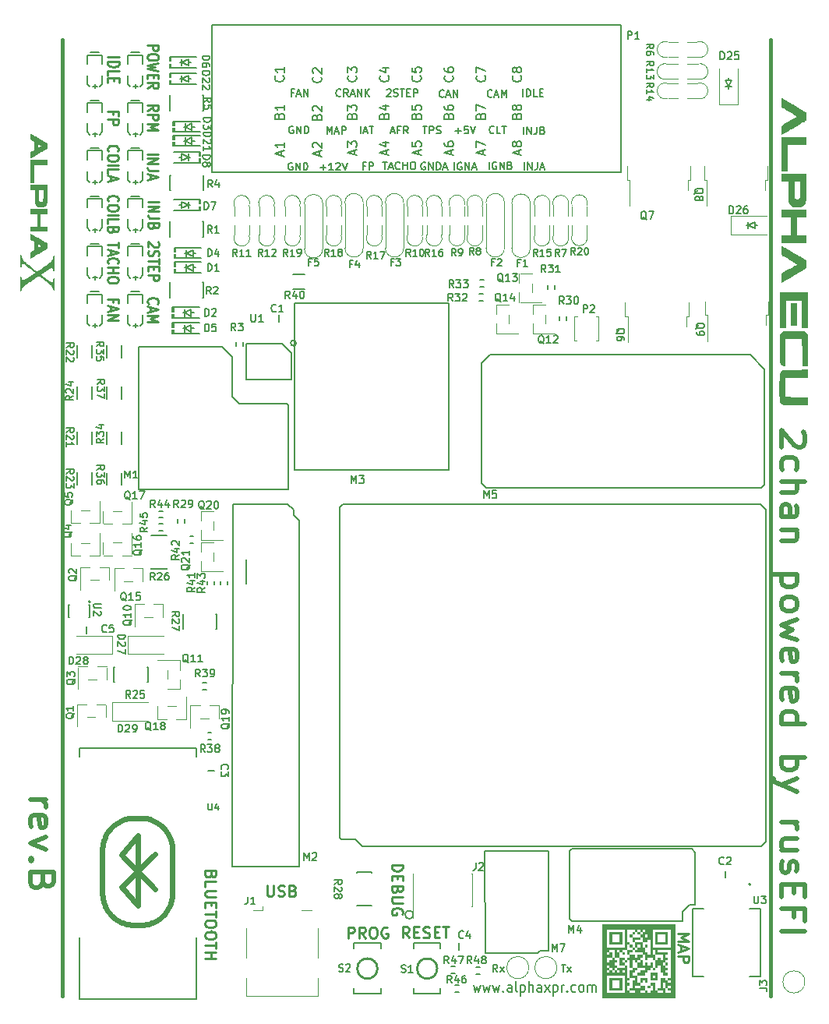
<source format=gto>
G04 #@! TF.GenerationSoftware,KiCad,Pcbnew,(6.0.1)*
G04 #@! TF.CreationDate,2022-02-18T21:43:13+02:00*
G04 #@! TF.ProjectId,alphax_2ch,616c7068-6178-45f3-9263-682e6b696361,b*
G04 #@! TF.SameCoordinates,PX141f5e0PYa2cace0*
G04 #@! TF.FileFunction,Legend,Top*
G04 #@! TF.FilePolarity,Positive*
%FSLAX46Y46*%
G04 Gerber Fmt 4.6, Leading zero omitted, Abs format (unit mm)*
G04 Created by KiCad (PCBNEW (6.0.1)) date 2022-02-18 21:43:13*
%MOMM*%
%LPD*%
G01*
G04 APERTURE LIST*
%ADD10C,0.381000*%
%ADD11C,0.170000*%
%ADD12C,0.250000*%
%ADD13C,0.500000*%
%ADD14C,0.200000*%
%ADD15C,0.127000*%
%ADD16C,0.150000*%
%ADD17C,0.099060*%
%ADD18C,0.120000*%
%ADD19C,0.203200*%
%ADD20C,0.254000*%
%ADD21C,0.631031*%
G04 APERTURE END LIST*
D10*
X82000000Y600000D02*
X82000000Y104500000D01*
X5000000Y600000D02*
X5000000Y104500000D01*
D11*
X55110010Y94193090D02*
X55110010Y94993090D01*
X55490962Y94193090D02*
X55490962Y94993090D01*
X55948105Y94193090D01*
X55948105Y94993090D01*
X56557629Y94993090D02*
X56557629Y94421661D01*
X56519534Y94307375D01*
X56443343Y94231185D01*
X56329058Y94193090D01*
X56252867Y94193090D01*
X57205248Y94612137D02*
X57319534Y94574042D01*
X57357629Y94535947D01*
X57395724Y94459756D01*
X57395724Y94345471D01*
X57357629Y94269280D01*
X57319534Y94231185D01*
X57243343Y94193090D01*
X56938581Y94193090D01*
X56938581Y94993090D01*
X57205248Y94993090D01*
X57281439Y94954994D01*
X57319534Y94916899D01*
X57357629Y94840709D01*
X57357629Y94764518D01*
X57319534Y94688328D01*
X57281439Y94650233D01*
X57205248Y94612137D01*
X56938581Y94612137D01*
X46457714Y98278286D02*
X46419619Y98240191D01*
X46305333Y98202096D01*
X46229142Y98202096D01*
X46114857Y98240191D01*
X46038666Y98316381D01*
X46000571Y98392572D01*
X45962476Y98544953D01*
X45962476Y98659239D01*
X46000571Y98811620D01*
X46038666Y98887810D01*
X46114857Y98964000D01*
X46229142Y99002096D01*
X46305333Y99002096D01*
X46419619Y98964000D01*
X46457714Y98925905D01*
X46762476Y98430667D02*
X47143428Y98430667D01*
X46686285Y98202096D02*
X46952952Y99002096D01*
X47219619Y98202096D01*
X47486285Y98202096D02*
X47486285Y99002096D01*
X47943428Y98202096D01*
X47943428Y99002096D01*
X29990476Y91050000D02*
X29914285Y91088096D01*
X29800000Y91088096D01*
X29685714Y91050000D01*
X29609523Y90973810D01*
X29571428Y90897620D01*
X29533333Y90745239D01*
X29533333Y90630953D01*
X29571428Y90478572D01*
X29609523Y90402381D01*
X29685714Y90326191D01*
X29800000Y90288096D01*
X29876190Y90288096D01*
X29990476Y90326191D01*
X30028571Y90364286D01*
X30028571Y90630953D01*
X29876190Y90630953D01*
X30371428Y90288096D02*
X30371428Y91088096D01*
X30828571Y90288096D01*
X30828571Y91088096D01*
X31209523Y90288096D02*
X31209523Y91088096D01*
X31400000Y91088096D01*
X31514285Y91050000D01*
X31590476Y90973810D01*
X31628571Y90897620D01*
X31666666Y90745239D01*
X31666666Y90630953D01*
X31628571Y90478572D01*
X31590476Y90402381D01*
X31514285Y90326191D01*
X31400000Y90288096D01*
X31209523Y90288096D01*
D12*
X14371428Y75790477D02*
X14314285Y75838096D01*
X14257142Y75980953D01*
X14257142Y76076191D01*
X14314285Y76219048D01*
X14428571Y76314286D01*
X14542857Y76361905D01*
X14771428Y76409524D01*
X14942857Y76409524D01*
X15171428Y76361905D01*
X15285714Y76314286D01*
X15400000Y76219048D01*
X15457142Y76076191D01*
X15457142Y75980953D01*
X15400000Y75838096D01*
X15342857Y75790477D01*
X14600000Y75409524D02*
X14600000Y74933334D01*
X14257142Y75504762D02*
X15457142Y75171429D01*
X14257142Y74838096D01*
X14257142Y74504762D02*
X15457142Y74504762D01*
X14600000Y74171429D01*
X15457142Y73838096D01*
X14257142Y73838096D01*
X15392857Y82495239D02*
X15450000Y82447620D01*
X15507142Y82352381D01*
X15507142Y82114286D01*
X15450000Y82019048D01*
X15392857Y81971429D01*
X15278571Y81923810D01*
X15164285Y81923810D01*
X14992857Y81971429D01*
X14307142Y82542858D01*
X14307142Y81923810D01*
X14364285Y81542858D02*
X14307142Y81400000D01*
X14307142Y81161905D01*
X14364285Y81066667D01*
X14421428Y81019048D01*
X14535714Y80971429D01*
X14650000Y80971429D01*
X14764285Y81019048D01*
X14821428Y81066667D01*
X14878571Y81161905D01*
X14935714Y81352381D01*
X14992857Y81447620D01*
X15050000Y81495239D01*
X15164285Y81542858D01*
X15278571Y81542858D01*
X15392857Y81495239D01*
X15450000Y81447620D01*
X15507142Y81352381D01*
X15507142Y81114286D01*
X15450000Y80971429D01*
X15507142Y80685715D02*
X15507142Y80114286D01*
X14307142Y80400000D02*
X15507142Y80400000D01*
X14935714Y79780953D02*
X14935714Y79447620D01*
X14307142Y79304762D02*
X14307142Y79780953D01*
X15507142Y79780953D01*
X15507142Y79304762D01*
X14307142Y78876191D02*
X15507142Y78876191D01*
X15507142Y78495239D01*
X15450000Y78400000D01*
X15392857Y78352381D01*
X15278571Y78304762D01*
X15107142Y78304762D01*
X14992857Y78352381D01*
X14935714Y78400000D01*
X14878571Y78495239D01*
X14878571Y78876191D01*
X14257142Y96761905D02*
X14828571Y97095239D01*
X14257142Y97333334D02*
X15457142Y97333334D01*
X15457142Y96952381D01*
X15400000Y96857143D01*
X15342857Y96809524D01*
X15228571Y96761905D01*
X15057142Y96761905D01*
X14942857Y96809524D01*
X14885714Y96857143D01*
X14828571Y96952381D01*
X14828571Y97333334D01*
X14257142Y96333334D02*
X15457142Y96333334D01*
X15457142Y95952381D01*
X15400000Y95857143D01*
X15342857Y95809524D01*
X15228571Y95761905D01*
X15057142Y95761905D01*
X14942857Y95809524D01*
X14885714Y95857143D01*
X14828571Y95952381D01*
X14828571Y96333334D01*
X14257142Y95333334D02*
X15457142Y95333334D01*
X14600000Y95000000D01*
X15457142Y94666667D01*
X14257142Y94666667D01*
D11*
X40265781Y99008382D02*
X40303876Y99046477D01*
X40380067Y99084573D01*
X40570543Y99084573D01*
X40646733Y99046477D01*
X40684829Y99008382D01*
X40722924Y98932192D01*
X40722924Y98856001D01*
X40684829Y98741716D01*
X40227686Y98284573D01*
X40722924Y98284573D01*
X41027686Y98322668D02*
X41141972Y98284573D01*
X41332448Y98284573D01*
X41408638Y98322668D01*
X41446733Y98360763D01*
X41484829Y98436954D01*
X41484829Y98513144D01*
X41446733Y98589335D01*
X41408638Y98627430D01*
X41332448Y98665525D01*
X41180067Y98703620D01*
X41103876Y98741716D01*
X41065781Y98779811D01*
X41027686Y98856001D01*
X41027686Y98932192D01*
X41065781Y99008382D01*
X41103876Y99046477D01*
X41180067Y99084573D01*
X41370543Y99084573D01*
X41484829Y99046477D01*
X41713400Y99084573D02*
X42170543Y99084573D01*
X41941972Y98284573D02*
X41941972Y99084573D01*
X42437210Y98703620D02*
X42703876Y98703620D01*
X42818162Y98284573D02*
X42437210Y98284573D01*
X42437210Y99084573D01*
X42818162Y99084573D01*
X43161019Y98284573D02*
X43161019Y99084573D01*
X43465781Y99084573D01*
X43541972Y99046477D01*
X43580067Y99008382D01*
X43618162Y98932192D01*
X43618162Y98817906D01*
X43580067Y98741716D01*
X43541972Y98703620D01*
X43465781Y98665525D01*
X43161019Y98665525D01*
D12*
X14257142Y92033334D02*
X15457142Y92033334D01*
X14257142Y91557143D02*
X15457142Y91557143D01*
X14257142Y90985715D01*
X15457142Y90985715D01*
X15457142Y90223810D02*
X14600000Y90223810D01*
X14428571Y90271429D01*
X14314285Y90366667D01*
X14257142Y90509524D01*
X14257142Y90604762D01*
X14600000Y89795239D02*
X14600000Y89319048D01*
X14257142Y89890477D02*
X15457142Y89557143D01*
X14257142Y89223810D01*
D11*
X35259977Y98360763D02*
X35221882Y98322668D01*
X35107596Y98284573D01*
X35031405Y98284573D01*
X34917120Y98322668D01*
X34840929Y98398858D01*
X34802834Y98475049D01*
X34764739Y98627430D01*
X34764739Y98741716D01*
X34802834Y98894097D01*
X34840929Y98970287D01*
X34917120Y99046477D01*
X35031405Y99084573D01*
X35107596Y99084573D01*
X35221882Y99046477D01*
X35259977Y99008382D01*
X36059977Y98284573D02*
X35793310Y98665525D01*
X35602834Y98284573D02*
X35602834Y99084573D01*
X35907596Y99084573D01*
X35983786Y99046477D01*
X36021882Y99008382D01*
X36059977Y98932192D01*
X36059977Y98817906D01*
X36021882Y98741716D01*
X35983786Y98703620D01*
X35907596Y98665525D01*
X35602834Y98665525D01*
X36364739Y98513144D02*
X36745691Y98513144D01*
X36288548Y98284573D02*
X36555215Y99084573D01*
X36821882Y98284573D01*
X37088548Y98284573D02*
X37088548Y99084573D01*
X37545691Y98284573D01*
X37545691Y99084573D01*
X37926643Y98284573D02*
X37926643Y99084573D01*
X38383786Y98284573D02*
X38040929Y98741716D01*
X38383786Y99084573D02*
X37926643Y98627430D01*
X33762485Y94239017D02*
X33762485Y95039017D01*
X34029151Y94467588D01*
X34295818Y95039017D01*
X34295818Y94239017D01*
X34638675Y94467588D02*
X35019628Y94467588D01*
X34562485Y94239017D02*
X34829151Y95039017D01*
X35095818Y94239017D01*
X35362485Y94239017D02*
X35362485Y95039017D01*
X35667247Y95039017D01*
X35743437Y95000921D01*
X35781532Y94962826D01*
X35819628Y94886636D01*
X35819628Y94772350D01*
X35781532Y94696160D01*
X35743437Y94658064D01*
X35667247Y94619969D01*
X35362485Y94619969D01*
D12*
X10021428Y86907143D02*
X9964285Y86954762D01*
X9907142Y87097620D01*
X9907142Y87192858D01*
X9964285Y87335715D01*
X10078571Y87430953D01*
X10192857Y87478572D01*
X10421428Y87526191D01*
X10592857Y87526191D01*
X10821428Y87478572D01*
X10935714Y87430953D01*
X11050000Y87335715D01*
X11107142Y87192858D01*
X11107142Y87097620D01*
X11050000Y86954762D01*
X10992857Y86907143D01*
X11107142Y86288096D02*
X11107142Y86097620D01*
X11050000Y86002381D01*
X10935714Y85907143D01*
X10707142Y85859524D01*
X10307142Y85859524D01*
X10078571Y85907143D01*
X9964285Y86002381D01*
X9907142Y86097620D01*
X9907142Y86288096D01*
X9964285Y86383334D01*
X10078571Y86478572D01*
X10307142Y86526191D01*
X10707142Y86526191D01*
X10935714Y86478572D01*
X11050000Y86383334D01*
X11107142Y86288096D01*
X9907142Y85430953D02*
X11107142Y85430953D01*
X9907142Y84478572D02*
X9907142Y84954762D01*
X11107142Y84954762D01*
X10535714Y83811905D02*
X10478571Y83669048D01*
X10421428Y83621429D01*
X10307142Y83573810D01*
X10135714Y83573810D01*
X10021428Y83621429D01*
X9964285Y83669048D01*
X9907142Y83764286D01*
X9907142Y84145239D01*
X11107142Y84145239D01*
X11107142Y83811905D01*
X11050000Y83716667D01*
X10992857Y83669048D01*
X10878571Y83621429D01*
X10764285Y83621429D01*
X10650000Y83669048D01*
X10592857Y83716667D01*
X10535714Y83811905D01*
X10535714Y84145239D01*
D11*
X59233809Y3999048D02*
X59702380Y3999048D01*
X59468095Y3179048D02*
X59468095Y3999048D01*
X59897619Y3179048D02*
X60327142Y3725715D01*
X59897619Y3725715D02*
X60327142Y3179048D01*
X33040476Y90592858D02*
X33650000Y90592858D01*
X33345238Y90288096D02*
X33345238Y90897620D01*
X34450000Y90288096D02*
X33992857Y90288096D01*
X34221428Y90288096D02*
X34221428Y91088096D01*
X34145238Y90973810D01*
X34069047Y90897620D01*
X33992857Y90859524D01*
X34754761Y91011905D02*
X34792857Y91050000D01*
X34869047Y91088096D01*
X35059523Y91088096D01*
X35135714Y91050000D01*
X35173809Y91011905D01*
X35211904Y90935715D01*
X35211904Y90859524D01*
X35173809Y90745239D01*
X34716666Y90288096D01*
X35211904Y90288096D01*
X35440476Y91088096D02*
X35707142Y90288096D01*
X35973809Y91088096D01*
X47588095Y90328096D02*
X47588095Y91128096D01*
X48388095Y91090000D02*
X48311904Y91128096D01*
X48197619Y91128096D01*
X48083333Y91090000D01*
X48007142Y91013810D01*
X47969047Y90937620D01*
X47930952Y90785239D01*
X47930952Y90670953D01*
X47969047Y90518572D01*
X48007142Y90442381D01*
X48083333Y90366191D01*
X48197619Y90328096D01*
X48273809Y90328096D01*
X48388095Y90366191D01*
X48426190Y90404286D01*
X48426190Y90670953D01*
X48273809Y90670953D01*
X48769047Y90328096D02*
X48769047Y91128096D01*
X49226190Y90328096D01*
X49226190Y91128096D01*
X49569047Y90556667D02*
X49950000Y90556667D01*
X49492857Y90328096D02*
X49759523Y91128096D01*
X50026190Y90328096D01*
X40700317Y94486074D02*
X41081270Y94486074D01*
X40624127Y94257503D02*
X40890793Y95057503D01*
X41157460Y94257503D01*
X41690793Y94676550D02*
X41424127Y94676550D01*
X41424127Y94257503D02*
X41424127Y95057503D01*
X41805079Y95057503D01*
X42566984Y94257503D02*
X42300317Y94638455D01*
X42109841Y94257503D02*
X42109841Y95057503D01*
X42414603Y95057503D01*
X42490793Y95019407D01*
X42528889Y94981312D01*
X42566984Y94905122D01*
X42566984Y94790836D01*
X42528889Y94714646D01*
X42490793Y94676550D01*
X42414603Y94638455D01*
X42109841Y94638455D01*
D13*
X1492510Y21869995D02*
X3225843Y21869995D01*
X2730605Y21869995D02*
X2978224Y21731900D01*
X3102034Y21593805D01*
X3225843Y21317614D01*
X3225843Y21041424D01*
X1616320Y18969995D02*
X1492510Y19246186D01*
X1492510Y19798567D01*
X1616320Y20074757D01*
X1863939Y20212852D01*
X2854415Y20212852D01*
X3102034Y20074757D01*
X3225843Y19798567D01*
X3225843Y19246186D01*
X3102034Y18969995D01*
X2854415Y18831900D01*
X2606796Y18831900D01*
X2359177Y20212852D01*
X3225843Y17865233D02*
X1492510Y17174757D01*
X3225843Y16484281D01*
X1740129Y15379519D02*
X1616320Y15241424D01*
X1492510Y15379519D01*
X1616320Y15517614D01*
X1740129Y15379519D01*
X1492510Y15379519D01*
X2854415Y13031900D02*
X2730605Y12617614D01*
X2606796Y12479519D01*
X2359177Y12341424D01*
X1987748Y12341424D01*
X1740129Y12479519D01*
X1616320Y12617614D01*
X1492510Y12893805D01*
X1492510Y13998567D01*
X4092510Y13998567D01*
X4092510Y13031900D01*
X3968701Y12755710D01*
X3844891Y12617614D01*
X3597272Y12479519D01*
X3349653Y12479519D01*
X3102034Y12617614D01*
X2978224Y12755710D01*
X2854415Y13031900D01*
X2854415Y13998567D01*
D12*
X10535714Y96307143D02*
X10535714Y96640477D01*
X9907142Y96640477D02*
X11107142Y96640477D01*
X11107142Y96164286D01*
X9907142Y95783334D02*
X11107142Y95783334D01*
X11107142Y95402381D01*
X11050000Y95307143D01*
X10992857Y95259524D01*
X10878571Y95211905D01*
X10707142Y95211905D01*
X10592857Y95259524D01*
X10535714Y95307143D01*
X10478571Y95402381D01*
X10478571Y95783334D01*
D13*
X85486190Y61872620D02*
X85610000Y61734524D01*
X85733809Y61458334D01*
X85733809Y60767858D01*
X85610000Y60491667D01*
X85486190Y60353572D01*
X85238571Y60215477D01*
X84990952Y60215477D01*
X84619523Y60353572D01*
X83133809Y62010715D01*
X83133809Y60215477D01*
X83257619Y57729762D02*
X83133809Y58005953D01*
X83133809Y58558334D01*
X83257619Y58834524D01*
X83381428Y58972620D01*
X83629047Y59110715D01*
X84371904Y59110715D01*
X84619523Y58972620D01*
X84743333Y58834524D01*
X84867142Y58558334D01*
X84867142Y58005953D01*
X84743333Y57729762D01*
X83133809Y56486905D02*
X85733809Y56486905D01*
X83133809Y55244048D02*
X84495714Y55244048D01*
X84743333Y55382143D01*
X84867142Y55658334D01*
X84867142Y56072620D01*
X84743333Y56348810D01*
X84619523Y56486905D01*
X83133809Y52620239D02*
X84495714Y52620239D01*
X84743333Y52758334D01*
X84867142Y53034524D01*
X84867142Y53586905D01*
X84743333Y53863096D01*
X83257619Y52620239D02*
X83133809Y52896429D01*
X83133809Y53586905D01*
X83257619Y53863096D01*
X83505238Y54001191D01*
X83752857Y54001191D01*
X84000476Y53863096D01*
X84124285Y53586905D01*
X84124285Y52896429D01*
X84248095Y52620239D01*
X84867142Y51239286D02*
X83133809Y51239286D01*
X84619523Y51239286D02*
X84743333Y51101191D01*
X84867142Y50825000D01*
X84867142Y50410715D01*
X84743333Y50134524D01*
X84495714Y49996429D01*
X83133809Y49996429D01*
X84867142Y46405953D02*
X82267142Y46405953D01*
X84743333Y46405953D02*
X84867142Y46129762D01*
X84867142Y45577381D01*
X84743333Y45301191D01*
X84619523Y45163096D01*
X84371904Y45025000D01*
X83629047Y45025000D01*
X83381428Y45163096D01*
X83257619Y45301191D01*
X83133809Y45577381D01*
X83133809Y46129762D01*
X83257619Y46405953D01*
X83133809Y43367858D02*
X83257619Y43644048D01*
X83381428Y43782143D01*
X83629047Y43920239D01*
X84371904Y43920239D01*
X84619523Y43782143D01*
X84743333Y43644048D01*
X84867142Y43367858D01*
X84867142Y42953572D01*
X84743333Y42677381D01*
X84619523Y42539286D01*
X84371904Y42401191D01*
X83629047Y42401191D01*
X83381428Y42539286D01*
X83257619Y42677381D01*
X83133809Y42953572D01*
X83133809Y43367858D01*
X84867142Y41434524D02*
X83133809Y40882143D01*
X84371904Y40329762D01*
X83133809Y39777381D01*
X84867142Y39225000D01*
X83257619Y37015477D02*
X83133809Y37291667D01*
X83133809Y37844048D01*
X83257619Y38120239D01*
X83505238Y38258334D01*
X84495714Y38258334D01*
X84743333Y38120239D01*
X84867142Y37844048D01*
X84867142Y37291667D01*
X84743333Y37015477D01*
X84495714Y36877381D01*
X84248095Y36877381D01*
X84000476Y38258334D01*
X83133809Y35634524D02*
X84867142Y35634524D01*
X84371904Y35634524D02*
X84619523Y35496429D01*
X84743333Y35358334D01*
X84867142Y35082143D01*
X84867142Y34805953D01*
X83257619Y32734524D02*
X83133809Y33010715D01*
X83133809Y33563096D01*
X83257619Y33839286D01*
X83505238Y33977381D01*
X84495714Y33977381D01*
X84743333Y33839286D01*
X84867142Y33563096D01*
X84867142Y33010715D01*
X84743333Y32734524D01*
X84495714Y32596429D01*
X84248095Y32596429D01*
X84000476Y33977381D01*
X83133809Y30110715D02*
X85733809Y30110715D01*
X83257619Y30110715D02*
X83133809Y30386905D01*
X83133809Y30939286D01*
X83257619Y31215477D01*
X83381428Y31353572D01*
X83629047Y31491667D01*
X84371904Y31491667D01*
X84619523Y31353572D01*
X84743333Y31215477D01*
X84867142Y30939286D01*
X84867142Y30386905D01*
X84743333Y30110715D01*
X83133809Y26520239D02*
X85733809Y26520239D01*
X84743333Y26520239D02*
X84867142Y26244048D01*
X84867142Y25691667D01*
X84743333Y25415477D01*
X84619523Y25277381D01*
X84371904Y25139286D01*
X83629047Y25139286D01*
X83381428Y25277381D01*
X83257619Y25415477D01*
X83133809Y25691667D01*
X83133809Y26244048D01*
X83257619Y26520239D01*
X84867142Y24172620D02*
X83133809Y23482143D01*
X84867142Y22791667D02*
X83133809Y23482143D01*
X82514761Y23758334D01*
X82390952Y23896429D01*
X82267142Y24172620D01*
X83133809Y19477381D02*
X84867142Y19477381D01*
X84371904Y19477381D02*
X84619523Y19339286D01*
X84743333Y19201191D01*
X84867142Y18925001D01*
X84867142Y18648810D01*
X84867142Y16439286D02*
X83133809Y16439286D01*
X84867142Y17682143D02*
X83505238Y17682143D01*
X83257619Y17544048D01*
X83133809Y17267858D01*
X83133809Y16853572D01*
X83257619Y16577381D01*
X83381428Y16439286D01*
X83257619Y15196429D02*
X83133809Y14920239D01*
X83133809Y14367858D01*
X83257619Y14091667D01*
X83505238Y13953572D01*
X83629047Y13953572D01*
X83876666Y14091667D01*
X84000476Y14367858D01*
X84000476Y14782143D01*
X84124285Y15058334D01*
X84371904Y15196429D01*
X84495714Y15196429D01*
X84743333Y15058334D01*
X84867142Y14782143D01*
X84867142Y14367858D01*
X84743333Y14091667D01*
X84495714Y12710715D02*
X84495714Y11744048D01*
X83133809Y11329762D02*
X83133809Y12710715D01*
X85733809Y12710715D01*
X85733809Y11329762D01*
X84495714Y9120239D02*
X84495714Y10086905D01*
X83133809Y10086905D02*
X85733809Y10086905D01*
X85733809Y8705953D01*
X83133809Y7601191D02*
X85733809Y7601191D01*
D11*
X30129517Y98725091D02*
X29862851Y98725091D01*
X29862851Y98306044D02*
X29862851Y99106044D01*
X30243803Y99106044D01*
X30510470Y98534615D02*
X30891422Y98534615D01*
X30434279Y98306044D02*
X30700946Y99106044D01*
X30967613Y98306044D01*
X31234279Y98306044D02*
X31234279Y99106044D01*
X31691422Y98306044D01*
X31691422Y99106044D01*
X30089116Y95031582D02*
X30012925Y95069678D01*
X29898640Y95069678D01*
X29784354Y95031582D01*
X29708163Y94955392D01*
X29670068Y94879202D01*
X29631973Y94726821D01*
X29631973Y94612535D01*
X29670068Y94460154D01*
X29708163Y94383963D01*
X29784354Y94307773D01*
X29898640Y94269678D01*
X29974830Y94269678D01*
X30089116Y94307773D01*
X30127211Y94345868D01*
X30127211Y94612535D01*
X29974830Y94612535D01*
X30470068Y94269678D02*
X30470068Y95069678D01*
X30927211Y94269678D01*
X30927211Y95069678D01*
X31308163Y94269678D02*
X31308163Y95069678D01*
X31498640Y95069678D01*
X31612925Y95031582D01*
X31689116Y94955392D01*
X31727211Y94879202D01*
X31765306Y94726821D01*
X31765306Y94612535D01*
X31727211Y94460154D01*
X31689116Y94383963D01*
X31612925Y94307773D01*
X31498640Y94269678D01*
X31308163Y94269678D01*
X51687863Y98284327D02*
X51649767Y98246232D01*
X51535482Y98208137D01*
X51459291Y98208137D01*
X51345005Y98246232D01*
X51268815Y98322422D01*
X51230720Y98398613D01*
X51192624Y98550994D01*
X51192624Y98665280D01*
X51230720Y98817661D01*
X51268815Y98893851D01*
X51345005Y98970041D01*
X51459291Y99008137D01*
X51535482Y99008137D01*
X51649767Y98970041D01*
X51687863Y98931946D01*
X51992624Y98436708D02*
X52373577Y98436708D01*
X51916434Y98208137D02*
X52183101Y99008137D01*
X52449767Y98208137D01*
X52716434Y98208137D02*
X52716434Y99008137D01*
X52983101Y98436708D01*
X53249767Y99008137D01*
X53249767Y98208137D01*
X55188624Y90328339D02*
X55188624Y91128339D01*
X55569576Y90328339D02*
X55569576Y91128339D01*
X56026719Y90328339D01*
X56026719Y91128339D01*
X56636243Y91128339D02*
X56636243Y90556910D01*
X56598148Y90442624D01*
X56521957Y90366434D01*
X56407671Y90328339D01*
X56331481Y90328339D01*
X56979100Y90556910D02*
X57360052Y90556910D01*
X56902910Y90328339D02*
X57169576Y91128339D01*
X57436243Y90328339D01*
D12*
X36046482Y6860502D02*
X36046482Y8060502D01*
X36503625Y8060502D01*
X36617911Y8003359D01*
X36675054Y7946217D01*
X36732197Y7831931D01*
X36732197Y7660502D01*
X36675054Y7546217D01*
X36617911Y7489074D01*
X36503625Y7431931D01*
X36046482Y7431931D01*
X37932197Y6860502D02*
X37532197Y7431931D01*
X37246482Y6860502D02*
X37246482Y8060502D01*
X37703625Y8060502D01*
X37817911Y8003359D01*
X37875054Y7946217D01*
X37932197Y7831931D01*
X37932197Y7660502D01*
X37875054Y7546217D01*
X37817911Y7489074D01*
X37703625Y7431931D01*
X37246482Y7431931D01*
X38675054Y8060502D02*
X38903625Y8060502D01*
X39017911Y8003359D01*
X39132197Y7889074D01*
X39189340Y7660502D01*
X39189340Y7260502D01*
X39132197Y7031931D01*
X39017911Y6917645D01*
X38903625Y6860502D01*
X38675054Y6860502D01*
X38560768Y6917645D01*
X38446482Y7031931D01*
X38389340Y7260502D01*
X38389340Y7660502D01*
X38446482Y7889074D01*
X38560768Y8003359D01*
X38675054Y8060502D01*
X40332197Y8003359D02*
X40217911Y8060502D01*
X40046482Y8060502D01*
X39875054Y8003359D01*
X39760768Y7889074D01*
X39703625Y7774788D01*
X39646482Y7546217D01*
X39646482Y7374788D01*
X39703625Y7146217D01*
X39760768Y7031931D01*
X39875054Y6917645D01*
X40046482Y6860502D01*
X40160768Y6860502D01*
X40332197Y6917645D01*
X40389340Y6974788D01*
X40389340Y7374788D01*
X40160768Y7374788D01*
D11*
X47711926Y94562265D02*
X48321450Y94562265D01*
X48016688Y94257503D02*
X48016688Y94867027D01*
X49083355Y95057503D02*
X48702402Y95057503D01*
X48664307Y94676550D01*
X48702402Y94714646D01*
X48778593Y94752741D01*
X48969069Y94752741D01*
X49045259Y94714646D01*
X49083355Y94676550D01*
X49121450Y94600360D01*
X49121450Y94409884D01*
X49083355Y94333693D01*
X49045259Y94295598D01*
X48969069Y94257503D01*
X48778593Y94257503D01*
X48702402Y94295598D01*
X48664307Y94333693D01*
X49350021Y95057503D02*
X49616688Y94257503D01*
X49883355Y95057503D01*
X37418016Y94266929D02*
X37418016Y95066929D01*
X37760874Y94495500D02*
X38141826Y94495500D01*
X37684683Y94266929D02*
X37951350Y95066929D01*
X38218016Y94266929D01*
X38370397Y95066929D02*
X38827540Y95066929D01*
X38598969Y94266929D02*
X38598969Y95066929D01*
X55062222Y98294020D02*
X55062222Y99094020D01*
X55443175Y98294020D02*
X55443175Y99094020D01*
X55633651Y99094020D01*
X55747937Y99055924D01*
X55824127Y98979734D01*
X55862222Y98903544D01*
X55900317Y98751163D01*
X55900317Y98636877D01*
X55862222Y98484496D01*
X55824127Y98408305D01*
X55747937Y98332115D01*
X55633651Y98294020D01*
X55443175Y98294020D01*
X56624127Y98294020D02*
X56243175Y98294020D01*
X56243175Y99094020D01*
X56890794Y98713067D02*
X57157460Y98713067D01*
X57271746Y98294020D02*
X56890794Y98294020D01*
X56890794Y99094020D01*
X57271746Y99094020D01*
D12*
X27254724Y12596216D02*
X27254724Y11624788D01*
X27311867Y11510502D01*
X27369010Y11453359D01*
X27483295Y11396216D01*
X27711867Y11396216D01*
X27826152Y11453359D01*
X27883295Y11510502D01*
X27940438Y11624788D01*
X27940438Y12596216D01*
X28454724Y11453359D02*
X28626152Y11396216D01*
X28911867Y11396216D01*
X29026152Y11453359D01*
X29083295Y11510502D01*
X29140438Y11624788D01*
X29140438Y11739073D01*
X29083295Y11853359D01*
X29026152Y11910502D01*
X28911867Y11967645D01*
X28683295Y12024788D01*
X28569010Y12081931D01*
X28511867Y12139073D01*
X28454724Y12253359D01*
X28454724Y12367645D01*
X28511867Y12481931D01*
X28569010Y12539073D01*
X28683295Y12596216D01*
X28969010Y12596216D01*
X29140438Y12539073D01*
X30054724Y12024788D02*
X30226152Y11967645D01*
X30283295Y11910502D01*
X30340438Y11796216D01*
X30340438Y11624788D01*
X30283295Y11510502D01*
X30226152Y11453359D01*
X30111867Y11396216D01*
X29654724Y11396216D01*
X29654724Y12596216D01*
X30054724Y12596216D01*
X30169010Y12539073D01*
X30226152Y12481931D01*
X30283295Y12367645D01*
X30283295Y12253359D01*
X30226152Y12139073D01*
X30169010Y12081931D01*
X30054724Y12024788D01*
X29654724Y12024788D01*
X10535714Y75959524D02*
X10535714Y76292858D01*
X9907142Y76292858D02*
X11107142Y76292858D01*
X11107142Y75816667D01*
X10250000Y75483334D02*
X10250000Y75007143D01*
X9907142Y75578572D02*
X11107142Y75245239D01*
X9907142Y74911905D01*
X9907142Y74578572D02*
X11107142Y74578572D01*
X9907142Y74007143D01*
X11107142Y74007143D01*
X40786592Y14834129D02*
X41986592Y14834129D01*
X41986592Y14548414D01*
X41929450Y14376986D01*
X41815164Y14262700D01*
X41700878Y14205557D01*
X41472307Y14148414D01*
X41300878Y14148414D01*
X41072307Y14205557D01*
X40958021Y14262700D01*
X40843735Y14376986D01*
X40786592Y14548414D01*
X40786592Y14834129D01*
X41415164Y13634129D02*
X41415164Y13234129D01*
X40786592Y13062700D02*
X40786592Y13634129D01*
X41986592Y13634129D01*
X41986592Y13062700D01*
X41415164Y12148414D02*
X41358021Y11976986D01*
X41300878Y11919843D01*
X41186592Y11862700D01*
X41015164Y11862700D01*
X40900878Y11919843D01*
X40843735Y11976986D01*
X40786592Y12091272D01*
X40786592Y12548414D01*
X41986592Y12548414D01*
X41986592Y12148414D01*
X41929450Y12034129D01*
X41872307Y11976986D01*
X41758021Y11919843D01*
X41643735Y11919843D01*
X41529450Y11976986D01*
X41472307Y12034129D01*
X41415164Y12148414D01*
X41415164Y12548414D01*
X41986592Y11348414D02*
X41015164Y11348414D01*
X40900878Y11291272D01*
X40843735Y11234129D01*
X40786592Y11119843D01*
X40786592Y10891272D01*
X40843735Y10776986D01*
X40900878Y10719843D01*
X41015164Y10662700D01*
X41986592Y10662700D01*
X41929450Y9462700D02*
X41986592Y9576986D01*
X41986592Y9748414D01*
X41929450Y9919843D01*
X41815164Y10034129D01*
X41700878Y10091272D01*
X41472307Y10148414D01*
X41300878Y10148414D01*
X41072307Y10091272D01*
X40958021Y10034129D01*
X40843735Y9919843D01*
X40786592Y9748414D01*
X40786592Y9634129D01*
X40843735Y9462700D01*
X40900878Y9405557D01*
X41300878Y9405557D01*
X41300878Y9634129D01*
D11*
X51902233Y94376634D02*
X51864138Y94338539D01*
X51749852Y94300444D01*
X51673662Y94300444D01*
X51559376Y94338539D01*
X51483186Y94414729D01*
X51445090Y94490920D01*
X51406995Y94643301D01*
X51406995Y94757587D01*
X51445090Y94909968D01*
X51483186Y94986158D01*
X51559376Y95062348D01*
X51673662Y95100444D01*
X51749852Y95100444D01*
X51864138Y95062348D01*
X51902233Y95024253D01*
X52626043Y94300444D02*
X52245090Y94300444D01*
X52245090Y95100444D01*
X52778424Y95100444D02*
X53235566Y95100444D01*
X53006995Y94300444D02*
X53006995Y95100444D01*
X51364730Y90392752D02*
X51364730Y91192752D01*
X52164730Y91154656D02*
X52088539Y91192752D01*
X51974254Y91192752D01*
X51859968Y91154656D01*
X51783778Y91078466D01*
X51745682Y91002276D01*
X51707587Y90849895D01*
X51707587Y90735609D01*
X51745682Y90583228D01*
X51783778Y90507037D01*
X51859968Y90430847D01*
X51974254Y90392752D01*
X52050444Y90392752D01*
X52164730Y90430847D01*
X52202825Y90468942D01*
X52202825Y90735609D01*
X52050444Y90735609D01*
X52545682Y90392752D02*
X52545682Y91192752D01*
X53002825Y90392752D01*
X53002825Y91192752D01*
X53650444Y90811799D02*
X53764730Y90773704D01*
X53802825Y90735609D01*
X53840920Y90659418D01*
X53840920Y90545133D01*
X53802825Y90468942D01*
X53764730Y90430847D01*
X53688539Y90392752D01*
X53383778Y90392752D01*
X53383778Y91192752D01*
X53650444Y91192752D01*
X53726635Y91154656D01*
X53764730Y91116561D01*
X53802825Y91040371D01*
X53802825Y90964180D01*
X53764730Y90887990D01*
X53726635Y90849895D01*
X53650444Y90811799D01*
X53383778Y90811799D01*
X39824127Y91171281D02*
X40281270Y91171281D01*
X40052698Y90371281D02*
X40052698Y91171281D01*
X40509841Y90599852D02*
X40890793Y90599852D01*
X40433651Y90371281D02*
X40700317Y91171281D01*
X40966984Y90371281D01*
X41690793Y90447471D02*
X41652698Y90409376D01*
X41538412Y90371281D01*
X41462222Y90371281D01*
X41347936Y90409376D01*
X41271746Y90485566D01*
X41233651Y90561757D01*
X41195555Y90714138D01*
X41195555Y90828424D01*
X41233651Y90980805D01*
X41271746Y91056995D01*
X41347936Y91133185D01*
X41462222Y91171281D01*
X41538412Y91171281D01*
X41652698Y91133185D01*
X41690793Y91095090D01*
X42033651Y90371281D02*
X42033651Y91171281D01*
X42033651Y90790328D02*
X42490793Y90790328D01*
X42490793Y90371281D02*
X42490793Y91171281D01*
X43024127Y91171281D02*
X43176508Y91171281D01*
X43252698Y91133185D01*
X43328889Y91056995D01*
X43366984Y90904614D01*
X43366984Y90637947D01*
X43328889Y90485566D01*
X43252698Y90409376D01*
X43176508Y90371281D01*
X43024127Y90371281D01*
X42947936Y90409376D01*
X42871746Y90485566D01*
X42833651Y90637947D01*
X42833651Y90904614D01*
X42871746Y91056995D01*
X42947936Y91133185D01*
X43024127Y91171281D01*
D12*
X42691811Y6895392D02*
X42291811Y7466821D01*
X42006097Y6895392D02*
X42006097Y8095392D01*
X42463240Y8095392D01*
X42577526Y8038249D01*
X42634669Y7981107D01*
X42691811Y7866821D01*
X42691811Y7695392D01*
X42634669Y7581107D01*
X42577526Y7523964D01*
X42463240Y7466821D01*
X42006097Y7466821D01*
X43206097Y7523964D02*
X43606097Y7523964D01*
X43777526Y6895392D02*
X43206097Y6895392D01*
X43206097Y8095392D01*
X43777526Y8095392D01*
X44234669Y6952535D02*
X44406097Y6895392D01*
X44691811Y6895392D01*
X44806097Y6952535D01*
X44863240Y7009678D01*
X44920383Y7123964D01*
X44920383Y7238249D01*
X44863240Y7352535D01*
X44806097Y7409678D01*
X44691811Y7466821D01*
X44463240Y7523964D01*
X44348954Y7581107D01*
X44291811Y7638249D01*
X44234669Y7752535D01*
X44234669Y7866821D01*
X44291811Y7981107D01*
X44348954Y8038249D01*
X44463240Y8095392D01*
X44748954Y8095392D01*
X44920383Y8038249D01*
X45434669Y7523964D02*
X45834669Y7523964D01*
X46006097Y6895392D02*
X45434669Y6895392D01*
X45434669Y8095392D01*
X46006097Y8095392D01*
X46348954Y8095392D02*
X47034669Y8095392D01*
X46691811Y6895392D02*
X46691811Y8095392D01*
D11*
X44438666Y91090243D02*
X44362475Y91128339D01*
X44248189Y91128339D01*
X44133904Y91090243D01*
X44057713Y91014053D01*
X44019618Y90937863D01*
X43981523Y90785482D01*
X43981523Y90671196D01*
X44019618Y90518815D01*
X44057713Y90442624D01*
X44133904Y90366434D01*
X44248189Y90328339D01*
X44324380Y90328339D01*
X44438666Y90366434D01*
X44476761Y90404529D01*
X44476761Y90671196D01*
X44324380Y90671196D01*
X44819618Y90328339D02*
X44819618Y91128339D01*
X45276761Y90328339D01*
X45276761Y91128339D01*
X45657713Y90328339D02*
X45657713Y91128339D01*
X45848189Y91128339D01*
X45962475Y91090243D01*
X46038666Y91014053D01*
X46076761Y90937863D01*
X46114856Y90785482D01*
X46114856Y90671196D01*
X46076761Y90518815D01*
X46038666Y90442624D01*
X45962475Y90366434D01*
X45848189Y90328339D01*
X45657713Y90328339D01*
X46419618Y90556910D02*
X46800570Y90556910D01*
X46343427Y90328339D02*
X46610094Y91128339D01*
X46876761Y90328339D01*
D14*
X49679523Y1793143D02*
X49870000Y993143D01*
X50060476Y1564572D01*
X50250952Y993143D01*
X50441428Y1793143D01*
X50727142Y1793143D02*
X50917619Y993143D01*
X51108095Y1564572D01*
X51298571Y993143D01*
X51489047Y1793143D01*
X51774761Y1793143D02*
X51965238Y993143D01*
X52155714Y1564572D01*
X52346190Y993143D01*
X52536666Y1793143D01*
X52917619Y1107429D02*
X52965238Y1050286D01*
X52917619Y993143D01*
X52870000Y1050286D01*
X52917619Y1107429D01*
X52917619Y993143D01*
X53822380Y993143D02*
X53822380Y1621715D01*
X53774761Y1736000D01*
X53679523Y1793143D01*
X53489047Y1793143D01*
X53393809Y1736000D01*
X53822380Y1050286D02*
X53727142Y993143D01*
X53489047Y993143D01*
X53393809Y1050286D01*
X53346190Y1164572D01*
X53346190Y1278858D01*
X53393809Y1393143D01*
X53489047Y1450286D01*
X53727142Y1450286D01*
X53822380Y1507429D01*
X54441428Y993143D02*
X54346190Y1050286D01*
X54298571Y1164572D01*
X54298571Y2193143D01*
X54822380Y1793143D02*
X54822380Y593143D01*
X54822380Y1736000D02*
X54917619Y1793143D01*
X55108095Y1793143D01*
X55203333Y1736000D01*
X55250952Y1678858D01*
X55298571Y1564572D01*
X55298571Y1221715D01*
X55250952Y1107429D01*
X55203333Y1050286D01*
X55108095Y993143D01*
X54917619Y993143D01*
X54822380Y1050286D01*
X55727142Y993143D02*
X55727142Y2193143D01*
X56155714Y993143D02*
X56155714Y1621715D01*
X56108095Y1736000D01*
X56012857Y1793143D01*
X55870000Y1793143D01*
X55774761Y1736000D01*
X55727142Y1678858D01*
X57060476Y993143D02*
X57060476Y1621715D01*
X57012857Y1736000D01*
X56917619Y1793143D01*
X56727142Y1793143D01*
X56631904Y1736000D01*
X57060476Y1050286D02*
X56965238Y993143D01*
X56727142Y993143D01*
X56631904Y1050286D01*
X56584285Y1164572D01*
X56584285Y1278858D01*
X56631904Y1393143D01*
X56727142Y1450286D01*
X56965238Y1450286D01*
X57060476Y1507429D01*
X57441428Y993143D02*
X57965238Y1793143D01*
X57441428Y1793143D02*
X57965238Y993143D01*
X58346190Y1793143D02*
X58346190Y593143D01*
X58346190Y1736000D02*
X58441428Y1793143D01*
X58631904Y1793143D01*
X58727142Y1736000D01*
X58774761Y1678858D01*
X58822380Y1564572D01*
X58822380Y1221715D01*
X58774761Y1107429D01*
X58727142Y1050286D01*
X58631904Y993143D01*
X58441428Y993143D01*
X58346190Y1050286D01*
X59250952Y993143D02*
X59250952Y1793143D01*
X59250952Y1564572D02*
X59298571Y1678858D01*
X59346190Y1736000D01*
X59441428Y1793143D01*
X59536666Y1793143D01*
X59870000Y1107429D02*
X59917619Y1050286D01*
X59870000Y993143D01*
X59822380Y1050286D01*
X59870000Y1107429D01*
X59870000Y993143D01*
X60774761Y1050286D02*
X60679523Y993143D01*
X60489047Y993143D01*
X60393809Y1050286D01*
X60346190Y1107429D01*
X60298571Y1221715D01*
X60298571Y1564572D01*
X60346190Y1678858D01*
X60393809Y1736000D01*
X60489047Y1793143D01*
X60679523Y1793143D01*
X60774761Y1736000D01*
X61346190Y993143D02*
X61250952Y1050286D01*
X61203333Y1107429D01*
X61155714Y1221715D01*
X61155714Y1564572D01*
X61203333Y1678858D01*
X61250952Y1736000D01*
X61346190Y1793143D01*
X61489047Y1793143D01*
X61584285Y1736000D01*
X61631904Y1678858D01*
X61679523Y1564572D01*
X61679523Y1221715D01*
X61631904Y1107429D01*
X61584285Y1050286D01*
X61489047Y993143D01*
X61346190Y993143D01*
X62108095Y993143D02*
X62108095Y1793143D01*
X62108095Y1678858D02*
X62155714Y1736000D01*
X62250952Y1793143D01*
X62393809Y1793143D01*
X62489047Y1736000D01*
X62536666Y1621715D01*
X62536666Y993143D01*
X62536666Y1621715D02*
X62584285Y1736000D01*
X62679523Y1793143D01*
X62822380Y1793143D01*
X62917619Y1736000D01*
X62965238Y1621715D01*
X62965238Y993143D01*
D12*
X11107142Y82461905D02*
X11107142Y81890477D01*
X9907142Y82176191D02*
X11107142Y82176191D01*
X10250000Y81604762D02*
X10250000Y81128572D01*
X9907142Y81700000D02*
X11107142Y81366667D01*
X9907142Y81033334D01*
X10021428Y80128572D02*
X9964285Y80176191D01*
X9907142Y80319048D01*
X9907142Y80414286D01*
X9964285Y80557143D01*
X10078571Y80652381D01*
X10192857Y80700000D01*
X10421428Y80747620D01*
X10592857Y80747620D01*
X10821428Y80700000D01*
X10935714Y80652381D01*
X11050000Y80557143D01*
X11107142Y80414286D01*
X11107142Y80319048D01*
X11050000Y80176191D01*
X10992857Y80128572D01*
X9907142Y79700000D02*
X11107142Y79700000D01*
X10535714Y79700000D02*
X10535714Y79128572D01*
X9907142Y79128572D02*
X11107142Y79128572D01*
X11107142Y78461905D02*
X11107142Y78271429D01*
X11050000Y78176191D01*
X10935714Y78080953D01*
X10707142Y78033334D01*
X10307142Y78033334D01*
X10078571Y78080953D01*
X9964285Y78176191D01*
X9907142Y78271429D01*
X9907142Y78461905D01*
X9964285Y78557143D01*
X10078571Y78652381D01*
X10307142Y78700000D01*
X10707142Y78700000D01*
X10935714Y78652381D01*
X11050000Y78557143D01*
X11107142Y78461905D01*
X14257142Y103859524D02*
X15457142Y103859524D01*
X15457142Y103478572D01*
X15400000Y103383334D01*
X15342857Y103335715D01*
X15228571Y103288096D01*
X15057142Y103288096D01*
X14942857Y103335715D01*
X14885714Y103383334D01*
X14828571Y103478572D01*
X14828571Y103859524D01*
X15457142Y102669048D02*
X15457142Y102478572D01*
X15400000Y102383334D01*
X15285714Y102288096D01*
X15057142Y102240477D01*
X14657142Y102240477D01*
X14428571Y102288096D01*
X14314285Y102383334D01*
X14257142Y102478572D01*
X14257142Y102669048D01*
X14314285Y102764286D01*
X14428571Y102859524D01*
X14657142Y102907143D01*
X15057142Y102907143D01*
X15285714Y102859524D01*
X15400000Y102764286D01*
X15457142Y102669048D01*
X15457142Y101907143D02*
X14257142Y101669048D01*
X15114285Y101478572D01*
X14257142Y101288096D01*
X15457142Y101050000D01*
X14885714Y100669048D02*
X14885714Y100335715D01*
X14257142Y100192858D02*
X14257142Y100669048D01*
X15457142Y100669048D01*
X15457142Y100192858D01*
X14257142Y99192858D02*
X14828571Y99526191D01*
X14257142Y99764286D02*
X15457142Y99764286D01*
X15457142Y99383334D01*
X15400000Y99288096D01*
X15342857Y99240477D01*
X15228571Y99192858D01*
X15057142Y99192858D01*
X14942857Y99240477D01*
X14885714Y99288096D01*
X14828571Y99383334D01*
X14828571Y99764286D01*
D11*
X44188286Y95057503D02*
X44645429Y95057503D01*
X44416857Y94257503D02*
X44416857Y95057503D01*
X44912095Y94257503D02*
X44912095Y95057503D01*
X45216857Y95057503D01*
X45293048Y95019407D01*
X45331143Y94981312D01*
X45369238Y94905122D01*
X45369238Y94790836D01*
X45331143Y94714646D01*
X45293048Y94676550D01*
X45216857Y94638455D01*
X44912095Y94638455D01*
X45674000Y94295598D02*
X45788286Y94257503D01*
X45978762Y94257503D01*
X46054952Y94295598D01*
X46093048Y94333693D01*
X46131143Y94409884D01*
X46131143Y94486074D01*
X46093048Y94562265D01*
X46054952Y94600360D01*
X45978762Y94638455D01*
X45826381Y94676550D01*
X45750190Y94714646D01*
X45712095Y94752741D01*
X45674000Y94828931D01*
X45674000Y94905122D01*
X45712095Y94981312D01*
X45750190Y95019407D01*
X45826381Y95057503D01*
X46016857Y95057503D01*
X46131143Y95019407D01*
D12*
X10021428Y92335715D02*
X9964285Y92383334D01*
X9907142Y92526191D01*
X9907142Y92621429D01*
X9964285Y92764286D01*
X10078571Y92859524D01*
X10192857Y92907143D01*
X10421428Y92954762D01*
X10592857Y92954762D01*
X10821428Y92907143D01*
X10935714Y92859524D01*
X11050000Y92764286D01*
X11107142Y92621429D01*
X11107142Y92526191D01*
X11050000Y92383334D01*
X10992857Y92335715D01*
X11107142Y91716667D02*
X11107142Y91526191D01*
X11050000Y91430953D01*
X10935714Y91335715D01*
X10707142Y91288096D01*
X10307142Y91288096D01*
X10078571Y91335715D01*
X9964285Y91430953D01*
X9907142Y91526191D01*
X9907142Y91716667D01*
X9964285Y91811905D01*
X10078571Y91907143D01*
X10307142Y91954762D01*
X10707142Y91954762D01*
X10935714Y91907143D01*
X11050000Y91811905D01*
X11107142Y91716667D01*
X9907142Y90859524D02*
X11107142Y90859524D01*
X9907142Y89907143D02*
X9907142Y90383334D01*
X11107142Y90383334D01*
X10250000Y89621429D02*
X10250000Y89145239D01*
X9907142Y89716667D02*
X11107142Y89383334D01*
X9907142Y89050000D01*
D11*
X52271904Y3179048D02*
X51998571Y3569524D01*
X51803333Y3179048D02*
X51803333Y3999048D01*
X52115714Y3999048D01*
X52193809Y3960000D01*
X52232857Y3920953D01*
X52271904Y3842858D01*
X52271904Y3725715D01*
X52232857Y3647620D01*
X52193809Y3608572D01*
X52115714Y3569524D01*
X51803333Y3569524D01*
X52545238Y3179048D02*
X52974761Y3725715D01*
X52545238Y3725715D02*
X52974761Y3179048D01*
X37912602Y90747386D02*
X37645936Y90747386D01*
X37645936Y90328339D02*
X37645936Y91128339D01*
X38026888Y91128339D01*
X38331650Y90328339D02*
X38331650Y91128339D01*
X38636412Y91128339D01*
X38712602Y91090243D01*
X38750697Y91052148D01*
X38788793Y90975958D01*
X38788793Y90861672D01*
X38750697Y90785482D01*
X38712602Y90747386D01*
X38636412Y90709291D01*
X38331650Y90709291D01*
D12*
X9957142Y102557143D02*
X11157142Y102557143D01*
X9957142Y102080953D02*
X11157142Y102080953D01*
X11157142Y101842858D01*
X11100000Y101700000D01*
X10985714Y101604762D01*
X10871428Y101557143D01*
X10642857Y101509524D01*
X10471428Y101509524D01*
X10242857Y101557143D01*
X10128571Y101604762D01*
X10014285Y101700000D01*
X9957142Y101842858D01*
X9957142Y102080953D01*
X9957142Y100604762D02*
X9957142Y101080953D01*
X11157142Y101080953D01*
X10585714Y100271429D02*
X10585714Y99938096D01*
X9957142Y99795239D02*
X9957142Y100271429D01*
X11157142Y100271429D01*
X11157142Y99795239D01*
X71895043Y7321495D02*
X73095043Y7321495D01*
X72237901Y6921495D01*
X73095043Y6521495D01*
X71895043Y6521495D01*
X72237901Y6007209D02*
X72237901Y5435781D01*
X71895043Y6121495D02*
X73095043Y5721495D01*
X71895043Y5321495D01*
X71895043Y4921495D02*
X73095043Y4921495D01*
X73095043Y4464352D01*
X73037901Y4350067D01*
X72980758Y4292924D01*
X72866472Y4235781D01*
X72695043Y4235781D01*
X72580758Y4292924D01*
X72523615Y4350067D01*
X72466472Y4464352D01*
X72466472Y4921495D01*
X14307142Y86854762D02*
X15507142Y86854762D01*
X14307142Y86378572D02*
X15507142Y86378572D01*
X14307142Y85807143D01*
X15507142Y85807143D01*
X15507142Y85045239D02*
X14650000Y85045239D01*
X14478571Y85092858D01*
X14364285Y85188096D01*
X14307142Y85330953D01*
X14307142Y85426191D01*
X14935714Y84235715D02*
X14878571Y84092858D01*
X14821428Y84045239D01*
X14707142Y83997620D01*
X14535714Y83997620D01*
X14421428Y84045239D01*
X14364285Y84092858D01*
X14307142Y84188096D01*
X14307142Y84569048D01*
X15507142Y84569048D01*
X15507142Y84235715D01*
X15450000Y84140477D01*
X15392857Y84092858D01*
X15278571Y84045239D01*
X15164285Y84045239D01*
X15050000Y84092858D01*
X14992857Y84140477D01*
X14935714Y84235715D01*
X14935714Y84569048D01*
X21149714Y13781429D02*
X21092571Y13610000D01*
X21035428Y13552858D01*
X20921142Y13495715D01*
X20749714Y13495715D01*
X20635428Y13552858D01*
X20578285Y13610000D01*
X20521142Y13724286D01*
X20521142Y14181429D01*
X21721142Y14181429D01*
X21721142Y13781429D01*
X21664000Y13667143D01*
X21606857Y13610000D01*
X21492571Y13552858D01*
X21378285Y13552858D01*
X21264000Y13610000D01*
X21206857Y13667143D01*
X21149714Y13781429D01*
X21149714Y14181429D01*
X20521142Y12410000D02*
X20521142Y12981429D01*
X21721142Y12981429D01*
X21721142Y12010000D02*
X20749714Y12010000D01*
X20635428Y11952858D01*
X20578285Y11895715D01*
X20521142Y11781429D01*
X20521142Y11552858D01*
X20578285Y11438572D01*
X20635428Y11381429D01*
X20749714Y11324286D01*
X21721142Y11324286D01*
X21149714Y10752858D02*
X21149714Y10352858D01*
X20521142Y10181429D02*
X20521142Y10752858D01*
X21721142Y10752858D01*
X21721142Y10181429D01*
X21721142Y9838572D02*
X21721142Y9152858D01*
X20521142Y9495715D02*
X21721142Y9495715D01*
X21721142Y8524286D02*
X21721142Y8295715D01*
X21664000Y8181429D01*
X21549714Y8067143D01*
X21321142Y8010000D01*
X20921142Y8010000D01*
X20692571Y8067143D01*
X20578285Y8181429D01*
X20521142Y8295715D01*
X20521142Y8524286D01*
X20578285Y8638572D01*
X20692571Y8752858D01*
X20921142Y8810000D01*
X21321142Y8810000D01*
X21549714Y8752858D01*
X21664000Y8638572D01*
X21721142Y8524286D01*
X21721142Y7267143D02*
X21721142Y7038572D01*
X21664000Y6924286D01*
X21549714Y6810000D01*
X21321142Y6752858D01*
X20921142Y6752858D01*
X20692571Y6810000D01*
X20578285Y6924286D01*
X20521142Y7038572D01*
X20521142Y7267143D01*
X20578285Y7381429D01*
X20692571Y7495715D01*
X20921142Y7552858D01*
X21321142Y7552858D01*
X21549714Y7495715D01*
X21664000Y7381429D01*
X21721142Y7267143D01*
X21721142Y6410000D02*
X21721142Y5724286D01*
X20521142Y6067143D02*
X21721142Y6067143D01*
X20521142Y5324286D02*
X21721142Y5324286D01*
X21149714Y5324286D02*
X21149714Y4638572D01*
X20521142Y4638572D02*
X21721142Y4638572D01*
D11*
G04 #@! TO.C,M4*
X60039508Y7440037D02*
X60039508Y8260037D01*
X60312841Y7674323D01*
X60586174Y8260037D01*
X60586174Y7440037D01*
X61328079Y7986704D02*
X61328079Y7440037D01*
X61132841Y8299085D02*
X60937603Y7713370D01*
X61445222Y7713370D01*
D15*
G04 #@! TO.C,R8*
X49709417Y81112205D02*
X49455417Y81475062D01*
X49273988Y81112205D02*
X49273988Y81874205D01*
X49564274Y81874205D01*
X49636845Y81837919D01*
X49673131Y81801634D01*
X49709417Y81729062D01*
X49709417Y81620205D01*
X49673131Y81547634D01*
X49636845Y81511348D01*
X49564274Y81475062D01*
X49273988Y81475062D01*
X50144845Y81547634D02*
X50072274Y81583919D01*
X50035988Y81620205D01*
X49999702Y81692777D01*
X49999702Y81729062D01*
X50035988Y81801634D01*
X50072274Y81837919D01*
X50144845Y81874205D01*
X50289988Y81874205D01*
X50362559Y81837919D01*
X50398845Y81801634D01*
X50435131Y81729062D01*
X50435131Y81692777D01*
X50398845Y81620205D01*
X50362559Y81583919D01*
X50289988Y81547634D01*
X50144845Y81547634D01*
X50072274Y81511348D01*
X50035988Y81475062D01*
X49999702Y81402491D01*
X49999702Y81257348D01*
X50035988Y81184777D01*
X50072274Y81148491D01*
X50144845Y81112205D01*
X50289988Y81112205D01*
X50362559Y81148491D01*
X50398845Y81184777D01*
X50435131Y81257348D01*
X50435131Y81402491D01*
X50398845Y81475062D01*
X50362559Y81511348D01*
X50289988Y81547634D01*
D11*
G04 #@! TO.C,R29*
X17607125Y53642431D02*
X17333792Y54032907D01*
X17138554Y53642431D02*
X17138554Y54462431D01*
X17450935Y54462431D01*
X17529030Y54423383D01*
X17568077Y54384336D01*
X17607125Y54306241D01*
X17607125Y54189098D01*
X17568077Y54111003D01*
X17529030Y54071955D01*
X17450935Y54032907D01*
X17138554Y54032907D01*
X17919506Y54384336D02*
X17958554Y54423383D01*
X18036649Y54462431D01*
X18231887Y54462431D01*
X18309982Y54423383D01*
X18349030Y54384336D01*
X18388077Y54306241D01*
X18388077Y54228145D01*
X18349030Y54111003D01*
X17880458Y53642431D01*
X18388077Y53642431D01*
X18778554Y53642431D02*
X18934744Y53642431D01*
X19012839Y53681479D01*
X19051887Y53720526D01*
X19129982Y53837669D01*
X19169030Y53993860D01*
X19169030Y54306241D01*
X19129982Y54384336D01*
X19090935Y54423383D01*
X19012839Y54462431D01*
X18856649Y54462431D01*
X18778554Y54423383D01*
X18739506Y54384336D01*
X18700458Y54306241D01*
X18700458Y54111003D01*
X18739506Y54032907D01*
X18778554Y53993860D01*
X18856649Y53954812D01*
X19012839Y53954812D01*
X19090935Y53993860D01*
X19129982Y54032907D01*
X19169030Y54111003D01*
G04 #@! TO.C,R2*
X21158119Y76838096D02*
X20891452Y77219048D01*
X20700976Y76838096D02*
X20700976Y77638096D01*
X21005738Y77638096D01*
X21081928Y77600000D01*
X21120023Y77561905D01*
X21158119Y77485715D01*
X21158119Y77371429D01*
X21120023Y77295239D01*
X21081928Y77257143D01*
X21005738Y77219048D01*
X20700976Y77219048D01*
X21462880Y77561905D02*
X21500976Y77600000D01*
X21577166Y77638096D01*
X21767642Y77638096D01*
X21843833Y77600000D01*
X21881928Y77561905D01*
X21920023Y77485715D01*
X21920023Y77409524D01*
X21881928Y77295239D01*
X21424785Y76838096D01*
X21920023Y76838096D01*
G04 #@! TO.C,R4*
X21314119Y88442096D02*
X21047452Y88823048D01*
X20856976Y88442096D02*
X20856976Y89242096D01*
X21161738Y89242096D01*
X21237928Y89204000D01*
X21276023Y89165905D01*
X21314119Y89089715D01*
X21314119Y88975429D01*
X21276023Y88899239D01*
X21237928Y88861143D01*
X21161738Y88823048D01*
X20856976Y88823048D01*
X21999833Y88975429D02*
X21999833Y88442096D01*
X21809357Y89280191D02*
X21618880Y88708762D01*
X22114119Y88708762D01*
G04 #@! TO.C,C3*
X22317143Y25215691D02*
X22278095Y25254739D01*
X22239047Y25371882D01*
X22239047Y25449977D01*
X22278095Y25567120D01*
X22356190Y25645215D01*
X22434286Y25684263D01*
X22590476Y25723311D01*
X22707619Y25723311D01*
X22863810Y25684263D01*
X22941905Y25645215D01*
X23020001Y25567120D01*
X23059048Y25449977D01*
X23059048Y25371882D01*
X23020001Y25254739D01*
X22980953Y25215691D01*
X23059048Y24942357D02*
X23059048Y24434738D01*
X22746667Y24708071D01*
X22746667Y24590928D01*
X22707619Y24512833D01*
X22668572Y24473785D01*
X22590476Y24434738D01*
X22395238Y24434738D01*
X22317143Y24473785D01*
X22278095Y24512833D01*
X22239047Y24590928D01*
X22239047Y24825214D01*
X22278095Y24903310D01*
X22317143Y24942357D01*
D15*
G04 #@! TO.C,R9*
X47755571Y80978335D02*
X47501571Y81341192D01*
X47320142Y80978335D02*
X47320142Y81740335D01*
X47610428Y81740335D01*
X47682999Y81704049D01*
X47719285Y81667764D01*
X47755571Y81595192D01*
X47755571Y81486335D01*
X47719285Y81413764D01*
X47682999Y81377478D01*
X47610428Y81341192D01*
X47320142Y81341192D01*
X48118428Y80978335D02*
X48263571Y80978335D01*
X48336142Y81014621D01*
X48372428Y81050907D01*
X48444999Y81159764D01*
X48481285Y81304907D01*
X48481285Y81595192D01*
X48444999Y81667764D01*
X48408713Y81704049D01*
X48336142Y81740335D01*
X48190999Y81740335D01*
X48118428Y81704049D01*
X48082142Y81667764D01*
X48045856Y81595192D01*
X48045856Y81413764D01*
X48082142Y81341192D01*
X48118428Y81304907D01*
X48190999Y81268621D01*
X48336142Y81268621D01*
X48408713Y81304907D01*
X48444999Y81341192D01*
X48481285Y81413764D01*
D11*
G04 #@! TO.C,R21*
X5429047Y61827143D02*
X5819523Y62100477D01*
X5429047Y62295715D02*
X6249047Y62295715D01*
X6249047Y61983334D01*
X6210000Y61905239D01*
X6170952Y61866191D01*
X6092857Y61827143D01*
X5975714Y61827143D01*
X5897619Y61866191D01*
X5858571Y61905239D01*
X5819523Y61983334D01*
X5819523Y62295715D01*
X6170952Y61514762D02*
X6210000Y61475715D01*
X6249047Y61397620D01*
X6249047Y61202381D01*
X6210000Y61124286D01*
X6170952Y61085239D01*
X6092857Y61046191D01*
X6014761Y61046191D01*
X5897619Y61085239D01*
X5429047Y61553810D01*
X5429047Y61046191D01*
X5429047Y60265239D02*
X5429047Y60733810D01*
X5429047Y60499524D02*
X6249047Y60499524D01*
X6131904Y60577620D01*
X6053809Y60655715D01*
X6014761Y60733810D01*
D15*
G04 #@! TO.C,F4*
X36496000Y80104429D02*
X36242000Y80104429D01*
X36242000Y79705286D02*
X36242000Y80467286D01*
X36604857Y80467286D01*
X37221714Y80213286D02*
X37221714Y79705286D01*
X37040285Y80503572D02*
X36858857Y79959286D01*
X37330571Y79959286D01*
D11*
G04 #@! TO.C,Q13*
X52891428Y78150953D02*
X52813333Y78190000D01*
X52735238Y78268096D01*
X52618095Y78385239D01*
X52540000Y78424286D01*
X52461904Y78424286D01*
X52500952Y78229048D02*
X52422857Y78268096D01*
X52344761Y78346191D01*
X52305714Y78502381D01*
X52305714Y78775715D01*
X52344761Y78931905D01*
X52422857Y79010000D01*
X52500952Y79049048D01*
X52657142Y79049048D01*
X52735238Y79010000D01*
X52813333Y78931905D01*
X52852380Y78775715D01*
X52852380Y78502381D01*
X52813333Y78346191D01*
X52735238Y78268096D01*
X52657142Y78229048D01*
X52500952Y78229048D01*
X53633333Y78229048D02*
X53164761Y78229048D01*
X53399047Y78229048D02*
X53399047Y79049048D01*
X53320952Y78931905D01*
X53242857Y78853810D01*
X53164761Y78814762D01*
X53906666Y79049048D02*
X54414285Y79049048D01*
X54140952Y78736667D01*
X54258095Y78736667D01*
X54336190Y78697620D01*
X54375238Y78658572D01*
X54414285Y78580477D01*
X54414285Y78385239D01*
X54375238Y78307143D01*
X54336190Y78268096D01*
X54258095Y78229048D01*
X54023809Y78229048D01*
X53945714Y78268096D01*
X53906666Y78307143D01*
G04 #@! TO.C,M5*
X50833738Y54661048D02*
X50833738Y55481048D01*
X51107071Y54895334D01*
X51380404Y55481048D01*
X51380404Y54661048D01*
X52161357Y55481048D02*
X51770880Y55481048D01*
X51731833Y55090572D01*
X51770880Y55129620D01*
X51848976Y55168667D01*
X52044214Y55168667D01*
X52122309Y55129620D01*
X52161357Y55090572D01*
X52200404Y55012477D01*
X52200404Y54817239D01*
X52161357Y54739143D01*
X52122309Y54700096D01*
X52044214Y54661048D01*
X51848976Y54661048D01*
X51770880Y54700096D01*
X51731833Y54739143D01*
G04 #@! TO.C,D1*
X20800976Y79338096D02*
X20800976Y80138096D01*
X20991452Y80138096D01*
X21105738Y80100000D01*
X21181928Y80023810D01*
X21220023Y79947620D01*
X21258119Y79795239D01*
X21258119Y79680953D01*
X21220023Y79528572D01*
X21181928Y79452381D01*
X21105738Y79376191D01*
X20991452Y79338096D01*
X20800976Y79338096D01*
X22020023Y79338096D02*
X21562880Y79338096D01*
X21791452Y79338096D02*
X21791452Y80138096D01*
X21715261Y80023810D01*
X21639071Y79947620D01*
X21562880Y79909524D01*
G04 #@! TO.C,C1*
X28224310Y74967143D02*
X28185262Y74928096D01*
X28068119Y74889048D01*
X27990024Y74889048D01*
X27872881Y74928096D01*
X27794786Y75006191D01*
X27755738Y75084286D01*
X27716690Y75240477D01*
X27716690Y75357620D01*
X27755738Y75513811D01*
X27794786Y75591906D01*
X27872881Y75670001D01*
X27990024Y75709049D01*
X28068119Y75709049D01*
X28185262Y75670001D01*
X28224310Y75630954D01*
X29005263Y74889048D02*
X28536691Y74889048D01*
X28770977Y74889048D02*
X28770977Y75709049D01*
X28692882Y75591906D01*
X28614787Y75513811D01*
X28536691Y75474763D01*
G04 #@! TO.C,S1*
X41862881Y3176191D02*
X41977167Y3138096D01*
X42167643Y3138096D01*
X42243834Y3176191D01*
X42281929Y3214286D01*
X42320024Y3290477D01*
X42320024Y3366667D01*
X42281929Y3442858D01*
X42243834Y3480953D01*
X42167643Y3519049D01*
X42015262Y3557144D01*
X41939071Y3595239D01*
X41900976Y3633334D01*
X41862881Y3709525D01*
X41862881Y3785716D01*
X41900976Y3861906D01*
X41939071Y3900001D01*
X42015262Y3938097D01*
X42205738Y3938097D01*
X42320024Y3900001D01*
X43081930Y3138096D02*
X42624786Y3138096D01*
X42853358Y3138096D02*
X42853358Y3938097D01*
X42777168Y3823811D01*
X42700977Y3747620D01*
X42624786Y3709525D01*
G04 #@! TO.C,D6*
X20209563Y102693141D02*
X21009563Y102693141D01*
X21009563Y102502665D01*
X20971468Y102388379D01*
X20895277Y102312189D01*
X20819087Y102274094D01*
X20666706Y102235998D01*
X20552420Y102235998D01*
X20400039Y102274094D01*
X20323848Y102312189D01*
X20247658Y102388379D01*
X20209563Y102502665D01*
X20209563Y102693141D01*
X21009563Y101550284D02*
X21009563Y101702665D01*
X20971468Y101778856D01*
X20933372Y101816951D01*
X20819087Y101893141D01*
X20666706Y101931237D01*
X20361944Y101931237D01*
X20285753Y101893141D01*
X20247658Y101855046D01*
X20209563Y101778856D01*
X20209563Y101626475D01*
X20247658Y101550284D01*
X20285753Y101512189D01*
X20361944Y101474094D01*
X20552420Y101474094D01*
X20628610Y101512189D01*
X20666706Y101550284D01*
X20704801Y101626475D01*
X20704801Y101778856D01*
X20666706Y101855046D01*
X20628610Y101893141D01*
X20552420Y101931237D01*
G04 #@! TO.C,C4*
X48584309Y6917143D02*
X48545261Y6878096D01*
X48428118Y6839048D01*
X48350023Y6839048D01*
X48232880Y6878096D01*
X48154785Y6956191D01*
X48115737Y7034286D01*
X48076689Y7190477D01*
X48076689Y7307620D01*
X48115737Y7463811D01*
X48154785Y7541906D01*
X48232880Y7620001D01*
X48350023Y7659049D01*
X48428118Y7659049D01*
X48545261Y7620001D01*
X48584309Y7580954D01*
X49287167Y7385715D02*
X49287167Y6839048D01*
X49091929Y7698097D02*
X48896690Y7112382D01*
X49404310Y7112382D01*
G04 #@! TO.C,Q1*
X6299047Y31321905D02*
X6260000Y31243810D01*
X6181904Y31165715D01*
X6064761Y31048572D01*
X6025714Y30970477D01*
X6025714Y30892381D01*
X6220952Y30931429D02*
X6181904Y30853334D01*
X6103809Y30775239D01*
X5947619Y30736191D01*
X5674285Y30736191D01*
X5518095Y30775239D01*
X5440000Y30853334D01*
X5400952Y30931429D01*
X5400952Y31087620D01*
X5440000Y31165715D01*
X5518095Y31243810D01*
X5674285Y31282858D01*
X5947619Y31282858D01*
X6103809Y31243810D01*
X6181904Y31165715D01*
X6220952Y31087620D01*
X6220952Y30931429D01*
X6220952Y32063810D02*
X6220952Y31595239D01*
X6220952Y31829524D02*
X5400952Y31829524D01*
X5518095Y31751429D01*
X5596190Y31673334D01*
X5635238Y31595239D01*
G04 #@! TO.C,R24*
X6194952Y65778858D02*
X5804476Y65505524D01*
X6194952Y65310286D02*
X5374952Y65310286D01*
X5374952Y65622667D01*
X5414000Y65700762D01*
X5453047Y65739810D01*
X5531142Y65778858D01*
X5648285Y65778858D01*
X5726380Y65739810D01*
X5765428Y65700762D01*
X5804476Y65622667D01*
X5804476Y65310286D01*
X5453047Y66091239D02*
X5414000Y66130286D01*
X5374952Y66208381D01*
X5374952Y66403620D01*
X5414000Y66481715D01*
X5453047Y66520762D01*
X5531142Y66559810D01*
X5609238Y66559810D01*
X5726380Y66520762D01*
X6194952Y66052191D01*
X6194952Y66559810D01*
X5648285Y67262667D02*
X6194952Y67262667D01*
X5335904Y67067429D02*
X5921619Y66872191D01*
X5921619Y67379810D01*
G04 #@! TO.C,D28*
X5740285Y36615048D02*
X5740285Y37435048D01*
X5935523Y37435048D01*
X6052666Y37396000D01*
X6130761Y37317905D01*
X6169809Y37239810D01*
X6208857Y37083620D01*
X6208857Y36966477D01*
X6169809Y36810286D01*
X6130761Y36732191D01*
X6052666Y36654096D01*
X5935523Y36615048D01*
X5740285Y36615048D01*
X6521238Y37356953D02*
X6560285Y37396000D01*
X6638380Y37435048D01*
X6833619Y37435048D01*
X6911714Y37396000D01*
X6950761Y37356953D01*
X6989809Y37278858D01*
X6989809Y37200762D01*
X6950761Y37083620D01*
X6482190Y36615048D01*
X6989809Y36615048D01*
X7458380Y37083620D02*
X7380285Y37122667D01*
X7341238Y37161715D01*
X7302190Y37239810D01*
X7302190Y37278858D01*
X7341238Y37356953D01*
X7380285Y37396000D01*
X7458380Y37435048D01*
X7614571Y37435048D01*
X7692666Y37396000D01*
X7731714Y37356953D01*
X7770761Y37278858D01*
X7770761Y37239810D01*
X7731714Y37161715D01*
X7692666Y37122667D01*
X7614571Y37083620D01*
X7458380Y37083620D01*
X7380285Y37044572D01*
X7341238Y37005524D01*
X7302190Y36927429D01*
X7302190Y36771239D01*
X7341238Y36693143D01*
X7380285Y36654096D01*
X7458380Y36615048D01*
X7614571Y36615048D01*
X7692666Y36654096D01*
X7731714Y36693143D01*
X7770761Y36771239D01*
X7770761Y36927429D01*
X7731714Y37005524D01*
X7692666Y37044572D01*
X7614571Y37083620D01*
G04 #@! TO.C,P2*
X61606761Y74825048D02*
X61606761Y75645048D01*
X61919142Y75645048D01*
X61997238Y75606000D01*
X62036285Y75566953D01*
X62075333Y75488858D01*
X62075333Y75371715D01*
X62036285Y75293620D01*
X61997238Y75254572D01*
X61919142Y75215524D01*
X61606761Y75215524D01*
X62387714Y75566953D02*
X62426761Y75606000D01*
X62504857Y75645048D01*
X62700095Y75645048D01*
X62778190Y75606000D01*
X62817238Y75566953D01*
X62856285Y75488858D01*
X62856285Y75410762D01*
X62817238Y75293620D01*
X62348666Y74825048D01*
X62856285Y74825048D01*
G04 #@! TO.C,R38*
X20504309Y27061048D02*
X20230976Y27451524D01*
X20035738Y27061048D02*
X20035738Y27881048D01*
X20348119Y27881048D01*
X20426214Y27842000D01*
X20465261Y27802953D01*
X20504309Y27724858D01*
X20504309Y27607715D01*
X20465261Y27529620D01*
X20426214Y27490572D01*
X20348119Y27451524D01*
X20035738Y27451524D01*
X20777642Y27881048D02*
X21285261Y27881048D01*
X21011928Y27568667D01*
X21129071Y27568667D01*
X21207166Y27529620D01*
X21246214Y27490572D01*
X21285261Y27412477D01*
X21285261Y27217239D01*
X21246214Y27139143D01*
X21207166Y27100096D01*
X21129071Y27061048D01*
X20894785Y27061048D01*
X20816690Y27100096D01*
X20777642Y27139143D01*
X21753833Y27529620D02*
X21675738Y27568667D01*
X21636690Y27607715D01*
X21597642Y27685810D01*
X21597642Y27724858D01*
X21636690Y27802953D01*
X21675738Y27842000D01*
X21753833Y27881048D01*
X21910023Y27881048D01*
X21988119Y27842000D01*
X22027166Y27802953D01*
X22066214Y27724858D01*
X22066214Y27685810D01*
X22027166Y27607715D01*
X21988119Y27568667D01*
X21910023Y27529620D01*
X21753833Y27529620D01*
X21675738Y27490572D01*
X21636690Y27451524D01*
X21597642Y27373429D01*
X21597642Y27217239D01*
X21636690Y27139143D01*
X21675738Y27100096D01*
X21753833Y27061048D01*
X21910023Y27061048D01*
X21988119Y27100096D01*
X22027166Y27139143D01*
X22066214Y27217239D01*
X22066214Y27373429D01*
X22027166Y27451524D01*
X21988119Y27490572D01*
X21910023Y27529620D01*
G04 #@! TO.C,D22*
X20231034Y101039887D02*
X21031034Y101039887D01*
X21031034Y100849411D01*
X20992939Y100735125D01*
X20916748Y100658935D01*
X20840558Y100620840D01*
X20688177Y100582744D01*
X20573891Y100582744D01*
X20421510Y100620840D01*
X20345319Y100658935D01*
X20269129Y100735125D01*
X20231034Y100849411D01*
X20231034Y101039887D01*
X20954843Y100277983D02*
X20992939Y100239887D01*
X21031034Y100163697D01*
X21031034Y99973221D01*
X20992939Y99897030D01*
X20954843Y99858935D01*
X20878653Y99820840D01*
X20802462Y99820840D01*
X20688177Y99858935D01*
X20231034Y100316078D01*
X20231034Y99820840D01*
X20954843Y99516078D02*
X20992939Y99477983D01*
X21031034Y99401792D01*
X21031034Y99211316D01*
X20992939Y99135125D01*
X20954843Y99097030D01*
X20878653Y99058935D01*
X20802462Y99058935D01*
X20688177Y99097030D01*
X20231034Y99554173D01*
X20231034Y99058935D01*
G04 #@! TO.C,R32*
X47424309Y76055048D02*
X47150976Y76445524D01*
X46955738Y76055048D02*
X46955738Y76875048D01*
X47268119Y76875048D01*
X47346214Y76836000D01*
X47385261Y76796953D01*
X47424309Y76718858D01*
X47424309Y76601715D01*
X47385261Y76523620D01*
X47346214Y76484572D01*
X47268119Y76445524D01*
X46955738Y76445524D01*
X47697642Y76875048D02*
X48205261Y76875048D01*
X47931928Y76562667D01*
X48049071Y76562667D01*
X48127166Y76523620D01*
X48166214Y76484572D01*
X48205261Y76406477D01*
X48205261Y76211239D01*
X48166214Y76133143D01*
X48127166Y76094096D01*
X48049071Y76055048D01*
X47814785Y76055048D01*
X47736690Y76094096D01*
X47697642Y76133143D01*
X48517642Y76796953D02*
X48556690Y76836000D01*
X48634785Y76875048D01*
X48830023Y76875048D01*
X48908119Y76836000D01*
X48947166Y76796953D01*
X48986214Y76718858D01*
X48986214Y76640762D01*
X48947166Y76523620D01*
X48478595Y76055048D01*
X48986214Y76055048D01*
D15*
G04 #@! TO.C,R11*
X24010142Y80955286D02*
X23756142Y81318143D01*
X23574714Y80955286D02*
X23574714Y81717286D01*
X23865000Y81717286D01*
X23937571Y81681000D01*
X23973857Y81644715D01*
X24010142Y81572143D01*
X24010142Y81463286D01*
X23973857Y81390715D01*
X23937571Y81354429D01*
X23865000Y81318143D01*
X23574714Y81318143D01*
X24735857Y80955286D02*
X24300428Y80955286D01*
X24518142Y80955286D02*
X24518142Y81717286D01*
X24445571Y81608429D01*
X24373000Y81535858D01*
X24300428Y81499572D01*
X25461571Y80955286D02*
X25026142Y80955286D01*
X25243857Y80955286D02*
X25243857Y81717286D01*
X25171285Y81608429D01*
X25098714Y81535858D01*
X25026142Y81499572D01*
G04 #@! TO.C,R6*
X68471285Y103517000D02*
X68834142Y103771000D01*
X68471285Y103952429D02*
X69233285Y103952429D01*
X69233285Y103662143D01*
X69197000Y103589572D01*
X69160714Y103553286D01*
X69088142Y103517000D01*
X68979285Y103517000D01*
X68906714Y103553286D01*
X68870428Y103589572D01*
X68834142Y103662143D01*
X68834142Y103952429D01*
X69233285Y102863858D02*
X69233285Y103009000D01*
X69197000Y103081572D01*
X69160714Y103117858D01*
X69051857Y103190429D01*
X68906714Y103226715D01*
X68616428Y103226715D01*
X68543857Y103190429D01*
X68507571Y103154143D01*
X68471285Y103081572D01*
X68471285Y102936429D01*
X68507571Y102863858D01*
X68543857Y102827572D01*
X68616428Y102791286D01*
X68797857Y102791286D01*
X68870428Y102827572D01*
X68906714Y102863858D01*
X68943000Y102936429D01*
X68943000Y103081572D01*
X68906714Y103154143D01*
X68870428Y103190429D01*
X68797857Y103226715D01*
D11*
G04 #@! TO.C,J1*
X25126666Y11349048D02*
X25126666Y10763334D01*
X25087619Y10646191D01*
X25009523Y10568096D01*
X24892380Y10529048D01*
X24814285Y10529048D01*
X25946666Y10529048D02*
X25478095Y10529048D01*
X25712380Y10529048D02*
X25712380Y11349048D01*
X25634285Y11231905D01*
X25556190Y11153810D01*
X25478095Y11114762D01*
G04 #@! TO.C,R36*
X8751119Y57737133D02*
X9141595Y58010467D01*
X8751119Y58205705D02*
X9571119Y58205705D01*
X9571119Y57893324D01*
X9532072Y57815229D01*
X9493024Y57776181D01*
X9414929Y57737133D01*
X9297786Y57737133D01*
X9219691Y57776181D01*
X9180643Y57815229D01*
X9141595Y57893324D01*
X9141595Y58205705D01*
X9571119Y57463800D02*
X9571119Y56956181D01*
X9258738Y57229514D01*
X9258738Y57112371D01*
X9219691Y57034276D01*
X9180643Y56995229D01*
X9102548Y56956181D01*
X8907310Y56956181D01*
X8829214Y56995229D01*
X8790167Y57034276D01*
X8751119Y57112371D01*
X8751119Y57346657D01*
X8790167Y57424752D01*
X8829214Y57463800D01*
X9571119Y56253324D02*
X9571119Y56409514D01*
X9532072Y56487610D01*
X9493024Y56526657D01*
X9375881Y56604752D01*
X9219691Y56643800D01*
X8907310Y56643800D01*
X8829214Y56604752D01*
X8790167Y56565705D01*
X8751119Y56487610D01*
X8751119Y56331419D01*
X8790167Y56253324D01*
X8829214Y56214276D01*
X8907310Y56175229D01*
X9102548Y56175229D01*
X9180643Y56214276D01*
X9219691Y56253324D01*
X9258738Y56331419D01*
X9258738Y56487610D01*
X9219691Y56565705D01*
X9180643Y56604752D01*
X9102548Y56643800D01*
G04 #@! TO.C,Q8*
X73700952Y87720096D02*
X73740000Y87798191D01*
X73818095Y87876286D01*
X73935238Y87993429D01*
X73974285Y88071524D01*
X73974285Y88149620D01*
X73779047Y88110572D02*
X73818095Y88188667D01*
X73896190Y88266762D01*
X74052380Y88305810D01*
X74325714Y88305810D01*
X74481904Y88266762D01*
X74560000Y88188667D01*
X74599047Y88110572D01*
X74599047Y87954381D01*
X74560000Y87876286D01*
X74481904Y87798191D01*
X74325714Y87759143D01*
X74052380Y87759143D01*
X73896190Y87798191D01*
X73818095Y87876286D01*
X73779047Y87954381D01*
X73779047Y88110572D01*
X74247619Y87290572D02*
X74286666Y87368667D01*
X74325714Y87407715D01*
X74403809Y87446762D01*
X74442857Y87446762D01*
X74520952Y87407715D01*
X74560000Y87368667D01*
X74599047Y87290572D01*
X74599047Y87134381D01*
X74560000Y87056286D01*
X74520952Y87017239D01*
X74442857Y86978191D01*
X74403809Y86978191D01*
X74325714Y87017239D01*
X74286666Y87056286D01*
X74247619Y87134381D01*
X74247619Y87290572D01*
X74208571Y87368667D01*
X74169523Y87407715D01*
X74091428Y87446762D01*
X73935238Y87446762D01*
X73857142Y87407715D01*
X73818095Y87368667D01*
X73779047Y87290572D01*
X73779047Y87134381D01*
X73818095Y87056286D01*
X73857142Y87017239D01*
X73935238Y86978191D01*
X74091428Y86978191D01*
X74169523Y87017239D01*
X74208571Y87056286D01*
X74247619Y87134381D01*
G04 #@! TO.C,Q4*
X6049047Y51021905D02*
X6010000Y50943810D01*
X5931904Y50865715D01*
X5814761Y50748572D01*
X5775714Y50670477D01*
X5775714Y50592381D01*
X5970952Y50631429D02*
X5931904Y50553334D01*
X5853809Y50475239D01*
X5697619Y50436191D01*
X5424285Y50436191D01*
X5268095Y50475239D01*
X5190000Y50553334D01*
X5150952Y50631429D01*
X5150952Y50787620D01*
X5190000Y50865715D01*
X5268095Y50943810D01*
X5424285Y50982858D01*
X5697619Y50982858D01*
X5853809Y50943810D01*
X5931904Y50865715D01*
X5970952Y50787620D01*
X5970952Y50631429D01*
X5424285Y51685715D02*
X5970952Y51685715D01*
X5111904Y51490477D02*
X5697619Y51295239D01*
X5697619Y51802858D01*
G04 #@! TO.C,Q3*
X6399047Y35021905D02*
X6360000Y34943810D01*
X6281904Y34865715D01*
X6164761Y34748572D01*
X6125714Y34670477D01*
X6125714Y34592381D01*
X6320952Y34631429D02*
X6281904Y34553334D01*
X6203809Y34475239D01*
X6047619Y34436191D01*
X5774285Y34436191D01*
X5618095Y34475239D01*
X5540000Y34553334D01*
X5500952Y34631429D01*
X5500952Y34787620D01*
X5540000Y34865715D01*
X5618095Y34943810D01*
X5774285Y34982858D01*
X6047619Y34982858D01*
X6203809Y34943810D01*
X6281904Y34865715D01*
X6320952Y34787620D01*
X6320952Y34631429D01*
X5500952Y35256191D02*
X5500952Y35763810D01*
X5813333Y35490477D01*
X5813333Y35607620D01*
X5852380Y35685715D01*
X5891428Y35724762D01*
X5969523Y35763810D01*
X6164761Y35763810D01*
X6242857Y35724762D01*
X6281904Y35685715D01*
X6320952Y35607620D01*
X6320952Y35373334D01*
X6281904Y35295239D01*
X6242857Y35256191D01*
G04 #@! TO.C,R30*
X59498309Y75743048D02*
X59224976Y76133524D01*
X59029738Y75743048D02*
X59029738Y76563048D01*
X59342119Y76563048D01*
X59420214Y76524000D01*
X59459261Y76484953D01*
X59498309Y76406858D01*
X59498309Y76289715D01*
X59459261Y76211620D01*
X59420214Y76172572D01*
X59342119Y76133524D01*
X59029738Y76133524D01*
X59771642Y76563048D02*
X60279261Y76563048D01*
X60005928Y76250667D01*
X60123071Y76250667D01*
X60201166Y76211620D01*
X60240214Y76172572D01*
X60279261Y76094477D01*
X60279261Y75899239D01*
X60240214Y75821143D01*
X60201166Y75782096D01*
X60123071Y75743048D01*
X59888785Y75743048D01*
X59810690Y75782096D01*
X59771642Y75821143D01*
X60786880Y76563048D02*
X60864976Y76563048D01*
X60943071Y76524000D01*
X60982119Y76484953D01*
X61021166Y76406858D01*
X61060214Y76250667D01*
X61060214Y76055429D01*
X61021166Y75899239D01*
X60982119Y75821143D01*
X60943071Y75782096D01*
X60864976Y75743048D01*
X60786880Y75743048D01*
X60708785Y75782096D01*
X60669738Y75821143D01*
X60630690Y75899239D01*
X60591642Y76055429D01*
X60591642Y76250667D01*
X60630690Y76406858D01*
X60669738Y76484953D01*
X60708785Y76524000D01*
X60786880Y76563048D01*
G04 #@! TO.C,R41*
X19410952Y44974310D02*
X19020476Y44700977D01*
X19410952Y44505739D02*
X18590952Y44505739D01*
X18590952Y44818120D01*
X18630000Y44896215D01*
X18669047Y44935262D01*
X18747142Y44974310D01*
X18864285Y44974310D01*
X18942380Y44935262D01*
X18981428Y44896215D01*
X19020476Y44818120D01*
X19020476Y44505739D01*
X18864285Y45677167D02*
X19410952Y45677167D01*
X18551904Y45481929D02*
X19137619Y45286691D01*
X19137619Y45794310D01*
X19410952Y46536215D02*
X19410952Y46067643D01*
X19410952Y46301929D02*
X18590952Y46301929D01*
X18708095Y46223834D01*
X18786190Y46145739D01*
X18825238Y46067643D01*
G04 #@! TO.C,U2*
X9217047Y43198762D02*
X8553238Y43198762D01*
X8475142Y43159715D01*
X8436095Y43120667D01*
X8397047Y43042572D01*
X8397047Y42886381D01*
X8436095Y42808286D01*
X8475142Y42769239D01*
X8553238Y42730191D01*
X9217047Y42730191D01*
X9138952Y42378762D02*
X9178000Y42339715D01*
X9217047Y42261620D01*
X9217047Y42066381D01*
X9178000Y41988286D01*
X9138952Y41949239D01*
X9060857Y41910191D01*
X8982761Y41910191D01*
X8865619Y41949239D01*
X8397047Y42417810D01*
X8397047Y41910191D01*
G04 #@! TO.C,Q15*
X11959428Y43504953D02*
X11881333Y43544000D01*
X11803238Y43622096D01*
X11686095Y43739239D01*
X11608000Y43778286D01*
X11529904Y43778286D01*
X11568952Y43583048D02*
X11490857Y43622096D01*
X11412761Y43700191D01*
X11373714Y43856381D01*
X11373714Y44129715D01*
X11412761Y44285905D01*
X11490857Y44364000D01*
X11568952Y44403048D01*
X11725142Y44403048D01*
X11803238Y44364000D01*
X11881333Y44285905D01*
X11920380Y44129715D01*
X11920380Y43856381D01*
X11881333Y43700191D01*
X11803238Y43622096D01*
X11725142Y43583048D01*
X11568952Y43583048D01*
X12701333Y43583048D02*
X12232761Y43583048D01*
X12467047Y43583048D02*
X12467047Y44403048D01*
X12388952Y44285905D01*
X12310857Y44207810D01*
X12232761Y44168762D01*
X13443238Y44403048D02*
X13052761Y44403048D01*
X13013714Y44012572D01*
X13052761Y44051620D01*
X13130857Y44090667D01*
X13326095Y44090667D01*
X13404190Y44051620D01*
X13443238Y44012572D01*
X13482285Y43934477D01*
X13482285Y43739239D01*
X13443238Y43661143D01*
X13404190Y43622096D01*
X13326095Y43583048D01*
X13130857Y43583048D01*
X13052761Y43622096D01*
X13013714Y43661143D01*
D15*
G04 #@! TO.C,R17*
X38560142Y80693286D02*
X38306142Y81056143D01*
X38124714Y80693286D02*
X38124714Y81455286D01*
X38415000Y81455286D01*
X38487571Y81419000D01*
X38523857Y81382715D01*
X38560142Y81310143D01*
X38560142Y81201286D01*
X38523857Y81128715D01*
X38487571Y81092429D01*
X38415000Y81056143D01*
X38124714Y81056143D01*
X39285857Y80693286D02*
X38850428Y80693286D01*
X39068142Y80693286D02*
X39068142Y81455286D01*
X38995571Y81346429D01*
X38923000Y81273858D01*
X38850428Y81237572D01*
X39539857Y81455286D02*
X40047857Y81455286D01*
X39721285Y80693286D01*
D11*
G04 #@! TO.C,R33*
X47524309Y77529048D02*
X47250976Y77919524D01*
X47055738Y77529048D02*
X47055738Y78349048D01*
X47368119Y78349048D01*
X47446214Y78310000D01*
X47485261Y78270953D01*
X47524309Y78192858D01*
X47524309Y78075715D01*
X47485261Y77997620D01*
X47446214Y77958572D01*
X47368119Y77919524D01*
X47055738Y77919524D01*
X47797642Y78349048D02*
X48305261Y78349048D01*
X48031928Y78036667D01*
X48149071Y78036667D01*
X48227166Y77997620D01*
X48266214Y77958572D01*
X48305261Y77880477D01*
X48305261Y77685239D01*
X48266214Y77607143D01*
X48227166Y77568096D01*
X48149071Y77529048D01*
X47914785Y77529048D01*
X47836690Y77568096D01*
X47797642Y77607143D01*
X48578595Y78349048D02*
X49086214Y78349048D01*
X48812880Y78036667D01*
X48930023Y78036667D01*
X49008119Y77997620D01*
X49047166Y77958572D01*
X49086214Y77880477D01*
X49086214Y77685239D01*
X49047166Y77607143D01*
X49008119Y77568096D01*
X48930023Y77529048D01*
X48695738Y77529048D01*
X48617642Y77568096D01*
X48578595Y77607143D01*
G04 #@! TO.C,Q19*
X23187047Y30167429D02*
X23148000Y30089334D01*
X23069904Y30011239D01*
X22952761Y29894096D01*
X22913714Y29816000D01*
X22913714Y29737905D01*
X23108952Y29776953D02*
X23069904Y29698858D01*
X22991809Y29620762D01*
X22835619Y29581715D01*
X22562285Y29581715D01*
X22406095Y29620762D01*
X22328000Y29698858D01*
X22288952Y29776953D01*
X22288952Y29933143D01*
X22328000Y30011239D01*
X22406095Y30089334D01*
X22562285Y30128381D01*
X22835619Y30128381D01*
X22991809Y30089334D01*
X23069904Y30011239D01*
X23108952Y29933143D01*
X23108952Y29776953D01*
X23108952Y30909334D02*
X23108952Y30440762D01*
X23108952Y30675048D02*
X22288952Y30675048D01*
X22406095Y30596953D01*
X22484190Y30518858D01*
X22523238Y30440762D01*
X23108952Y31299810D02*
X23108952Y31456000D01*
X23069904Y31534096D01*
X23030857Y31573143D01*
X22913714Y31651239D01*
X22757523Y31690286D01*
X22445142Y31690286D01*
X22367047Y31651239D01*
X22328000Y31612191D01*
X22288952Y31534096D01*
X22288952Y31377905D01*
X22328000Y31299810D01*
X22367047Y31260762D01*
X22445142Y31221715D01*
X22640380Y31221715D01*
X22718476Y31260762D01*
X22757523Y31299810D01*
X22796571Y31377905D01*
X22796571Y31534096D01*
X22757523Y31612191D01*
X22718476Y31651239D01*
X22640380Y31690286D01*
G04 #@! TO.C,S2*
X35062881Y3276191D02*
X35177167Y3238096D01*
X35367643Y3238096D01*
X35443834Y3276191D01*
X35481929Y3314286D01*
X35520024Y3390477D01*
X35520024Y3466667D01*
X35481929Y3542858D01*
X35443834Y3580953D01*
X35367643Y3619049D01*
X35215262Y3657144D01*
X35139071Y3695239D01*
X35100976Y3733334D01*
X35062881Y3809525D01*
X35062881Y3885716D01*
X35100976Y3961906D01*
X35139071Y4000001D01*
X35215262Y4038097D01*
X35405738Y4038097D01*
X35520024Y4000001D01*
X35824786Y3961906D02*
X35862882Y4000001D01*
X35939072Y4038097D01*
X36129549Y4038097D01*
X36205739Y4000001D01*
X36243835Y3961906D01*
X36281930Y3885716D01*
X36281930Y3809525D01*
X36243835Y3695239D01*
X35786691Y3238096D01*
X36281930Y3238096D01*
G04 #@! TO.C,Q18*
X14649428Y29424953D02*
X14571333Y29464000D01*
X14493238Y29542096D01*
X14376095Y29659239D01*
X14298000Y29698286D01*
X14219904Y29698286D01*
X14258952Y29503048D02*
X14180857Y29542096D01*
X14102761Y29620191D01*
X14063714Y29776381D01*
X14063714Y30049715D01*
X14102761Y30205905D01*
X14180857Y30284000D01*
X14258952Y30323048D01*
X14415142Y30323048D01*
X14493238Y30284000D01*
X14571333Y30205905D01*
X14610380Y30049715D01*
X14610380Y29776381D01*
X14571333Y29620191D01*
X14493238Y29542096D01*
X14415142Y29503048D01*
X14258952Y29503048D01*
X15391333Y29503048D02*
X14922761Y29503048D01*
X15157047Y29503048D02*
X15157047Y30323048D01*
X15078952Y30205905D01*
X15000857Y30127810D01*
X14922761Y30088762D01*
X15859904Y29971620D02*
X15781809Y30010667D01*
X15742761Y30049715D01*
X15703714Y30127810D01*
X15703714Y30166858D01*
X15742761Y30244953D01*
X15781809Y30284000D01*
X15859904Y30323048D01*
X16016095Y30323048D01*
X16094190Y30284000D01*
X16133238Y30244953D01*
X16172285Y30166858D01*
X16172285Y30127810D01*
X16133238Y30049715D01*
X16094190Y30010667D01*
X16016095Y29971620D01*
X15859904Y29971620D01*
X15781809Y29932572D01*
X15742761Y29893524D01*
X15703714Y29815429D01*
X15703714Y29659239D01*
X15742761Y29581143D01*
X15781809Y29542096D01*
X15859904Y29503048D01*
X16016095Y29503048D01*
X16094190Y29542096D01*
X16133238Y29581143D01*
X16172285Y29659239D01*
X16172285Y29815429D01*
X16133238Y29893524D01*
X16094190Y29932572D01*
X16016095Y29971620D01*
G04 #@! TO.C,R34*
X9520952Y61122858D02*
X9130476Y60849524D01*
X9520952Y60654286D02*
X8700952Y60654286D01*
X8700952Y60966667D01*
X8740000Y61044762D01*
X8779047Y61083810D01*
X8857142Y61122858D01*
X8974285Y61122858D01*
X9052380Y61083810D01*
X9091428Y61044762D01*
X9130476Y60966667D01*
X9130476Y60654286D01*
X8700952Y61396191D02*
X8700952Y61903810D01*
X9013333Y61630477D01*
X9013333Y61747620D01*
X9052380Y61825715D01*
X9091428Y61864762D01*
X9169523Y61903810D01*
X9364761Y61903810D01*
X9442857Y61864762D01*
X9481904Y61825715D01*
X9520952Y61747620D01*
X9520952Y61513334D01*
X9481904Y61435239D01*
X9442857Y61396191D01*
X8974285Y62606667D02*
X9520952Y62606667D01*
X8661904Y62411429D02*
X9247619Y62216191D01*
X9247619Y62723810D01*
G04 #@! TO.C,D26*
X77472285Y85579048D02*
X77472285Y86399048D01*
X77667523Y86399048D01*
X77784666Y86360000D01*
X77862761Y86281905D01*
X77901809Y86203810D01*
X77940857Y86047620D01*
X77940857Y85930477D01*
X77901809Y85774286D01*
X77862761Y85696191D01*
X77784666Y85618096D01*
X77667523Y85579048D01*
X77472285Y85579048D01*
X78253238Y86320953D02*
X78292285Y86360000D01*
X78370380Y86399048D01*
X78565619Y86399048D01*
X78643714Y86360000D01*
X78682761Y86320953D01*
X78721809Y86242858D01*
X78721809Y86164762D01*
X78682761Y86047620D01*
X78214190Y85579048D01*
X78721809Y85579048D01*
X79424666Y86399048D02*
X79268476Y86399048D01*
X79190380Y86360000D01*
X79151333Y86320953D01*
X79073238Y86203810D01*
X79034190Y86047620D01*
X79034190Y85735239D01*
X79073238Y85657143D01*
X79112285Y85618096D01*
X79190380Y85579048D01*
X79346571Y85579048D01*
X79424666Y85618096D01*
X79463714Y85657143D01*
X79502761Y85735239D01*
X79502761Y85930477D01*
X79463714Y86008572D01*
X79424666Y86047620D01*
X79346571Y86086667D01*
X79190380Y86086667D01*
X79112285Y86047620D01*
X79073238Y86008572D01*
X79034190Y85930477D01*
D15*
G04 #@! TO.C,R16*
X44910142Y80955286D02*
X44656142Y81318143D01*
X44474714Y80955286D02*
X44474714Y81717286D01*
X44765000Y81717286D01*
X44837571Y81681000D01*
X44873857Y81644715D01*
X44910142Y81572143D01*
X44910142Y81463286D01*
X44873857Y81390715D01*
X44837571Y81354429D01*
X44765000Y81318143D01*
X44474714Y81318143D01*
X45635857Y80955286D02*
X45200428Y80955286D01*
X45418142Y80955286D02*
X45418142Y81717286D01*
X45345571Y81608429D01*
X45273000Y81535858D01*
X45200428Y81499572D01*
X46289000Y81717286D02*
X46143857Y81717286D01*
X46071285Y81681000D01*
X46035000Y81644715D01*
X45962428Y81535858D01*
X45926142Y81390715D01*
X45926142Y81100429D01*
X45962428Y81027858D01*
X45998714Y80991572D01*
X46071285Y80955286D01*
X46216428Y80955286D01*
X46289000Y80991572D01*
X46325285Y81027858D01*
X46361571Y81100429D01*
X46361571Y81281858D01*
X46325285Y81354429D01*
X46289000Y81390715D01*
X46216428Y81427000D01*
X46071285Y81427000D01*
X45998714Y81390715D01*
X45962428Y81354429D01*
X45926142Y81281858D01*
D11*
G04 #@! TO.C,M7*
X58224075Y5435048D02*
X58224075Y6255048D01*
X58497408Y5669334D01*
X58770741Y6255048D01*
X58770741Y5435048D01*
X59083122Y6255048D02*
X59629789Y6255048D01*
X59278360Y5435048D01*
G04 #@! TO.C,D8*
X20273976Y91914781D02*
X21073976Y91914781D01*
X21073976Y91724305D01*
X21035881Y91610019D01*
X20959690Y91533829D01*
X20883500Y91495734D01*
X20731119Y91457638D01*
X20616833Y91457638D01*
X20464452Y91495734D01*
X20388261Y91533829D01*
X20312071Y91610019D01*
X20273976Y91724305D01*
X20273976Y91914781D01*
X20731119Y91000496D02*
X20769214Y91076686D01*
X20807309Y91114781D01*
X20883500Y91152877D01*
X20921595Y91152877D01*
X20997785Y91114781D01*
X21035881Y91076686D01*
X21073976Y91000496D01*
X21073976Y90848115D01*
X21035881Y90771924D01*
X20997785Y90733829D01*
X20921595Y90695734D01*
X20883500Y90695734D01*
X20807309Y90733829D01*
X20769214Y90771924D01*
X20731119Y90848115D01*
X20731119Y91000496D01*
X20693023Y91076686D01*
X20654928Y91114781D01*
X20578738Y91152877D01*
X20426357Y91152877D01*
X20350166Y91114781D01*
X20312071Y91076686D01*
X20273976Y91000496D01*
X20273976Y90848115D01*
X20312071Y90771924D01*
X20350166Y90733829D01*
X20426357Y90695734D01*
X20578738Y90695734D01*
X20654928Y90733829D01*
X20693023Y90771924D01*
X20731119Y90848115D01*
G04 #@! TO.C,M1*
X11805738Y56839048D02*
X11805738Y57659048D01*
X12079071Y57073334D01*
X12352404Y57659048D01*
X12352404Y56839048D01*
X13172404Y56839048D02*
X12703833Y56839048D01*
X12938119Y56839048D02*
X12938119Y57659048D01*
X12860023Y57541905D01*
X12781928Y57463810D01*
X12703833Y57424762D01*
G04 #@! TO.C,R35*
X8690169Y71147020D02*
X9080645Y71420354D01*
X8690169Y71615592D02*
X9510169Y71615592D01*
X9510169Y71303211D01*
X9471122Y71225116D01*
X9432074Y71186068D01*
X9353979Y71147020D01*
X9236836Y71147020D01*
X9158741Y71186068D01*
X9119693Y71225116D01*
X9080645Y71303211D01*
X9080645Y71615592D01*
X9510169Y70873687D02*
X9510169Y70366068D01*
X9197788Y70639401D01*
X9197788Y70522258D01*
X9158741Y70444163D01*
X9119693Y70405116D01*
X9041598Y70366068D01*
X8846360Y70366068D01*
X8768264Y70405116D01*
X8729217Y70444163D01*
X8690169Y70522258D01*
X8690169Y70756544D01*
X8729217Y70834639D01*
X8768264Y70873687D01*
X9510169Y69624163D02*
X9510169Y70014639D01*
X9119693Y70053687D01*
X9158741Y70014639D01*
X9197788Y69936544D01*
X9197788Y69741306D01*
X9158741Y69663211D01*
X9119693Y69624163D01*
X9041598Y69585116D01*
X8846360Y69585116D01*
X8768264Y69624163D01*
X8729217Y69663211D01*
X8690169Y69741306D01*
X8690169Y69936544D01*
X8729217Y70014639D01*
X8768264Y70053687D01*
G04 #@! TO.C,Q14*
X52631428Y76000953D02*
X52553333Y76040000D01*
X52475238Y76118096D01*
X52358095Y76235239D01*
X52280000Y76274286D01*
X52201904Y76274286D01*
X52240952Y76079048D02*
X52162857Y76118096D01*
X52084761Y76196191D01*
X52045714Y76352381D01*
X52045714Y76625715D01*
X52084761Y76781905D01*
X52162857Y76860000D01*
X52240952Y76899048D01*
X52397142Y76899048D01*
X52475238Y76860000D01*
X52553333Y76781905D01*
X52592380Y76625715D01*
X52592380Y76352381D01*
X52553333Y76196191D01*
X52475238Y76118096D01*
X52397142Y76079048D01*
X52240952Y76079048D01*
X53373333Y76079048D02*
X52904761Y76079048D01*
X53139047Y76079048D02*
X53139047Y76899048D01*
X53060952Y76781905D01*
X52982857Y76703810D01*
X52904761Y76664762D01*
X54076190Y76625715D02*
X54076190Y76079048D01*
X53880952Y76938096D02*
X53685714Y76352381D01*
X54193333Y76352381D01*
G04 #@! TO.C,D29*
X11074285Y29249048D02*
X11074285Y30069048D01*
X11269523Y30069048D01*
X11386666Y30030000D01*
X11464761Y29951905D01*
X11503809Y29873810D01*
X11542857Y29717620D01*
X11542857Y29600477D01*
X11503809Y29444286D01*
X11464761Y29366191D01*
X11386666Y29288096D01*
X11269523Y29249048D01*
X11074285Y29249048D01*
X11855238Y29990953D02*
X11894285Y30030000D01*
X11972380Y30069048D01*
X12167619Y30069048D01*
X12245714Y30030000D01*
X12284761Y29990953D01*
X12323809Y29912858D01*
X12323809Y29834762D01*
X12284761Y29717620D01*
X11816190Y29249048D01*
X12323809Y29249048D01*
X12714285Y29249048D02*
X12870476Y29249048D01*
X12948571Y29288096D01*
X12987619Y29327143D01*
X13065714Y29444286D01*
X13104761Y29600477D01*
X13104761Y29912858D01*
X13065714Y29990953D01*
X13026666Y30030000D01*
X12948571Y30069048D01*
X12792380Y30069048D01*
X12714285Y30030000D01*
X12675238Y29990953D01*
X12636190Y29912858D01*
X12636190Y29717620D01*
X12675238Y29639524D01*
X12714285Y29600477D01*
X12792380Y29561429D01*
X12948571Y29561429D01*
X13026666Y29600477D01*
X13065714Y29639524D01*
X13104761Y29717620D01*
G04 #@! TO.C,C5*
X9796310Y40151143D02*
X9757262Y40112096D01*
X9640119Y40073048D01*
X9562024Y40073048D01*
X9444881Y40112096D01*
X9366786Y40190191D01*
X9327738Y40268286D01*
X9288690Y40424477D01*
X9288690Y40541620D01*
X9327738Y40697811D01*
X9366786Y40775906D01*
X9444881Y40854001D01*
X9562024Y40893049D01*
X9640119Y40893049D01*
X9757262Y40854001D01*
X9796310Y40814954D01*
X10538216Y40893049D02*
X10147739Y40893049D01*
X10108691Y40502572D01*
X10147739Y40541620D01*
X10225834Y40580668D01*
X10421073Y40580668D01*
X10499168Y40541620D01*
X10538216Y40502572D01*
X10577263Y40424477D01*
X10577263Y40229239D01*
X10538216Y40151143D01*
X10499168Y40112096D01*
X10421073Y40073048D01*
X10225834Y40073048D01*
X10147739Y40112096D01*
X10108691Y40151143D01*
G04 #@! TO.C,M3*
X36402190Y56283048D02*
X36402190Y57103048D01*
X36675523Y56517334D01*
X36948857Y57103048D01*
X36948857Y56283048D01*
X37261238Y57103048D02*
X37768857Y57103048D01*
X37495523Y56790667D01*
X37612666Y56790667D01*
X37690761Y56751620D01*
X37729809Y56712572D01*
X37768857Y56634477D01*
X37768857Y56439239D01*
X37729809Y56361143D01*
X37690761Y56322096D01*
X37612666Y56283048D01*
X37378380Y56283048D01*
X37300285Y56322096D01*
X37261238Y56361143D01*
G04 #@! TO.C,R3*
X23825640Y72844748D02*
X23552307Y73235224D01*
X23357069Y72844748D02*
X23357069Y73664748D01*
X23669450Y73664748D01*
X23747545Y73625700D01*
X23786592Y73586653D01*
X23825640Y73508558D01*
X23825640Y73391415D01*
X23786592Y73313320D01*
X23747545Y73274272D01*
X23669450Y73235224D01*
X23357069Y73235224D01*
X24098973Y73664748D02*
X24606592Y73664748D01*
X24333259Y73352367D01*
X24450402Y73352367D01*
X24528497Y73313320D01*
X24567545Y73274272D01*
X24606592Y73196177D01*
X24606592Y73000939D01*
X24567545Y72922843D01*
X24528497Y72883796D01*
X24450402Y72844748D01*
X24216116Y72844748D01*
X24138021Y72883796D01*
X24098973Y72922843D01*
G04 #@! TO.C,R23*
X5429047Y57327143D02*
X5819523Y57600477D01*
X5429047Y57795715D02*
X6249047Y57795715D01*
X6249047Y57483334D01*
X6210000Y57405239D01*
X6170952Y57366191D01*
X6092857Y57327143D01*
X5975714Y57327143D01*
X5897619Y57366191D01*
X5858571Y57405239D01*
X5819523Y57483334D01*
X5819523Y57795715D01*
X6170952Y57014762D02*
X6210000Y56975715D01*
X6249047Y56897620D01*
X6249047Y56702381D01*
X6210000Y56624286D01*
X6170952Y56585239D01*
X6092857Y56546191D01*
X6014761Y56546191D01*
X5897619Y56585239D01*
X5429047Y57053810D01*
X5429047Y56546191D01*
X6249047Y56272858D02*
X6249047Y55765239D01*
X5936666Y56038572D01*
X5936666Y55921429D01*
X5897619Y55843334D01*
X5858571Y55804286D01*
X5780476Y55765239D01*
X5585238Y55765239D01*
X5507142Y55804286D01*
X5468095Y55843334D01*
X5429047Y55921429D01*
X5429047Y56155715D01*
X5468095Y56233810D01*
X5507142Y56272858D01*
D15*
G04 #@! TO.C,R10*
X42810142Y80955286D02*
X42556142Y81318143D01*
X42374714Y80955286D02*
X42374714Y81717286D01*
X42665000Y81717286D01*
X42737571Y81681000D01*
X42773857Y81644715D01*
X42810142Y81572143D01*
X42810142Y81463286D01*
X42773857Y81390715D01*
X42737571Y81354429D01*
X42665000Y81318143D01*
X42374714Y81318143D01*
X43535857Y80955286D02*
X43100428Y80955286D01*
X43318142Y80955286D02*
X43318142Y81717286D01*
X43245571Y81608429D01*
X43173000Y81535858D01*
X43100428Y81499572D01*
X44007571Y81717286D02*
X44080142Y81717286D01*
X44152714Y81681000D01*
X44189000Y81644715D01*
X44225285Y81572143D01*
X44261571Y81427000D01*
X44261571Y81245572D01*
X44225285Y81100429D01*
X44189000Y81027858D01*
X44152714Y80991572D01*
X44080142Y80955286D01*
X44007571Y80955286D01*
X43935000Y80991572D01*
X43898714Y81027858D01*
X43862428Y81100429D01*
X43826142Y81245572D01*
X43826142Y81427000D01*
X43862428Y81572143D01*
X43898714Y81644715D01*
X43935000Y81681000D01*
X44007571Y81717286D01*
D11*
G04 #@! TO.C,D21*
X20366095Y94383024D02*
X21166095Y94383024D01*
X21166095Y94192548D01*
X21128000Y94078262D01*
X21051809Y94002072D01*
X20975619Y93963977D01*
X20823238Y93925881D01*
X20708952Y93925881D01*
X20556571Y93963977D01*
X20480380Y94002072D01*
X20404190Y94078262D01*
X20366095Y94192548D01*
X20366095Y94383024D01*
X21089904Y93621120D02*
X21128000Y93583024D01*
X21166095Y93506834D01*
X21166095Y93316358D01*
X21128000Y93240167D01*
X21089904Y93202072D01*
X21013714Y93163977D01*
X20937523Y93163977D01*
X20823238Y93202072D01*
X20366095Y93659215D01*
X20366095Y93163977D01*
X20366095Y92402072D02*
X20366095Y92859215D01*
X20366095Y92630643D02*
X21166095Y92630643D01*
X21051809Y92706834D01*
X20975619Y92783024D01*
X20937523Y92859215D01*
G04 #@! TO.C,R31*
X57534309Y79189048D02*
X57260976Y79579524D01*
X57065738Y79189048D02*
X57065738Y80009048D01*
X57378119Y80009048D01*
X57456214Y79970000D01*
X57495261Y79930953D01*
X57534309Y79852858D01*
X57534309Y79735715D01*
X57495261Y79657620D01*
X57456214Y79618572D01*
X57378119Y79579524D01*
X57065738Y79579524D01*
X57807642Y80009048D02*
X58315261Y80009048D01*
X58041928Y79696667D01*
X58159071Y79696667D01*
X58237166Y79657620D01*
X58276214Y79618572D01*
X58315261Y79540477D01*
X58315261Y79345239D01*
X58276214Y79267143D01*
X58237166Y79228096D01*
X58159071Y79189048D01*
X57924785Y79189048D01*
X57846690Y79228096D01*
X57807642Y79267143D01*
X59096214Y79189048D02*
X58627642Y79189048D01*
X58861928Y79189048D02*
X58861928Y80009048D01*
X58783833Y79891905D01*
X58705738Y79813810D01*
X58627642Y79774762D01*
G04 #@! TO.C,U1*
X25519238Y74629048D02*
X25519238Y73965239D01*
X25558285Y73887143D01*
X25597333Y73848096D01*
X25675428Y73809048D01*
X25831619Y73809048D01*
X25909714Y73848096D01*
X25948761Y73887143D01*
X25987809Y73965239D01*
X25987809Y74629048D01*
X26807809Y73809048D02*
X26339238Y73809048D01*
X26573523Y73809048D02*
X26573523Y74629048D01*
X26495428Y74511905D01*
X26417333Y74433810D01*
X26339238Y74394762D01*
G04 #@! TO.C,Q17*
X12381428Y54500953D02*
X12303333Y54540000D01*
X12225238Y54618096D01*
X12108095Y54735239D01*
X12030000Y54774286D01*
X11951904Y54774286D01*
X11990952Y54579048D02*
X11912857Y54618096D01*
X11834761Y54696191D01*
X11795714Y54852381D01*
X11795714Y55125715D01*
X11834761Y55281905D01*
X11912857Y55360000D01*
X11990952Y55399048D01*
X12147142Y55399048D01*
X12225238Y55360000D01*
X12303333Y55281905D01*
X12342380Y55125715D01*
X12342380Y54852381D01*
X12303333Y54696191D01*
X12225238Y54618096D01*
X12147142Y54579048D01*
X11990952Y54579048D01*
X13123333Y54579048D02*
X12654761Y54579048D01*
X12889047Y54579048D02*
X12889047Y55399048D01*
X12810952Y55281905D01*
X12732857Y55203810D01*
X12654761Y55164762D01*
X13396666Y55399048D02*
X13943333Y55399048D01*
X13591904Y54579048D01*
G04 #@! TO.C,R5*
X20388095Y97691881D02*
X20769047Y97958548D01*
X20388095Y98149024D02*
X21188095Y98149024D01*
X21188095Y97844262D01*
X21150000Y97768072D01*
X21111904Y97729977D01*
X21035714Y97691881D01*
X20921428Y97691881D01*
X20845238Y97729977D01*
X20807142Y97768072D01*
X20769047Y97844262D01*
X20769047Y98149024D01*
X21188095Y96968072D02*
X21188095Y97349024D01*
X20807142Y97387120D01*
X20845238Y97349024D01*
X20883333Y97272834D01*
X20883333Y97082358D01*
X20845238Y97006167D01*
X20807142Y96968072D01*
X20730952Y96929977D01*
X20540476Y96929977D01*
X20464285Y96968072D01*
X20426190Y97006167D01*
X20388095Y97082358D01*
X20388095Y97272834D01*
X20426190Y97349024D01*
X20464285Y97387120D01*
G04 #@! TO.C,D2*
X20500976Y74438096D02*
X20500976Y75238096D01*
X20691452Y75238096D01*
X20805738Y75200000D01*
X20881928Y75123810D01*
X20920023Y75047620D01*
X20958119Y74895239D01*
X20958119Y74780953D01*
X20920023Y74628572D01*
X20881928Y74552381D01*
X20805738Y74476191D01*
X20691452Y74438096D01*
X20500976Y74438096D01*
X21262880Y75161905D02*
X21300976Y75200000D01*
X21377166Y75238096D01*
X21567642Y75238096D01*
X21643833Y75200000D01*
X21681928Y75161905D01*
X21720023Y75085715D01*
X21720023Y75009524D01*
X21681928Y74895239D01*
X21224785Y74438096D01*
X21720023Y74438096D01*
G04 #@! TO.C,R43*
X20510952Y44924310D02*
X20120476Y44650977D01*
X20510952Y44455739D02*
X19690952Y44455739D01*
X19690952Y44768120D01*
X19730000Y44846215D01*
X19769047Y44885262D01*
X19847142Y44924310D01*
X19964285Y44924310D01*
X20042380Y44885262D01*
X20081428Y44846215D01*
X20120476Y44768120D01*
X20120476Y44455739D01*
X19964285Y45627167D02*
X20510952Y45627167D01*
X19651904Y45431929D02*
X20237619Y45236691D01*
X20237619Y45744310D01*
X19690952Y45978596D02*
X19690952Y46486215D01*
X20003333Y46212881D01*
X20003333Y46330024D01*
X20042380Y46408120D01*
X20081428Y46447167D01*
X20159523Y46486215D01*
X20354761Y46486215D01*
X20432857Y46447167D01*
X20471904Y46408120D01*
X20510952Y46330024D01*
X20510952Y46095739D01*
X20471904Y46017643D01*
X20432857Y45978596D01*
G04 #@! TO.C,Q20*
X20431428Y53450953D02*
X20353333Y53490000D01*
X20275238Y53568096D01*
X20158095Y53685239D01*
X20080000Y53724286D01*
X20001904Y53724286D01*
X20040952Y53529048D02*
X19962857Y53568096D01*
X19884761Y53646191D01*
X19845714Y53802381D01*
X19845714Y54075715D01*
X19884761Y54231905D01*
X19962857Y54310000D01*
X20040952Y54349048D01*
X20197142Y54349048D01*
X20275238Y54310000D01*
X20353333Y54231905D01*
X20392380Y54075715D01*
X20392380Y53802381D01*
X20353333Y53646191D01*
X20275238Y53568096D01*
X20197142Y53529048D01*
X20040952Y53529048D01*
X20704761Y54270953D02*
X20743809Y54310000D01*
X20821904Y54349048D01*
X21017142Y54349048D01*
X21095238Y54310000D01*
X21134285Y54270953D01*
X21173333Y54192858D01*
X21173333Y54114762D01*
X21134285Y53997620D01*
X20665714Y53529048D01*
X21173333Y53529048D01*
X21680952Y54349048D02*
X21759047Y54349048D01*
X21837142Y54310000D01*
X21876190Y54270953D01*
X21915238Y54192858D01*
X21954285Y54036667D01*
X21954285Y53841429D01*
X21915238Y53685239D01*
X21876190Y53607143D01*
X21837142Y53568096D01*
X21759047Y53529048D01*
X21680952Y53529048D01*
X21602857Y53568096D01*
X21563809Y53607143D01*
X21524761Y53685239D01*
X21485714Y53841429D01*
X21485714Y54036667D01*
X21524761Y54192858D01*
X21563809Y54270953D01*
X21602857Y54310000D01*
X21680952Y54349048D01*
D15*
G04 #@! TO.C,R19*
X29510142Y80955286D02*
X29256142Y81318143D01*
X29074714Y80955286D02*
X29074714Y81717286D01*
X29365000Y81717286D01*
X29437571Y81681000D01*
X29473857Y81644715D01*
X29510142Y81572143D01*
X29510142Y81463286D01*
X29473857Y81390715D01*
X29437571Y81354429D01*
X29365000Y81318143D01*
X29074714Y81318143D01*
X30235857Y80955286D02*
X29800428Y80955286D01*
X30018142Y80955286D02*
X30018142Y81717286D01*
X29945571Y81608429D01*
X29873000Y81535858D01*
X29800428Y81499572D01*
X30598714Y80955286D02*
X30743857Y80955286D01*
X30816428Y80991572D01*
X30852714Y81027858D01*
X30925285Y81136715D01*
X30961571Y81281858D01*
X30961571Y81572143D01*
X30925285Y81644715D01*
X30889000Y81681000D01*
X30816428Y81717286D01*
X30671285Y81717286D01*
X30598714Y81681000D01*
X30562428Y81644715D01*
X30526142Y81572143D01*
X30526142Y81390715D01*
X30562428Y81318143D01*
X30598714Y81281858D01*
X30671285Y81245572D01*
X30816428Y81245572D01*
X30889000Y81281858D01*
X30925285Y81318143D01*
X30961571Y81390715D01*
D11*
G04 #@! TO.C,Q5*
X6149047Y54521905D02*
X6110000Y54443810D01*
X6031904Y54365715D01*
X5914761Y54248572D01*
X5875714Y54170477D01*
X5875714Y54092381D01*
X6070952Y54131429D02*
X6031904Y54053334D01*
X5953809Y53975239D01*
X5797619Y53936191D01*
X5524285Y53936191D01*
X5368095Y53975239D01*
X5290000Y54053334D01*
X5250952Y54131429D01*
X5250952Y54287620D01*
X5290000Y54365715D01*
X5368095Y54443810D01*
X5524285Y54482858D01*
X5797619Y54482858D01*
X5953809Y54443810D01*
X6031904Y54365715D01*
X6070952Y54287620D01*
X6070952Y54131429D01*
X5250952Y55224762D02*
X5250952Y54834286D01*
X5641428Y54795239D01*
X5602380Y54834286D01*
X5563333Y54912381D01*
X5563333Y55107620D01*
X5602380Y55185715D01*
X5641428Y55224762D01*
X5719523Y55263810D01*
X5914761Y55263810D01*
X5992857Y55224762D01*
X6031904Y55185715D01*
X6070952Y55107620D01*
X6070952Y54912381D01*
X6031904Y54834286D01*
X5992857Y54795239D01*
G04 #@! TO.C,Q12*
X57349428Y71444953D02*
X57271333Y71484000D01*
X57193238Y71562096D01*
X57076095Y71679239D01*
X56998000Y71718286D01*
X56919904Y71718286D01*
X56958952Y71523048D02*
X56880857Y71562096D01*
X56802761Y71640191D01*
X56763714Y71796381D01*
X56763714Y72069715D01*
X56802761Y72225905D01*
X56880857Y72304000D01*
X56958952Y72343048D01*
X57115142Y72343048D01*
X57193238Y72304000D01*
X57271333Y72225905D01*
X57310380Y72069715D01*
X57310380Y71796381D01*
X57271333Y71640191D01*
X57193238Y71562096D01*
X57115142Y71523048D01*
X56958952Y71523048D01*
X58091333Y71523048D02*
X57622761Y71523048D01*
X57857047Y71523048D02*
X57857047Y72343048D01*
X57778952Y72225905D01*
X57700857Y72147810D01*
X57622761Y72108762D01*
X58403714Y72264953D02*
X58442761Y72304000D01*
X58520857Y72343048D01*
X58716095Y72343048D01*
X58794190Y72304000D01*
X58833238Y72264953D01*
X58872285Y72186858D01*
X58872285Y72108762D01*
X58833238Y71991620D01*
X58364666Y71523048D01*
X58872285Y71523048D01*
G04 #@! TO.C,Q2*
X6599047Y46261905D02*
X6560000Y46183810D01*
X6481904Y46105715D01*
X6364761Y45988572D01*
X6325714Y45910477D01*
X6325714Y45832381D01*
X6520952Y45871429D02*
X6481904Y45793334D01*
X6403809Y45715239D01*
X6247619Y45676191D01*
X5974285Y45676191D01*
X5818095Y45715239D01*
X5740000Y45793334D01*
X5700952Y45871429D01*
X5700952Y46027620D01*
X5740000Y46105715D01*
X5818095Y46183810D01*
X5974285Y46222858D01*
X6247619Y46222858D01*
X6403809Y46183810D01*
X6481904Y46105715D01*
X6520952Y46027620D01*
X6520952Y45871429D01*
X5779047Y46535239D02*
X5740000Y46574286D01*
X5700952Y46652381D01*
X5700952Y46847620D01*
X5740000Y46925715D01*
X5779047Y46964762D01*
X5857142Y47003810D01*
X5935238Y47003810D01*
X6052380Y46964762D01*
X6520952Y46496191D01*
X6520952Y47003810D01*
G04 #@! TO.C,D3*
X20340095Y95977024D02*
X21140095Y95977024D01*
X21140095Y95786548D01*
X21102000Y95672262D01*
X21025809Y95596072D01*
X20949619Y95557977D01*
X20797238Y95519881D01*
X20682952Y95519881D01*
X20530571Y95557977D01*
X20454380Y95596072D01*
X20378190Y95672262D01*
X20340095Y95786548D01*
X20340095Y95977024D01*
X21140095Y95253215D02*
X21140095Y94757977D01*
X20835333Y95024643D01*
X20835333Y94910358D01*
X20797238Y94834167D01*
X20759142Y94796072D01*
X20682952Y94757977D01*
X20492476Y94757977D01*
X20416285Y94796072D01*
X20378190Y94834167D01*
X20340095Y94910358D01*
X20340095Y95138929D01*
X20378190Y95215120D01*
X20416285Y95253215D01*
G04 #@! TO.C,U3*
X80175238Y11449048D02*
X80175238Y10785239D01*
X80214285Y10707143D01*
X80253333Y10668096D01*
X80331428Y10629048D01*
X80487619Y10629048D01*
X80565714Y10668096D01*
X80604761Y10707143D01*
X80643809Y10785239D01*
X80643809Y11449048D01*
X80956190Y11449048D02*
X81463809Y11449048D01*
X81190476Y11136667D01*
X81307619Y11136667D01*
X81385714Y11097620D01*
X81424761Y11058572D01*
X81463809Y10980477D01*
X81463809Y10785239D01*
X81424761Y10707143D01*
X81385714Y10668096D01*
X81307619Y10629048D01*
X81073333Y10629048D01*
X80995238Y10668096D01*
X80956190Y10707143D01*
G04 #@! TO.C,Q16*
X13639047Y49073429D02*
X13600000Y48995334D01*
X13521904Y48917239D01*
X13404761Y48800096D01*
X13365714Y48722000D01*
X13365714Y48643905D01*
X13560952Y48682953D02*
X13521904Y48604858D01*
X13443809Y48526762D01*
X13287619Y48487715D01*
X13014285Y48487715D01*
X12858095Y48526762D01*
X12780000Y48604858D01*
X12740952Y48682953D01*
X12740952Y48839143D01*
X12780000Y48917239D01*
X12858095Y48995334D01*
X13014285Y49034381D01*
X13287619Y49034381D01*
X13443809Y48995334D01*
X13521904Y48917239D01*
X13560952Y48839143D01*
X13560952Y48682953D01*
X13560952Y49815334D02*
X13560952Y49346762D01*
X13560952Y49581048D02*
X12740952Y49581048D01*
X12858095Y49502953D01*
X12936190Y49424858D01*
X12975238Y49346762D01*
X12740952Y50518191D02*
X12740952Y50362000D01*
X12780000Y50283905D01*
X12819047Y50244858D01*
X12936190Y50166762D01*
X13092380Y50127715D01*
X13404761Y50127715D01*
X13482857Y50166762D01*
X13521904Y50205810D01*
X13560952Y50283905D01*
X13560952Y50440096D01*
X13521904Y50518191D01*
X13482857Y50557239D01*
X13404761Y50596286D01*
X13209523Y50596286D01*
X13131428Y50557239D01*
X13092380Y50518191D01*
X13053333Y50440096D01*
X13053333Y50283905D01*
X13092380Y50205810D01*
X13131428Y50166762D01*
X13209523Y50127715D01*
D16*
G04 #@! TO.C,U4*
X20866176Y21483686D02*
X20866176Y20916499D01*
X20899540Y20849771D01*
X20932904Y20816407D01*
X20999632Y20783043D01*
X21133088Y20783043D01*
X21199816Y20816407D01*
X21233180Y20849771D01*
X21266544Y20916499D01*
X21266544Y21483686D01*
X21900459Y21250138D02*
X21900459Y20783043D01*
X21733639Y21517050D02*
X21566819Y21016591D01*
X22000551Y21016591D01*
D15*
G04 #@! TO.C,F1*
X54742000Y80254429D02*
X54488000Y80254429D01*
X54488000Y79855286D02*
X54488000Y80617286D01*
X54850857Y80617286D01*
X55540285Y79855286D02*
X55104857Y79855286D01*
X55322571Y79855286D02*
X55322571Y80617286D01*
X55250000Y80508429D01*
X55177428Y80435858D01*
X55104857Y80399572D01*
G04 #@! TO.C,R14*
X68471285Y99307858D02*
X68834142Y99561858D01*
X68471285Y99743286D02*
X69233285Y99743286D01*
X69233285Y99453000D01*
X69197000Y99380429D01*
X69160714Y99344143D01*
X69088142Y99307858D01*
X68979285Y99307858D01*
X68906714Y99344143D01*
X68870428Y99380429D01*
X68834142Y99453000D01*
X68834142Y99743286D01*
X68471285Y98582143D02*
X68471285Y99017572D01*
X68471285Y98799858D02*
X69233285Y98799858D01*
X69124428Y98872429D01*
X69051857Y98945000D01*
X69015571Y99017572D01*
X68979285Y97929000D02*
X68471285Y97929000D01*
X69269571Y98110429D02*
X68725285Y98291858D01*
X68725285Y97820143D01*
D11*
G04 #@! TO.C,D5*
X20500976Y72788096D02*
X20500976Y73588096D01*
X20691452Y73588096D01*
X20805738Y73550000D01*
X20881928Y73473810D01*
X20920023Y73397620D01*
X20958119Y73245239D01*
X20958119Y73130953D01*
X20920023Y72978572D01*
X20881928Y72902381D01*
X20805738Y72826191D01*
X20691452Y72788096D01*
X20500976Y72788096D01*
X21681928Y73588096D02*
X21300976Y73588096D01*
X21262880Y73207143D01*
X21300976Y73245239D01*
X21377166Y73283334D01*
X21567642Y73283334D01*
X21643833Y73245239D01*
X21681928Y73207143D01*
X21720023Y73130953D01*
X21720023Y72940477D01*
X21681928Y72864286D01*
X21643833Y72826191D01*
X21567642Y72788096D01*
X21377166Y72788096D01*
X21300976Y72826191D01*
X21262880Y72864286D01*
D15*
G04 #@! TO.C,F3*
X40946000Y80304429D02*
X40692000Y80304429D01*
X40692000Y79905286D02*
X40692000Y80667286D01*
X41054857Y80667286D01*
X41272571Y80667286D02*
X41744285Y80667286D01*
X41490285Y80377000D01*
X41599142Y80377000D01*
X41671714Y80340715D01*
X41708000Y80304429D01*
X41744285Y80231858D01*
X41744285Y80050429D01*
X41708000Y79977858D01*
X41671714Y79941572D01*
X41599142Y79905286D01*
X41381428Y79905286D01*
X41308857Y79941572D01*
X41272571Y79977858D01*
D11*
G04 #@! TO.C,R40*
X29722857Y76329048D02*
X29449523Y76719524D01*
X29254285Y76329048D02*
X29254285Y77149048D01*
X29566666Y77149048D01*
X29644761Y77110000D01*
X29683809Y77070953D01*
X29722857Y76992858D01*
X29722857Y76875715D01*
X29683809Y76797620D01*
X29644761Y76758572D01*
X29566666Y76719524D01*
X29254285Y76719524D01*
X30425714Y76875715D02*
X30425714Y76329048D01*
X30230476Y77188096D02*
X30035238Y76602381D01*
X30542857Y76602381D01*
X31011428Y77149048D02*
X31089523Y77149048D01*
X31167619Y77110000D01*
X31206666Y77070953D01*
X31245714Y76992858D01*
X31284761Y76836667D01*
X31284761Y76641429D01*
X31245714Y76485239D01*
X31206666Y76407143D01*
X31167619Y76368096D01*
X31089523Y76329048D01*
X31011428Y76329048D01*
X30933333Y76368096D01*
X30894285Y76407143D01*
X30855238Y76485239D01*
X30816190Y76641429D01*
X30816190Y76836667D01*
X30855238Y76992858D01*
X30894285Y77070953D01*
X30933333Y77110000D01*
X31011428Y77149048D01*
G04 #@! TO.C,Q7*
X68483904Y84906953D02*
X68405809Y84946000D01*
X68327714Y85024096D01*
X68210571Y85141239D01*
X68132476Y85180286D01*
X68054380Y85180286D01*
X68093428Y84985048D02*
X68015333Y85024096D01*
X67937238Y85102191D01*
X67898190Y85258381D01*
X67898190Y85531715D01*
X67937238Y85687905D01*
X68015333Y85766000D01*
X68093428Y85805048D01*
X68249619Y85805048D01*
X68327714Y85766000D01*
X68405809Y85687905D01*
X68444857Y85531715D01*
X68444857Y85258381D01*
X68405809Y85102191D01*
X68327714Y85024096D01*
X68249619Y84985048D01*
X68093428Y84985048D01*
X68718190Y85805048D02*
X69264857Y85805048D01*
X68913428Y84985048D01*
G04 #@! TO.C,Q6*
X65175952Y72503096D02*
X65215000Y72581191D01*
X65293095Y72659286D01*
X65410238Y72776429D01*
X65449285Y72854524D01*
X65449285Y72932620D01*
X65254047Y72893572D02*
X65293095Y72971667D01*
X65371190Y73049762D01*
X65527380Y73088810D01*
X65800714Y73088810D01*
X65956904Y73049762D01*
X66035000Y72971667D01*
X66074047Y72893572D01*
X66074047Y72737381D01*
X66035000Y72659286D01*
X65956904Y72581191D01*
X65800714Y72542143D01*
X65527380Y72542143D01*
X65371190Y72581191D01*
X65293095Y72659286D01*
X65254047Y72737381D01*
X65254047Y72893572D01*
X66074047Y71839286D02*
X66074047Y71995477D01*
X66035000Y72073572D01*
X65995952Y72112620D01*
X65878809Y72190715D01*
X65722619Y72229762D01*
X65410238Y72229762D01*
X65332142Y72190715D01*
X65293095Y72151667D01*
X65254047Y72073572D01*
X65254047Y71917381D01*
X65293095Y71839286D01*
X65332142Y71800239D01*
X65410238Y71761191D01*
X65605476Y71761191D01*
X65683571Y71800239D01*
X65722619Y71839286D01*
X65761666Y71917381D01*
X65761666Y72073572D01*
X65722619Y72151667D01*
X65683571Y72190715D01*
X65605476Y72229762D01*
G04 #@! TO.C,Q21*
X18849047Y47431429D02*
X18810000Y47353334D01*
X18731904Y47275239D01*
X18614761Y47158096D01*
X18575714Y47080000D01*
X18575714Y47001905D01*
X18770952Y47040953D02*
X18731904Y46962858D01*
X18653809Y46884762D01*
X18497619Y46845715D01*
X18224285Y46845715D01*
X18068095Y46884762D01*
X17990000Y46962858D01*
X17950952Y47040953D01*
X17950952Y47197143D01*
X17990000Y47275239D01*
X18068095Y47353334D01*
X18224285Y47392381D01*
X18497619Y47392381D01*
X18653809Y47353334D01*
X18731904Y47275239D01*
X18770952Y47197143D01*
X18770952Y47040953D01*
X18029047Y47704762D02*
X17990000Y47743810D01*
X17950952Y47821905D01*
X17950952Y48017143D01*
X17990000Y48095239D01*
X18029047Y48134286D01*
X18107142Y48173334D01*
X18185238Y48173334D01*
X18302380Y48134286D01*
X18770952Y47665715D01*
X18770952Y48173334D01*
X18770952Y48954286D02*
X18770952Y48485715D01*
X18770952Y48720000D02*
X17950952Y48720000D01*
X18068095Y48641905D01*
X18146190Y48563810D01*
X18185238Y48485715D01*
G04 #@! TO.C,J3*
X80750952Y1426667D02*
X81336666Y1426667D01*
X81453809Y1387620D01*
X81531904Y1309524D01*
X81570952Y1192381D01*
X81570952Y1114286D01*
X80750952Y1739048D02*
X80750952Y2246667D01*
X81063333Y1973334D01*
X81063333Y2090477D01*
X81102380Y2168572D01*
X81141428Y2207620D01*
X81219523Y2246667D01*
X81414761Y2246667D01*
X81492857Y2207620D01*
X81531904Y2168572D01*
X81570952Y2090477D01*
X81570952Y1856191D01*
X81531904Y1778096D01*
X81492857Y1739048D01*
G04 #@! TO.C,D27*
X11029047Y39795715D02*
X11849047Y39795715D01*
X11849047Y39600477D01*
X11810000Y39483334D01*
X11731904Y39405239D01*
X11653809Y39366191D01*
X11497619Y39327143D01*
X11380476Y39327143D01*
X11224285Y39366191D01*
X11146190Y39405239D01*
X11068095Y39483334D01*
X11029047Y39600477D01*
X11029047Y39795715D01*
X11770952Y39014762D02*
X11810000Y38975715D01*
X11849047Y38897620D01*
X11849047Y38702381D01*
X11810000Y38624286D01*
X11770952Y38585239D01*
X11692857Y38546191D01*
X11614761Y38546191D01*
X11497619Y38585239D01*
X11029047Y39053810D01*
X11029047Y38546191D01*
X11849047Y38272858D02*
X11849047Y37726191D01*
X11029047Y38077620D01*
G04 #@! TO.C,R22*
X5429047Y71027143D02*
X5819523Y71300477D01*
X5429047Y71495715D02*
X6249047Y71495715D01*
X6249047Y71183334D01*
X6210000Y71105239D01*
X6170952Y71066191D01*
X6092857Y71027143D01*
X5975714Y71027143D01*
X5897619Y71066191D01*
X5858571Y71105239D01*
X5819523Y71183334D01*
X5819523Y71495715D01*
X6170952Y70714762D02*
X6210000Y70675715D01*
X6249047Y70597620D01*
X6249047Y70402381D01*
X6210000Y70324286D01*
X6170952Y70285239D01*
X6092857Y70246191D01*
X6014761Y70246191D01*
X5897619Y70285239D01*
X5429047Y70753810D01*
X5429047Y70246191D01*
X6170952Y69933810D02*
X6210000Y69894762D01*
X6249047Y69816667D01*
X6249047Y69621429D01*
X6210000Y69543334D01*
X6170952Y69504286D01*
X6092857Y69465239D01*
X6014761Y69465239D01*
X5897619Y69504286D01*
X5429047Y69972858D01*
X5429047Y69465239D01*
G04 #@! TO.C,R45*
X14260952Y51474310D02*
X13870476Y51200977D01*
X14260952Y51005739D02*
X13440952Y51005739D01*
X13440952Y51318120D01*
X13480000Y51396215D01*
X13519047Y51435262D01*
X13597142Y51474310D01*
X13714285Y51474310D01*
X13792380Y51435262D01*
X13831428Y51396215D01*
X13870476Y51318120D01*
X13870476Y51005739D01*
X13714285Y52177167D02*
X14260952Y52177167D01*
X13401904Y51981929D02*
X13987619Y51786691D01*
X13987619Y52294310D01*
X13440952Y52997167D02*
X13440952Y52606691D01*
X13831428Y52567643D01*
X13792380Y52606691D01*
X13753333Y52684786D01*
X13753333Y52880024D01*
X13792380Y52958120D01*
X13831428Y52997167D01*
X13909523Y53036215D01*
X14104761Y53036215D01*
X14182857Y52997167D01*
X14221904Y52958120D01*
X14260952Y52880024D01*
X14260952Y52684786D01*
X14221904Y52606691D01*
X14182857Y52567643D01*
G04 #@! TO.C,R28*
X34564095Y12715881D02*
X34945047Y12982548D01*
X34564095Y13173024D02*
X35364095Y13173024D01*
X35364095Y12868262D01*
X35326000Y12792072D01*
X35287904Y12753977D01*
X35211714Y12715881D01*
X35097428Y12715881D01*
X35021238Y12753977D01*
X34983142Y12792072D01*
X34945047Y12868262D01*
X34945047Y13173024D01*
X35287904Y12411120D02*
X35326000Y12373024D01*
X35364095Y12296834D01*
X35364095Y12106358D01*
X35326000Y12030167D01*
X35287904Y11992072D01*
X35211714Y11953977D01*
X35135523Y11953977D01*
X35021238Y11992072D01*
X34564095Y12449215D01*
X34564095Y11953977D01*
X35021238Y11496834D02*
X35059333Y11573024D01*
X35097428Y11611120D01*
X35173619Y11649215D01*
X35211714Y11649215D01*
X35287904Y11611120D01*
X35326000Y11573024D01*
X35364095Y11496834D01*
X35364095Y11344453D01*
X35326000Y11268262D01*
X35287904Y11230167D01*
X35211714Y11192072D01*
X35173619Y11192072D01*
X35097428Y11230167D01*
X35059333Y11268262D01*
X35021238Y11344453D01*
X35021238Y11496834D01*
X34983142Y11573024D01*
X34945047Y11611120D01*
X34868857Y11649215D01*
X34716476Y11649215D01*
X34640285Y11611120D01*
X34602190Y11573024D01*
X34564095Y11496834D01*
X34564095Y11344453D01*
X34602190Y11268262D01*
X34640285Y11230167D01*
X34716476Y11192072D01*
X34868857Y11192072D01*
X34945047Y11230167D01*
X34983142Y11268262D01*
X35021238Y11344453D01*
G04 #@! TO.C,R26*
X15066119Y45778096D02*
X14799452Y46159048D01*
X14608976Y45778096D02*
X14608976Y46578096D01*
X14913738Y46578096D01*
X14989928Y46540000D01*
X15028023Y46501905D01*
X15066119Y46425715D01*
X15066119Y46311429D01*
X15028023Y46235239D01*
X14989928Y46197143D01*
X14913738Y46159048D01*
X14608976Y46159048D01*
X15370880Y46501905D02*
X15408976Y46540000D01*
X15485166Y46578096D01*
X15675642Y46578096D01*
X15751833Y46540000D01*
X15789928Y46501905D01*
X15828023Y46425715D01*
X15828023Y46349524D01*
X15789928Y46235239D01*
X15332785Y45778096D01*
X15828023Y45778096D01*
X16513738Y46578096D02*
X16361357Y46578096D01*
X16285166Y46540000D01*
X16247071Y46501905D01*
X16170880Y46387620D01*
X16132785Y46235239D01*
X16132785Y45930477D01*
X16170880Y45854286D01*
X16208976Y45816191D01*
X16285166Y45778096D01*
X16437547Y45778096D01*
X16513738Y45816191D01*
X16551833Y45854286D01*
X16589928Y45930477D01*
X16589928Y46120953D01*
X16551833Y46197143D01*
X16513738Y46235239D01*
X16437547Y46273334D01*
X16285166Y46273334D01*
X16208976Y46235239D01*
X16170880Y46197143D01*
X16132785Y46120953D01*
G04 #@! TO.C,R25*
X12408119Y32938096D02*
X12141452Y33319048D01*
X11950976Y32938096D02*
X11950976Y33738096D01*
X12255738Y33738096D01*
X12331928Y33700000D01*
X12370023Y33661905D01*
X12408119Y33585715D01*
X12408119Y33471429D01*
X12370023Y33395239D01*
X12331928Y33357143D01*
X12255738Y33319048D01*
X11950976Y33319048D01*
X12712880Y33661905D02*
X12750976Y33700000D01*
X12827166Y33738096D01*
X13017642Y33738096D01*
X13093833Y33700000D01*
X13131928Y33661905D01*
X13170023Y33585715D01*
X13170023Y33509524D01*
X13131928Y33395239D01*
X12674785Y32938096D01*
X13170023Y32938096D01*
X13893833Y33738096D02*
X13512880Y33738096D01*
X13474785Y33357143D01*
X13512880Y33395239D01*
X13589071Y33433334D01*
X13779547Y33433334D01*
X13855738Y33395239D01*
X13893833Y33357143D01*
X13931928Y33280953D01*
X13931928Y33090477D01*
X13893833Y33014286D01*
X13855738Y32976191D01*
X13779547Y32938096D01*
X13589071Y32938096D01*
X13512880Y32976191D01*
X13474785Y33014286D01*
G04 #@! TO.C,R37*
X8779047Y67077143D02*
X9169523Y67350477D01*
X8779047Y67545715D02*
X9599047Y67545715D01*
X9599047Y67233334D01*
X9560000Y67155239D01*
X9520952Y67116191D01*
X9442857Y67077143D01*
X9325714Y67077143D01*
X9247619Y67116191D01*
X9208571Y67155239D01*
X9169523Y67233334D01*
X9169523Y67545715D01*
X9599047Y66803810D02*
X9599047Y66296191D01*
X9286666Y66569524D01*
X9286666Y66452381D01*
X9247619Y66374286D01*
X9208571Y66335239D01*
X9130476Y66296191D01*
X8935238Y66296191D01*
X8857142Y66335239D01*
X8818095Y66374286D01*
X8779047Y66452381D01*
X8779047Y66686667D01*
X8818095Y66764762D01*
X8857142Y66803810D01*
X9599047Y66022858D02*
X9599047Y65476191D01*
X8779047Y65827620D01*
G04 #@! TO.C,R27*
X16934095Y41815881D02*
X17315047Y42082548D01*
X16934095Y42273024D02*
X17734095Y42273024D01*
X17734095Y41968262D01*
X17696000Y41892072D01*
X17657904Y41853977D01*
X17581714Y41815881D01*
X17467428Y41815881D01*
X17391238Y41853977D01*
X17353142Y41892072D01*
X17315047Y41968262D01*
X17315047Y42273024D01*
X17657904Y41511120D02*
X17696000Y41473024D01*
X17734095Y41396834D01*
X17734095Y41206358D01*
X17696000Y41130167D01*
X17657904Y41092072D01*
X17581714Y41053977D01*
X17505523Y41053977D01*
X17391238Y41092072D01*
X16934095Y41549215D01*
X16934095Y41053977D01*
X17734095Y40787310D02*
X17734095Y40253977D01*
X16934095Y40596834D01*
G04 #@! TO.C,R46*
X47324309Y1989048D02*
X47050976Y2379524D01*
X46855738Y1989048D02*
X46855738Y2809048D01*
X47168119Y2809048D01*
X47246214Y2770000D01*
X47285261Y2730953D01*
X47324309Y2652858D01*
X47324309Y2535715D01*
X47285261Y2457620D01*
X47246214Y2418572D01*
X47168119Y2379524D01*
X46855738Y2379524D01*
X48027166Y2535715D02*
X48027166Y1989048D01*
X47831928Y2848096D02*
X47636690Y2262381D01*
X48144309Y2262381D01*
X48808119Y2809048D02*
X48651928Y2809048D01*
X48573833Y2770000D01*
X48534785Y2730953D01*
X48456690Y2613810D01*
X48417642Y2457620D01*
X48417642Y2145239D01*
X48456690Y2067143D01*
X48495738Y2028096D01*
X48573833Y1989048D01*
X48730023Y1989048D01*
X48808119Y2028096D01*
X48847166Y2067143D01*
X48886214Y2145239D01*
X48886214Y2340477D01*
X48847166Y2418572D01*
X48808119Y2457620D01*
X48730023Y2496667D01*
X48573833Y2496667D01*
X48495738Y2457620D01*
X48456690Y2418572D01*
X48417642Y2340477D01*
G04 #@! TO.C,Q10*
X12549047Y41431429D02*
X12510000Y41353334D01*
X12431904Y41275239D01*
X12314761Y41158096D01*
X12275714Y41080000D01*
X12275714Y41001905D01*
X12470952Y41040953D02*
X12431904Y40962858D01*
X12353809Y40884762D01*
X12197619Y40845715D01*
X11924285Y40845715D01*
X11768095Y40884762D01*
X11690000Y40962858D01*
X11650952Y41040953D01*
X11650952Y41197143D01*
X11690000Y41275239D01*
X11768095Y41353334D01*
X11924285Y41392381D01*
X12197619Y41392381D01*
X12353809Y41353334D01*
X12431904Y41275239D01*
X12470952Y41197143D01*
X12470952Y41040953D01*
X12470952Y42173334D02*
X12470952Y41704762D01*
X12470952Y41939048D02*
X11650952Y41939048D01*
X11768095Y41860953D01*
X11846190Y41782858D01*
X11885238Y41704762D01*
X11650952Y42680953D02*
X11650952Y42759048D01*
X11690000Y42837143D01*
X11729047Y42876191D01*
X11807142Y42915239D01*
X11963333Y42954286D01*
X12158571Y42954286D01*
X12314761Y42915239D01*
X12392857Y42876191D01*
X12431904Y42837143D01*
X12470952Y42759048D01*
X12470952Y42680953D01*
X12431904Y42602858D01*
X12392857Y42563810D01*
X12314761Y42524762D01*
X12158571Y42485715D01*
X11963333Y42485715D01*
X11807142Y42524762D01*
X11729047Y42563810D01*
X11690000Y42602858D01*
X11650952Y42680953D01*
G04 #@! TO.C,R47*
X46988750Y4092871D02*
X46715417Y4483347D01*
X46520179Y4092871D02*
X46520179Y4912871D01*
X46832560Y4912871D01*
X46910655Y4873823D01*
X46949702Y4834776D01*
X46988750Y4756681D01*
X46988750Y4639538D01*
X46949702Y4561443D01*
X46910655Y4522395D01*
X46832560Y4483347D01*
X46520179Y4483347D01*
X47691607Y4639538D02*
X47691607Y4092871D01*
X47496369Y4951919D02*
X47301131Y4366204D01*
X47808750Y4366204D01*
X48043036Y4912871D02*
X48589702Y4912871D01*
X48238274Y4092871D01*
D15*
G04 #@! TO.C,R15*
X56642142Y80955286D02*
X56388142Y81318143D01*
X56206714Y80955286D02*
X56206714Y81717286D01*
X56497000Y81717286D01*
X56569571Y81681000D01*
X56605857Y81644715D01*
X56642142Y81572143D01*
X56642142Y81463286D01*
X56605857Y81390715D01*
X56569571Y81354429D01*
X56497000Y81318143D01*
X56206714Y81318143D01*
X57367857Y80955286D02*
X56932428Y80955286D01*
X57150142Y80955286D02*
X57150142Y81717286D01*
X57077571Y81608429D01*
X57005000Y81535858D01*
X56932428Y81499572D01*
X58057285Y81717286D02*
X57694428Y81717286D01*
X57658142Y81354429D01*
X57694428Y81390715D01*
X57767000Y81427000D01*
X57948428Y81427000D01*
X58021000Y81390715D01*
X58057285Y81354429D01*
X58093571Y81281858D01*
X58093571Y81100429D01*
X58057285Y81027858D01*
X58021000Y80991572D01*
X57948428Y80955286D01*
X57767000Y80955286D01*
X57694428Y80991572D01*
X57658142Y81027858D01*
D11*
G04 #@! TO.C,D4*
X20800976Y80938096D02*
X20800976Y81738096D01*
X20991452Y81738096D01*
X21105738Y81700000D01*
X21181928Y81623810D01*
X21220023Y81547620D01*
X21258119Y81395239D01*
X21258119Y81280953D01*
X21220023Y81128572D01*
X21181928Y81052381D01*
X21105738Y80976191D01*
X20991452Y80938096D01*
X20800976Y80938096D01*
X21943833Y81471429D02*
X21943833Y80938096D01*
X21753357Y81776191D02*
X21562880Y81204762D01*
X22058119Y81204762D01*
G04 #@! TO.C,R42*
X17710952Y48474310D02*
X17320476Y48200977D01*
X17710952Y48005739D02*
X16890952Y48005739D01*
X16890952Y48318120D01*
X16930000Y48396215D01*
X16969047Y48435262D01*
X17047142Y48474310D01*
X17164285Y48474310D01*
X17242380Y48435262D01*
X17281428Y48396215D01*
X17320476Y48318120D01*
X17320476Y48005739D01*
X17164285Y49177167D02*
X17710952Y49177167D01*
X16851904Y48981929D02*
X17437619Y48786691D01*
X17437619Y49294310D01*
X16969047Y49567643D02*
X16930000Y49606691D01*
X16890952Y49684786D01*
X16890952Y49880024D01*
X16930000Y49958120D01*
X16969047Y49997167D01*
X17047142Y50036215D01*
X17125238Y50036215D01*
X17242380Y49997167D01*
X17710952Y49528596D01*
X17710952Y50036215D01*
G04 #@! TO.C,D7*
X20450976Y86038096D02*
X20450976Y86838096D01*
X20641452Y86838096D01*
X20755738Y86800000D01*
X20831928Y86723810D01*
X20870023Y86647620D01*
X20908119Y86495239D01*
X20908119Y86380953D01*
X20870023Y86228572D01*
X20831928Y86152381D01*
X20755738Y86076191D01*
X20641452Y86038096D01*
X20450976Y86038096D01*
X21174785Y86838096D02*
X21708119Y86838096D01*
X21365261Y86038096D01*
G04 #@! TO.C,R48*
X49474309Y4089048D02*
X49200976Y4479524D01*
X49005738Y4089048D02*
X49005738Y4909048D01*
X49318119Y4909048D01*
X49396214Y4870000D01*
X49435261Y4830953D01*
X49474309Y4752858D01*
X49474309Y4635715D01*
X49435261Y4557620D01*
X49396214Y4518572D01*
X49318119Y4479524D01*
X49005738Y4479524D01*
X50177166Y4635715D02*
X50177166Y4089048D01*
X49981928Y4948096D02*
X49786690Y4362381D01*
X50294309Y4362381D01*
X50723833Y4557620D02*
X50645738Y4596667D01*
X50606690Y4635715D01*
X50567642Y4713810D01*
X50567642Y4752858D01*
X50606690Y4830953D01*
X50645738Y4870000D01*
X50723833Y4909048D01*
X50880023Y4909048D01*
X50958119Y4870000D01*
X50997166Y4830953D01*
X51036214Y4752858D01*
X51036214Y4713810D01*
X50997166Y4635715D01*
X50958119Y4596667D01*
X50880023Y4557620D01*
X50723833Y4557620D01*
X50645738Y4518572D01*
X50606690Y4479524D01*
X50567642Y4401429D01*
X50567642Y4245239D01*
X50606690Y4167143D01*
X50645738Y4128096D01*
X50723833Y4089048D01*
X50880023Y4089048D01*
X50958119Y4128096D01*
X50997166Y4167143D01*
X51036214Y4245239D01*
X51036214Y4401429D01*
X50997166Y4479524D01*
X50958119Y4518572D01*
X50880023Y4557620D01*
G04 #@! TO.C,Q11*
X18713428Y36790953D02*
X18635333Y36830000D01*
X18557238Y36908096D01*
X18440095Y37025239D01*
X18362000Y37064286D01*
X18283904Y37064286D01*
X18322952Y36869048D02*
X18244857Y36908096D01*
X18166761Y36986191D01*
X18127714Y37142381D01*
X18127714Y37415715D01*
X18166761Y37571905D01*
X18244857Y37650000D01*
X18322952Y37689048D01*
X18479142Y37689048D01*
X18557238Y37650000D01*
X18635333Y37571905D01*
X18674380Y37415715D01*
X18674380Y37142381D01*
X18635333Y36986191D01*
X18557238Y36908096D01*
X18479142Y36869048D01*
X18322952Y36869048D01*
X19455333Y36869048D02*
X18986761Y36869048D01*
X19221047Y36869048D02*
X19221047Y37689048D01*
X19142952Y37571905D01*
X19064857Y37493810D01*
X18986761Y37454762D01*
X20236285Y36869048D02*
X19767714Y36869048D01*
X20002000Y36869048D02*
X20002000Y37689048D01*
X19923904Y37571905D01*
X19845809Y37493810D01*
X19767714Y37454762D01*
G04 #@! TO.C,R39*
X19956309Y35247048D02*
X19682976Y35637524D01*
X19487738Y35247048D02*
X19487738Y36067048D01*
X19800119Y36067048D01*
X19878214Y36028000D01*
X19917261Y35988953D01*
X19956309Y35910858D01*
X19956309Y35793715D01*
X19917261Y35715620D01*
X19878214Y35676572D01*
X19800119Y35637524D01*
X19487738Y35637524D01*
X20229642Y36067048D02*
X20737261Y36067048D01*
X20463928Y35754667D01*
X20581071Y35754667D01*
X20659166Y35715620D01*
X20698214Y35676572D01*
X20737261Y35598477D01*
X20737261Y35403239D01*
X20698214Y35325143D01*
X20659166Y35286096D01*
X20581071Y35247048D01*
X20346785Y35247048D01*
X20268690Y35286096D01*
X20229642Y35325143D01*
X21127738Y35247048D02*
X21283928Y35247048D01*
X21362023Y35286096D01*
X21401071Y35325143D01*
X21479166Y35442286D01*
X21518214Y35598477D01*
X21518214Y35910858D01*
X21479166Y35988953D01*
X21440119Y36028000D01*
X21362023Y36067048D01*
X21205833Y36067048D01*
X21127738Y36028000D01*
X21088690Y35988953D01*
X21049642Y35910858D01*
X21049642Y35715620D01*
X21088690Y35637524D01*
X21127738Y35598477D01*
X21205833Y35559429D01*
X21362023Y35559429D01*
X21440119Y35598477D01*
X21479166Y35637524D01*
X21518214Y35715620D01*
G04 #@! TO.C,R1*
X21258119Y83488096D02*
X20991452Y83869048D01*
X20800976Y83488096D02*
X20800976Y84288096D01*
X21105738Y84288096D01*
X21181928Y84250000D01*
X21220023Y84211905D01*
X21258119Y84135715D01*
X21258119Y84021429D01*
X21220023Y83945239D01*
X21181928Y83907143D01*
X21105738Y83869048D01*
X20800976Y83869048D01*
X22020023Y83488096D02*
X21562880Y83488096D01*
X21791452Y83488096D02*
X21791452Y84288096D01*
X21715261Y84173810D01*
X21639071Y84097620D01*
X21562880Y84059524D01*
G04 #@! TO.C,D25*
X76504285Y102329048D02*
X76504285Y103149048D01*
X76699523Y103149048D01*
X76816666Y103110000D01*
X76894761Y103031905D01*
X76933809Y102953810D01*
X76972857Y102797620D01*
X76972857Y102680477D01*
X76933809Y102524286D01*
X76894761Y102446191D01*
X76816666Y102368096D01*
X76699523Y102329048D01*
X76504285Y102329048D01*
X77285238Y103070953D02*
X77324285Y103110000D01*
X77402380Y103149048D01*
X77597619Y103149048D01*
X77675714Y103110000D01*
X77714761Y103070953D01*
X77753809Y102992858D01*
X77753809Y102914762D01*
X77714761Y102797620D01*
X77246190Y102329048D01*
X77753809Y102329048D01*
X78495714Y103149048D02*
X78105238Y103149048D01*
X78066190Y102758572D01*
X78105238Y102797620D01*
X78183333Y102836667D01*
X78378571Y102836667D01*
X78456666Y102797620D01*
X78495714Y102758572D01*
X78534761Y102680477D01*
X78534761Y102485239D01*
X78495714Y102407143D01*
X78456666Y102368096D01*
X78378571Y102329048D01*
X78183333Y102329048D01*
X78105238Y102368096D01*
X78066190Y102407143D01*
D15*
G04 #@! TO.C,R7*
X59037000Y80955286D02*
X58783000Y81318143D01*
X58601571Y80955286D02*
X58601571Y81717286D01*
X58891857Y81717286D01*
X58964428Y81681000D01*
X59000714Y81644715D01*
X59037000Y81572143D01*
X59037000Y81463286D01*
X59000714Y81390715D01*
X58964428Y81354429D01*
X58891857Y81318143D01*
X58601571Y81318143D01*
X59291000Y81717286D02*
X59799000Y81717286D01*
X59472428Y80955286D01*
G04 #@! TO.C,R13*
X68471285Y101639858D02*
X68834142Y101893858D01*
X68471285Y102075286D02*
X69233285Y102075286D01*
X69233285Y101785000D01*
X69197000Y101712429D01*
X69160714Y101676143D01*
X69088142Y101639858D01*
X68979285Y101639858D01*
X68906714Y101676143D01*
X68870428Y101712429D01*
X68834142Y101785000D01*
X68834142Y102075286D01*
X68471285Y100914143D02*
X68471285Y101349572D01*
X68471285Y101131858D02*
X69233285Y101131858D01*
X69124428Y101204429D01*
X69051857Y101277000D01*
X69015571Y101349572D01*
X69233285Y100660143D02*
X69233285Y100188429D01*
X68943000Y100442429D01*
X68943000Y100333572D01*
X68906714Y100261000D01*
X68870428Y100224715D01*
X68797857Y100188429D01*
X68616428Y100188429D01*
X68543857Y100224715D01*
X68507571Y100261000D01*
X68471285Y100333572D01*
X68471285Y100551286D01*
X68507571Y100623858D01*
X68543857Y100660143D01*
G04 #@! TO.C,R20*
X60723873Y81115622D02*
X60469873Y81478479D01*
X60288445Y81115622D02*
X60288445Y81877622D01*
X60578731Y81877622D01*
X60651302Y81841336D01*
X60687588Y81805051D01*
X60723873Y81732479D01*
X60723873Y81623622D01*
X60687588Y81551051D01*
X60651302Y81514765D01*
X60578731Y81478479D01*
X60288445Y81478479D01*
X61014159Y81805051D02*
X61050445Y81841336D01*
X61123016Y81877622D01*
X61304445Y81877622D01*
X61377016Y81841336D01*
X61413302Y81805051D01*
X61449588Y81732479D01*
X61449588Y81659908D01*
X61413302Y81551051D01*
X60977873Y81115622D01*
X61449588Y81115622D01*
X61921302Y81877622D02*
X61993873Y81877622D01*
X62066445Y81841336D01*
X62102731Y81805051D01*
X62139016Y81732479D01*
X62175302Y81587336D01*
X62175302Y81405908D01*
X62139016Y81260765D01*
X62102731Y81188194D01*
X62066445Y81151908D01*
X61993873Y81115622D01*
X61921302Y81115622D01*
X61848731Y81151908D01*
X61812445Y81188194D01*
X61776159Y81260765D01*
X61739873Y81405908D01*
X61739873Y81587336D01*
X61776159Y81732479D01*
X61812445Y81805051D01*
X61848731Y81841336D01*
X61921302Y81877622D01*
D11*
G04 #@! TO.C,P1*
X66432761Y104543048D02*
X66432761Y105363048D01*
X66745142Y105363048D01*
X66823238Y105324000D01*
X66862285Y105284953D01*
X66901333Y105206858D01*
X66901333Y105089715D01*
X66862285Y105011620D01*
X66823238Y104972572D01*
X66745142Y104933524D01*
X66432761Y104933524D01*
X67682285Y104543048D02*
X67213714Y104543048D01*
X67448000Y104543048D02*
X67448000Y105363048D01*
X67369904Y105245905D01*
X67291809Y105167810D01*
X67213714Y105128762D01*
D16*
X43478571Y96194239D02*
X43526190Y96337096D01*
X43573809Y96384715D01*
X43669047Y96432334D01*
X43811904Y96432334D01*
X43907142Y96384715D01*
X43954761Y96337096D01*
X44002380Y96241858D01*
X44002380Y95860905D01*
X43002380Y95860905D01*
X43002380Y96194239D01*
X43050000Y96289477D01*
X43097619Y96337096D01*
X43192857Y96384715D01*
X43288095Y96384715D01*
X43383333Y96337096D01*
X43430952Y96289477D01*
X43478571Y96194239D01*
X43478571Y95860905D01*
X43002380Y97337096D02*
X43002380Y96860905D01*
X43478571Y96813286D01*
X43430952Y96860905D01*
X43383333Y96956143D01*
X43383333Y97194239D01*
X43430952Y97289477D01*
X43478571Y97337096D01*
X43573809Y97384715D01*
X43811904Y97384715D01*
X43907142Y97337096D01*
X43954761Y97289477D01*
X44002380Y97194239D01*
X44002380Y96956143D01*
X43954761Y96860905D01*
X43907142Y96813286D01*
X36716666Y91984715D02*
X36716666Y92460905D01*
X37002380Y91889477D02*
X36002380Y92222810D01*
X37002380Y92556143D01*
X36002380Y92794239D02*
X36002380Y93413286D01*
X36383333Y93079953D01*
X36383333Y93222810D01*
X36430952Y93318048D01*
X36478571Y93365667D01*
X36573809Y93413286D01*
X36811904Y93413286D01*
X36907142Y93365667D01*
X36954761Y93318048D01*
X37002380Y93222810D01*
X37002380Y92937096D01*
X36954761Y92841858D01*
X36907142Y92794239D01*
X33107142Y100432334D02*
X33154761Y100384715D01*
X33202380Y100241858D01*
X33202380Y100146620D01*
X33154761Y100003762D01*
X33059523Y99908524D01*
X32964285Y99860905D01*
X32773809Y99813286D01*
X32630952Y99813286D01*
X32440476Y99860905D01*
X32345238Y99908524D01*
X32250000Y100003762D01*
X32202380Y100146620D01*
X32202380Y100241858D01*
X32250000Y100384715D01*
X32297619Y100432334D01*
X32297619Y100813286D02*
X32250000Y100860905D01*
X32202380Y100956143D01*
X32202380Y101194239D01*
X32250000Y101289477D01*
X32297619Y101337096D01*
X32392857Y101384715D01*
X32488095Y101384715D01*
X32630952Y101337096D01*
X33202380Y100765667D01*
X33202380Y101384715D01*
X54378571Y96194239D02*
X54426190Y96337096D01*
X54473809Y96384715D01*
X54569047Y96432334D01*
X54711904Y96432334D01*
X54807142Y96384715D01*
X54854761Y96337096D01*
X54902380Y96241858D01*
X54902380Y95860905D01*
X53902380Y95860905D01*
X53902380Y96194239D01*
X53950000Y96289477D01*
X53997619Y96337096D01*
X54092857Y96384715D01*
X54188095Y96384715D01*
X54283333Y96337096D01*
X54330952Y96289477D01*
X54378571Y96194239D01*
X54378571Y95860905D01*
X54330952Y97003762D02*
X54283333Y96908524D01*
X54235714Y96860905D01*
X54140476Y96813286D01*
X54092857Y96813286D01*
X53997619Y96860905D01*
X53950000Y96908524D01*
X53902380Y97003762D01*
X53902380Y97194239D01*
X53950000Y97289477D01*
X53997619Y97337096D01*
X54092857Y97384715D01*
X54140476Y97384715D01*
X54235714Y97337096D01*
X54283333Y97289477D01*
X54330952Y97194239D01*
X54330952Y97003762D01*
X54378571Y96908524D01*
X54426190Y96860905D01*
X54521428Y96813286D01*
X54711904Y96813286D01*
X54807142Y96860905D01*
X54854761Y96908524D01*
X54902380Y97003762D01*
X54902380Y97194239D01*
X54854761Y97289477D01*
X54807142Y97337096D01*
X54711904Y97384715D01*
X54521428Y97384715D01*
X54426190Y97337096D01*
X54378571Y97289477D01*
X54330952Y97194239D01*
X54616666Y91984715D02*
X54616666Y92460905D01*
X54902380Y91889477D02*
X53902380Y92222810D01*
X54902380Y92556143D01*
X54330952Y93032334D02*
X54283333Y92937096D01*
X54235714Y92889477D01*
X54140476Y92841858D01*
X54092857Y92841858D01*
X53997619Y92889477D01*
X53950000Y92937096D01*
X53902380Y93032334D01*
X53902380Y93222810D01*
X53950000Y93318048D01*
X53997619Y93365667D01*
X54092857Y93413286D01*
X54140476Y93413286D01*
X54235714Y93365667D01*
X54283333Y93318048D01*
X54330952Y93222810D01*
X54330952Y93032334D01*
X54378571Y92937096D01*
X54426190Y92889477D01*
X54521428Y92841858D01*
X54711904Y92841858D01*
X54807142Y92889477D01*
X54854761Y92937096D01*
X54902380Y93032334D01*
X54902380Y93222810D01*
X54854761Y93318048D01*
X54807142Y93365667D01*
X54711904Y93413286D01*
X54521428Y93413286D01*
X54426190Y93365667D01*
X54378571Y93318048D01*
X54330952Y93222810D01*
X47216666Y91984715D02*
X47216666Y92460905D01*
X47502380Y91889477D02*
X46502380Y92222810D01*
X47502380Y92556143D01*
X46502380Y93318048D02*
X46502380Y93127572D01*
X46550000Y93032334D01*
X46597619Y92984715D01*
X46740476Y92889477D01*
X46930952Y92841858D01*
X47311904Y92841858D01*
X47407142Y92889477D01*
X47454761Y92937096D01*
X47502380Y93032334D01*
X47502380Y93222810D01*
X47454761Y93318048D01*
X47407142Y93365667D01*
X47311904Y93413286D01*
X47073809Y93413286D01*
X46978571Y93365667D01*
X46930952Y93318048D01*
X46883333Y93222810D01*
X46883333Y93032334D01*
X46930952Y92937096D01*
X46978571Y92889477D01*
X47073809Y92841858D01*
X43716666Y91984715D02*
X43716666Y92460905D01*
X44002380Y91889477D02*
X43002380Y92222810D01*
X44002380Y92556143D01*
X43002380Y93365667D02*
X43002380Y92889477D01*
X43478571Y92841858D01*
X43430952Y92889477D01*
X43383333Y92984715D01*
X43383333Y93222810D01*
X43430952Y93318048D01*
X43478571Y93365667D01*
X43573809Y93413286D01*
X43811904Y93413286D01*
X43907142Y93365667D01*
X43954761Y93318048D01*
X44002380Y93222810D01*
X44002380Y92984715D01*
X43954761Y92889477D01*
X43907142Y92841858D01*
X50716666Y91984715D02*
X50716666Y92460905D01*
X51002380Y91889477D02*
X50002380Y92222810D01*
X51002380Y92556143D01*
X50002380Y92794239D02*
X50002380Y93460905D01*
X51002380Y93032334D01*
X43907142Y100532334D02*
X43954761Y100484715D01*
X44002380Y100341858D01*
X44002380Y100246620D01*
X43954761Y100103762D01*
X43859523Y100008524D01*
X43764285Y99960905D01*
X43573809Y99913286D01*
X43430952Y99913286D01*
X43240476Y99960905D01*
X43145238Y100008524D01*
X43050000Y100103762D01*
X43002380Y100246620D01*
X43002380Y100341858D01*
X43050000Y100484715D01*
X43097619Y100532334D01*
X43002380Y101437096D02*
X43002380Y100960905D01*
X43478571Y100913286D01*
X43430952Y100960905D01*
X43383333Y101056143D01*
X43383333Y101294239D01*
X43430952Y101389477D01*
X43478571Y101437096D01*
X43573809Y101484715D01*
X43811904Y101484715D01*
X43907142Y101437096D01*
X43954761Y101389477D01*
X44002380Y101294239D01*
X44002380Y101056143D01*
X43954761Y100960905D01*
X43907142Y100913286D01*
X40407142Y100532334D02*
X40454761Y100484715D01*
X40502380Y100341858D01*
X40502380Y100246620D01*
X40454761Y100103762D01*
X40359523Y100008524D01*
X40264285Y99960905D01*
X40073809Y99913286D01*
X39930952Y99913286D01*
X39740476Y99960905D01*
X39645238Y100008524D01*
X39550000Y100103762D01*
X39502380Y100246620D01*
X39502380Y100341858D01*
X39550000Y100484715D01*
X39597619Y100532334D01*
X39835714Y101389477D02*
X40502380Y101389477D01*
X39454761Y101151381D02*
X40169047Y100913286D01*
X40169047Y101532334D01*
X28578571Y96194239D02*
X28626190Y96337096D01*
X28673809Y96384715D01*
X28769047Y96432334D01*
X28911904Y96432334D01*
X29007142Y96384715D01*
X29054761Y96337096D01*
X29102380Y96241858D01*
X29102380Y95860905D01*
X28102380Y95860905D01*
X28102380Y96194239D01*
X28150000Y96289477D01*
X28197619Y96337096D01*
X28292857Y96384715D01*
X28388095Y96384715D01*
X28483333Y96337096D01*
X28530952Y96289477D01*
X28578571Y96194239D01*
X28578571Y95860905D01*
X29102380Y97384715D02*
X29102380Y96813286D01*
X29102380Y97099000D02*
X28102380Y97099000D01*
X28245238Y97003762D01*
X28340476Y96908524D01*
X28388095Y96813286D01*
X40216666Y91984715D02*
X40216666Y92460905D01*
X40502380Y91889477D02*
X39502380Y92222810D01*
X40502380Y92556143D01*
X39835714Y93318048D02*
X40502380Y93318048D01*
X39454761Y93079953D02*
X40169047Y92841858D01*
X40169047Y93460905D01*
X36907142Y100532334D02*
X36954761Y100484715D01*
X37002380Y100341858D01*
X37002380Y100246620D01*
X36954761Y100103762D01*
X36859523Y100008524D01*
X36764285Y99960905D01*
X36573809Y99913286D01*
X36430952Y99913286D01*
X36240476Y99960905D01*
X36145238Y100008524D01*
X36050000Y100103762D01*
X36002380Y100246620D01*
X36002380Y100341858D01*
X36050000Y100484715D01*
X36097619Y100532334D01*
X36002380Y100865667D02*
X36002380Y101484715D01*
X36383333Y101151381D01*
X36383333Y101294239D01*
X36430952Y101389477D01*
X36478571Y101437096D01*
X36573809Y101484715D01*
X36811904Y101484715D01*
X36907142Y101437096D01*
X36954761Y101389477D01*
X37002380Y101294239D01*
X37002380Y101008524D01*
X36954761Y100913286D01*
X36907142Y100865667D01*
X28816666Y91884715D02*
X28816666Y92360905D01*
X29102380Y91789477D02*
X28102380Y92122810D01*
X29102380Y92456143D01*
X29102380Y93313286D02*
X29102380Y92741858D01*
X29102380Y93027572D02*
X28102380Y93027572D01*
X28245238Y92932334D01*
X28340476Y92837096D01*
X28388095Y92741858D01*
X32678571Y96094239D02*
X32726190Y96237096D01*
X32773809Y96284715D01*
X32869047Y96332334D01*
X33011904Y96332334D01*
X33107142Y96284715D01*
X33154761Y96237096D01*
X33202380Y96141858D01*
X33202380Y95760905D01*
X32202380Y95760905D01*
X32202380Y96094239D01*
X32250000Y96189477D01*
X32297619Y96237096D01*
X32392857Y96284715D01*
X32488095Y96284715D01*
X32583333Y96237096D01*
X32630952Y96189477D01*
X32678571Y96094239D01*
X32678571Y95760905D01*
X32297619Y96713286D02*
X32250000Y96760905D01*
X32202380Y96856143D01*
X32202380Y97094239D01*
X32250000Y97189477D01*
X32297619Y97237096D01*
X32392857Y97284715D01*
X32488095Y97284715D01*
X32630952Y97237096D01*
X33202380Y96665667D01*
X33202380Y97284715D01*
X32916666Y91884715D02*
X32916666Y92360905D01*
X33202380Y91789477D02*
X32202380Y92122810D01*
X33202380Y92456143D01*
X32297619Y92741858D02*
X32250000Y92789477D01*
X32202380Y92884715D01*
X32202380Y93122810D01*
X32250000Y93218048D01*
X32297619Y93265667D01*
X32392857Y93313286D01*
X32488095Y93313286D01*
X32630952Y93265667D01*
X33202380Y92694239D01*
X33202380Y93313286D01*
X46978571Y96194239D02*
X47026190Y96337096D01*
X47073809Y96384715D01*
X47169047Y96432334D01*
X47311904Y96432334D01*
X47407142Y96384715D01*
X47454761Y96337096D01*
X47502380Y96241858D01*
X47502380Y95860905D01*
X46502380Y95860905D01*
X46502380Y96194239D01*
X46550000Y96289477D01*
X46597619Y96337096D01*
X46692857Y96384715D01*
X46788095Y96384715D01*
X46883333Y96337096D01*
X46930952Y96289477D01*
X46978571Y96194239D01*
X46978571Y95860905D01*
X46502380Y97289477D02*
X46502380Y97099000D01*
X46550000Y97003762D01*
X46597619Y96956143D01*
X46740476Y96860905D01*
X46930952Y96813286D01*
X47311904Y96813286D01*
X47407142Y96860905D01*
X47454761Y96908524D01*
X47502380Y97003762D01*
X47502380Y97194239D01*
X47454761Y97289477D01*
X47407142Y97337096D01*
X47311904Y97384715D01*
X47073809Y97384715D01*
X46978571Y97337096D01*
X46930952Y97289477D01*
X46883333Y97194239D01*
X46883333Y97003762D01*
X46930952Y96908524D01*
X46978571Y96860905D01*
X47073809Y96813286D01*
X50907142Y100532334D02*
X50954761Y100484715D01*
X51002380Y100341858D01*
X51002380Y100246620D01*
X50954761Y100103762D01*
X50859523Y100008524D01*
X50764285Y99960905D01*
X50573809Y99913286D01*
X50430952Y99913286D01*
X50240476Y99960905D01*
X50145238Y100008524D01*
X50050000Y100103762D01*
X50002380Y100246620D01*
X50002380Y100341858D01*
X50050000Y100484715D01*
X50097619Y100532334D01*
X50002380Y100865667D02*
X50002380Y101532334D01*
X51002380Y101103762D01*
X36478571Y96194239D02*
X36526190Y96337096D01*
X36573809Y96384715D01*
X36669047Y96432334D01*
X36811904Y96432334D01*
X36907142Y96384715D01*
X36954761Y96337096D01*
X37002380Y96241858D01*
X37002380Y95860905D01*
X36002380Y95860905D01*
X36002380Y96194239D01*
X36050000Y96289477D01*
X36097619Y96337096D01*
X36192857Y96384715D01*
X36288095Y96384715D01*
X36383333Y96337096D01*
X36430952Y96289477D01*
X36478571Y96194239D01*
X36478571Y95860905D01*
X36002380Y96765667D02*
X36002380Y97384715D01*
X36383333Y97051381D01*
X36383333Y97194239D01*
X36430952Y97289477D01*
X36478571Y97337096D01*
X36573809Y97384715D01*
X36811904Y97384715D01*
X36907142Y97337096D01*
X36954761Y97289477D01*
X37002380Y97194239D01*
X37002380Y96908524D01*
X36954761Y96813286D01*
X36907142Y96765667D01*
X47407142Y100532334D02*
X47454761Y100484715D01*
X47502380Y100341858D01*
X47502380Y100246620D01*
X47454761Y100103762D01*
X47359523Y100008524D01*
X47264285Y99960905D01*
X47073809Y99913286D01*
X46930952Y99913286D01*
X46740476Y99960905D01*
X46645238Y100008524D01*
X46550000Y100103762D01*
X46502380Y100246620D01*
X46502380Y100341858D01*
X46550000Y100484715D01*
X46597619Y100532334D01*
X46502380Y101389477D02*
X46502380Y101199000D01*
X46550000Y101103762D01*
X46597619Y101056143D01*
X46740476Y100960905D01*
X46930952Y100913286D01*
X47311904Y100913286D01*
X47407142Y100960905D01*
X47454761Y101008524D01*
X47502380Y101103762D01*
X47502380Y101294239D01*
X47454761Y101389477D01*
X47407142Y101437096D01*
X47311904Y101484715D01*
X47073809Y101484715D01*
X46978571Y101437096D01*
X46930952Y101389477D01*
X46883333Y101294239D01*
X46883333Y101103762D01*
X46930952Y101008524D01*
X46978571Y100960905D01*
X47073809Y100913286D01*
X54807142Y100532334D02*
X54854761Y100484715D01*
X54902380Y100341858D01*
X54902380Y100246620D01*
X54854761Y100103762D01*
X54759523Y100008524D01*
X54664285Y99960905D01*
X54473809Y99913286D01*
X54330952Y99913286D01*
X54140476Y99960905D01*
X54045238Y100008524D01*
X53950000Y100103762D01*
X53902380Y100246620D01*
X53902380Y100341858D01*
X53950000Y100484715D01*
X53997619Y100532334D01*
X54330952Y101103762D02*
X54283333Y101008524D01*
X54235714Y100960905D01*
X54140476Y100913286D01*
X54092857Y100913286D01*
X53997619Y100960905D01*
X53950000Y101008524D01*
X53902380Y101103762D01*
X53902380Y101294239D01*
X53950000Y101389477D01*
X53997619Y101437096D01*
X54092857Y101484715D01*
X54140476Y101484715D01*
X54235714Y101437096D01*
X54283333Y101389477D01*
X54330952Y101294239D01*
X54330952Y101103762D01*
X54378571Y101008524D01*
X54426190Y100960905D01*
X54521428Y100913286D01*
X54711904Y100913286D01*
X54807142Y100960905D01*
X54854761Y101008524D01*
X54902380Y101103762D01*
X54902380Y101294239D01*
X54854761Y101389477D01*
X54807142Y101437096D01*
X54711904Y101484715D01*
X54521428Y101484715D01*
X54426190Y101437096D01*
X54378571Y101389477D01*
X54330952Y101294239D01*
X29007142Y100532334D02*
X29054761Y100484715D01*
X29102380Y100341858D01*
X29102380Y100246620D01*
X29054761Y100103762D01*
X28959523Y100008524D01*
X28864285Y99960905D01*
X28673809Y99913286D01*
X28530952Y99913286D01*
X28340476Y99960905D01*
X28245238Y100008524D01*
X28150000Y100103762D01*
X28102380Y100246620D01*
X28102380Y100341858D01*
X28150000Y100484715D01*
X28197619Y100532334D01*
X29102380Y101484715D02*
X29102380Y100913286D01*
X29102380Y101199000D02*
X28102380Y101199000D01*
X28245238Y101103762D01*
X28340476Y101008524D01*
X28388095Y100913286D01*
X50478571Y96194239D02*
X50526190Y96337096D01*
X50573809Y96384715D01*
X50669047Y96432334D01*
X50811904Y96432334D01*
X50907142Y96384715D01*
X50954761Y96337096D01*
X51002380Y96241858D01*
X51002380Y95860905D01*
X50002380Y95860905D01*
X50002380Y96194239D01*
X50050000Y96289477D01*
X50097619Y96337096D01*
X50192857Y96384715D01*
X50288095Y96384715D01*
X50383333Y96337096D01*
X50430952Y96289477D01*
X50478571Y96194239D01*
X50478571Y95860905D01*
X50002380Y96765667D02*
X50002380Y97432334D01*
X51002380Y97003762D01*
X39978571Y96194239D02*
X40026190Y96337096D01*
X40073809Y96384715D01*
X40169047Y96432334D01*
X40311904Y96432334D01*
X40407142Y96384715D01*
X40454761Y96337096D01*
X40502380Y96241858D01*
X40502380Y95860905D01*
X39502380Y95860905D01*
X39502380Y96194239D01*
X39550000Y96289477D01*
X39597619Y96337096D01*
X39692857Y96384715D01*
X39788095Y96384715D01*
X39883333Y96337096D01*
X39930952Y96289477D01*
X39978571Y96194239D01*
X39978571Y95860905D01*
X39835714Y97289477D02*
X40502380Y97289477D01*
X39454761Y97051381D02*
X40169047Y96813286D01*
X40169047Y97432334D01*
D11*
G04 #@! TO.C,C2*
X76874310Y14917143D02*
X76835262Y14878096D01*
X76718119Y14839048D01*
X76640024Y14839048D01*
X76522881Y14878096D01*
X76444786Y14956191D01*
X76405738Y15034286D01*
X76366690Y15190477D01*
X76366690Y15307620D01*
X76405738Y15463811D01*
X76444786Y15541906D01*
X76522881Y15620001D01*
X76640024Y15659049D01*
X76718119Y15659049D01*
X76835262Y15620001D01*
X76874310Y15580954D01*
X77186691Y15580954D02*
X77225739Y15620001D01*
X77303834Y15659049D01*
X77499073Y15659049D01*
X77577168Y15620001D01*
X77616216Y15580954D01*
X77655263Y15502858D01*
X77655263Y15424763D01*
X77616216Y15307620D01*
X77147644Y14839048D01*
X77655263Y14839048D01*
G04 #@! TO.C,M2*
X31275738Y15291048D02*
X31275738Y16111048D01*
X31549071Y15525334D01*
X31822404Y16111048D01*
X31822404Y15291048D01*
X32173833Y16032953D02*
X32212880Y16072000D01*
X32290976Y16111048D01*
X32486214Y16111048D01*
X32564309Y16072000D01*
X32603357Y16032953D01*
X32642404Y15954858D01*
X32642404Y15876762D01*
X32603357Y15759620D01*
X32134785Y15291048D01*
X32642404Y15291048D01*
D15*
G04 #@! TO.C,R12*
X26760142Y80955286D02*
X26506142Y81318143D01*
X26324714Y80955286D02*
X26324714Y81717286D01*
X26615000Y81717286D01*
X26687571Y81681000D01*
X26723857Y81644715D01*
X26760142Y81572143D01*
X26760142Y81463286D01*
X26723857Y81390715D01*
X26687571Y81354429D01*
X26615000Y81318143D01*
X26324714Y81318143D01*
X27485857Y80955286D02*
X27050428Y80955286D01*
X27268142Y80955286D02*
X27268142Y81717286D01*
X27195571Y81608429D01*
X27123000Y81535858D01*
X27050428Y81499572D01*
X27776142Y81644715D02*
X27812428Y81681000D01*
X27885000Y81717286D01*
X28066428Y81717286D01*
X28139000Y81681000D01*
X28175285Y81644715D01*
X28211571Y81572143D01*
X28211571Y81499572D01*
X28175285Y81390715D01*
X27739857Y80955286D01*
X28211571Y80955286D01*
D11*
G04 #@! TO.C,R44*
X15074309Y53639048D02*
X14800976Y54029524D01*
X14605738Y53639048D02*
X14605738Y54459048D01*
X14918119Y54459048D01*
X14996214Y54420000D01*
X15035261Y54380953D01*
X15074309Y54302858D01*
X15074309Y54185715D01*
X15035261Y54107620D01*
X14996214Y54068572D01*
X14918119Y54029524D01*
X14605738Y54029524D01*
X15777166Y54185715D02*
X15777166Y53639048D01*
X15581928Y54498096D02*
X15386690Y53912381D01*
X15894309Y53912381D01*
X16558119Y54185715D02*
X16558119Y53639048D01*
X16362880Y54498096D02*
X16167642Y53912381D01*
X16675261Y53912381D01*
D15*
G04 #@! TO.C,R18*
X33960142Y80955286D02*
X33706142Y81318143D01*
X33524714Y80955286D02*
X33524714Y81717286D01*
X33815000Y81717286D01*
X33887571Y81681000D01*
X33923857Y81644715D01*
X33960142Y81572143D01*
X33960142Y81463286D01*
X33923857Y81390715D01*
X33887571Y81354429D01*
X33815000Y81318143D01*
X33524714Y81318143D01*
X34685857Y80955286D02*
X34250428Y80955286D01*
X34468142Y80955286D02*
X34468142Y81717286D01*
X34395571Y81608429D01*
X34323000Y81535858D01*
X34250428Y81499572D01*
X35121285Y81390715D02*
X35048714Y81427000D01*
X35012428Y81463286D01*
X34976142Y81535858D01*
X34976142Y81572143D01*
X35012428Y81644715D01*
X35048714Y81681000D01*
X35121285Y81717286D01*
X35266428Y81717286D01*
X35339000Y81681000D01*
X35375285Y81644715D01*
X35411571Y81572143D01*
X35411571Y81535858D01*
X35375285Y81463286D01*
X35339000Y81427000D01*
X35266428Y81390715D01*
X35121285Y81390715D01*
X35048714Y81354429D01*
X35012428Y81318143D01*
X34976142Y81245572D01*
X34976142Y81100429D01*
X35012428Y81027858D01*
X35048714Y80991572D01*
X35121285Y80955286D01*
X35266428Y80955286D01*
X35339000Y80991572D01*
X35375285Y81027858D01*
X35411571Y81100429D01*
X35411571Y81245572D01*
X35375285Y81318143D01*
X35339000Y81354429D01*
X35266428Y81390715D01*
D11*
G04 #@! TO.C,Q9*
X73850952Y73078096D02*
X73890000Y73156191D01*
X73968095Y73234286D01*
X74085238Y73351429D01*
X74124285Y73429524D01*
X74124285Y73507620D01*
X73929047Y73468572D02*
X73968095Y73546667D01*
X74046190Y73624762D01*
X74202380Y73663810D01*
X74475714Y73663810D01*
X74631904Y73624762D01*
X74710000Y73546667D01*
X74749047Y73468572D01*
X74749047Y73312381D01*
X74710000Y73234286D01*
X74631904Y73156191D01*
X74475714Y73117143D01*
X74202380Y73117143D01*
X74046190Y73156191D01*
X73968095Y73234286D01*
X73929047Y73312381D01*
X73929047Y73468572D01*
X73929047Y72726667D02*
X73929047Y72570477D01*
X73968095Y72492381D01*
X74007142Y72453334D01*
X74124285Y72375239D01*
X74280476Y72336191D01*
X74592857Y72336191D01*
X74670952Y72375239D01*
X74710000Y72414286D01*
X74749047Y72492381D01*
X74749047Y72648572D01*
X74710000Y72726667D01*
X74670952Y72765715D01*
X74592857Y72804762D01*
X74397619Y72804762D01*
X74319523Y72765715D01*
X74280476Y72726667D01*
X74241428Y72648572D01*
X74241428Y72492381D01*
X74280476Y72414286D01*
X74319523Y72375239D01*
X74397619Y72336191D01*
G04 #@! TO.C,J2*
X49926666Y15049048D02*
X49926666Y14463334D01*
X49887619Y14346191D01*
X49809523Y14268096D01*
X49692380Y14229048D01*
X49614285Y14229048D01*
X50278095Y14970953D02*
X50317142Y15010000D01*
X50395238Y15049048D01*
X50590476Y15049048D01*
X50668571Y15010000D01*
X50707619Y14970953D01*
X50746666Y14892858D01*
X50746666Y14814762D01*
X50707619Y14697620D01*
X50239047Y14229048D01*
X50746666Y14229048D01*
D15*
G04 #@! TO.C,F5*
X32046000Y80304429D02*
X31792000Y80304429D01*
X31792000Y79905286D02*
X31792000Y80667286D01*
X32154857Y80667286D01*
X32808000Y80667286D02*
X32445142Y80667286D01*
X32408857Y80304429D01*
X32445142Y80340715D01*
X32517714Y80377000D01*
X32699142Y80377000D01*
X32771714Y80340715D01*
X32808000Y80304429D01*
X32844285Y80231858D01*
X32844285Y80050429D01*
X32808000Y79977858D01*
X32771714Y79941572D01*
X32699142Y79905286D01*
X32517714Y79905286D01*
X32445142Y79941572D01*
X32408857Y79977858D01*
G04 #@! TO.C,F2*
X51948000Y80304429D02*
X51694000Y80304429D01*
X51694000Y79905286D02*
X51694000Y80667286D01*
X52056857Y80667286D01*
X52310857Y80594715D02*
X52347142Y80631000D01*
X52419714Y80667286D01*
X52601142Y80667286D01*
X52673714Y80631000D01*
X52710000Y80594715D01*
X52746285Y80522143D01*
X52746285Y80449572D01*
X52710000Y80340715D01*
X52274571Y79905286D01*
X52746285Y79905286D01*
D14*
G04 #@! TO.C,M4*
X60338526Y16545110D02*
X60088527Y16295110D01*
X60338526Y16545110D02*
X73400207Y16545110D01*
X73759498Y16185819D02*
X73759498Y10445112D01*
X60088527Y16295110D02*
X60088527Y8944731D01*
X73163146Y10445112D02*
X73759498Y10445112D01*
X73400207Y16545110D02*
X73759498Y16185819D01*
X73163146Y10445112D02*
X72413145Y9695111D01*
X60088527Y8944731D02*
X60338148Y8695110D01*
X72413145Y9695111D02*
X72413145Y8695110D01*
X60338148Y8695110D02*
X70538148Y8695110D01*
X70538148Y8695110D02*
X72413145Y8695110D01*
D17*
G04 #@! TO.C,R8*
X50636417Y84293579D02*
X50636417Y83277579D01*
X49036417Y85309579D02*
X49036417Y86325579D01*
X50636417Y86325579D02*
X50636417Y85309579D01*
X49036417Y83277579D02*
X49036417Y84293579D01*
D18*
X50638055Y86380579D02*
G75*
G03*
X49036417Y86376579I-801638J326000D01*
G01*
X49036416Y83226579D02*
G75*
G03*
X50639912Y83217977I800001J-330000D01*
G01*
D19*
G04 #@! TO.C,R29*
X18274995Y52400000D02*
X18274985Y52000000D01*
X17529160Y52401056D02*
X17529149Y52001057D01*
D14*
G04 #@! TO.C,R2*
X20329997Y76475000D02*
X20329997Y78125000D01*
X16670004Y78125000D02*
X16720004Y78125000D01*
X20279997Y78125000D02*
X20329997Y78125000D01*
X16670004Y76475000D02*
X16720004Y76475000D01*
X16670004Y76475000D02*
X16670004Y78125000D01*
X20279997Y76475000D02*
X20329997Y76475000D01*
G04 #@! TO.C,R4*
X20353996Y89737000D02*
X20303996Y89737000D01*
X20353996Y88087000D02*
X20303996Y88087000D01*
X20353996Y89737000D02*
X20353996Y88087000D01*
X16694003Y89737000D02*
X16694003Y88087000D01*
X16744003Y89737000D02*
X16694003Y89737000D01*
X16744003Y88087000D02*
X16694003Y88087000D01*
G04 #@! TO.C,C3*
X21549986Y25000000D02*
X20800001Y25000000D01*
D17*
G04 #@! TO.C,R9*
X48682571Y84315049D02*
X48682571Y83299049D01*
X47082571Y85331049D02*
X47082571Y86347049D01*
X47082571Y83299049D02*
X47082571Y84315049D01*
X48682571Y86347049D02*
X48682571Y85331049D01*
D18*
X47082570Y83248049D02*
G75*
G03*
X48686066Y83239447I800001J-330000D01*
G01*
X48684209Y86402049D02*
G75*
G03*
X47082571Y86398049I-801638J326000D01*
G01*
D14*
G04 #@! TO.C,R21*
X6600000Y60550000D02*
X6597072Y61850000D01*
X8200000Y60550000D02*
X8200000Y61850000D01*
D18*
G04 #@! TO.C,J5*
X55700000Y3650000D02*
G75*
G03*
X55700000Y3650000I-1200000J0D01*
G01*
G04 #@! TO.C,F4*
X37700000Y86700000D02*
X37700000Y81850000D01*
X35700000Y86700000D02*
X35700000Y81850000D01*
X35700000Y81850000D02*
G75*
G03*
X37700000Y81850000I1000000J0D01*
G01*
X37700000Y86750000D02*
G75*
G03*
X35700000Y86750000I-1000000J0D01*
G01*
G04 #@! TO.C,Q13*
X54650000Y79050000D02*
X54650000Y78050000D01*
X56050000Y77950000D02*
X56050000Y77025000D01*
X55400000Y75940000D02*
X54750000Y75940000D01*
X55400000Y79060000D02*
X54750000Y79060000D01*
X54650000Y77000000D02*
X54650000Y75940000D01*
X55400000Y79060000D02*
X56050000Y79060000D01*
X55400000Y75940000D02*
X57075000Y75940000D01*
D14*
G04 #@! TO.C,M5*
X79774998Y70229684D02*
X51445000Y70229684D01*
X80924993Y55754678D02*
X51025000Y55754681D01*
X81324998Y68679684D02*
X81324998Y56154683D01*
X81324998Y56154683D02*
X80924993Y55754678D01*
X50525000Y69304687D02*
X50525000Y56254681D01*
X51449998Y70229684D02*
X50525000Y69304687D01*
X81324998Y68679684D02*
X79774998Y70229684D01*
X51025000Y55754681D02*
X50525000Y56254681D01*
D16*
G04 #@! TO.C,D1*
X17173502Y79954000D02*
X17300502Y79954000D01*
D11*
X18501499Y79700000D02*
X19201499Y79350000D01*
X18501499Y79350000D02*
X18501499Y80050000D01*
X18301499Y79700000D02*
X18501499Y79700000D01*
D16*
X17173502Y79853995D02*
X17173502Y80300000D01*
X17173502Y79125005D02*
X17173502Y79546005D01*
X17173502Y80300000D02*
X20101500Y80300000D01*
X17173502Y79446000D02*
X17301499Y79446000D01*
X17301499Y79150000D02*
X17300502Y79546005D01*
D11*
X19201499Y79700000D02*
X19501499Y79700000D01*
X18501499Y79700000D02*
X19201499Y80050000D01*
D16*
X17301499Y79853995D02*
X17301499Y80300000D01*
X17173502Y79125005D02*
X20101499Y79125005D01*
D11*
X19201499Y79350000D02*
X19201499Y80050000D01*
D14*
G04 #@! TO.C,D15*
X12149997Y87200007D02*
X12149997Y86225005D01*
X13749999Y87200007D02*
X13749999Y86225005D01*
X12390002Y83750001D02*
X12149997Y84050008D01*
X13424993Y87475002D02*
X12449996Y87475002D01*
X12149997Y84965005D02*
X12149997Y84050008D01*
X13749999Y84050008D02*
X13509994Y83750001D01*
X13749999Y87200007D02*
X12149997Y87200007D01*
X13200000Y83800006D02*
X12725000Y83800006D01*
X12974994Y84000000D02*
X12974994Y83575000D01*
X13749999Y84965005D02*
X13749999Y84050008D01*
G04 #@! TO.C,C1*
X28500000Y74549986D02*
X28500000Y73800001D01*
G04 #@! TO.C,S1*
X46100000Y1395994D02*
X46100000Y795995D01*
X46100000Y6300003D02*
X46100000Y5700004D01*
X43200001Y6300003D02*
X43200001Y5700004D01*
X43200001Y6300003D02*
X46100000Y6300003D01*
X43200001Y1395994D02*
X43200001Y795995D01*
X43200001Y795995D02*
X46100000Y795995D01*
D20*
X45740013Y3550000D02*
G75*
G03*
X45740013Y3550000I-1090013J0D01*
G01*
D11*
G04 #@! TO.C,D6*
X18698502Y101662502D02*
X18698502Y102362502D01*
D16*
X16670505Y102266502D02*
X16797505Y102266502D01*
D11*
X17798502Y102012502D02*
X17998502Y102012502D01*
X17998502Y101662502D02*
X17998502Y102362502D01*
D16*
X16670505Y101758502D02*
X16798502Y101758502D01*
D11*
X17998502Y102012502D02*
X18698502Y101662502D01*
D16*
X16670505Y101437507D02*
X19598502Y101437507D01*
X16798502Y101462502D02*
X16797505Y101858507D01*
D11*
X17998502Y102012502D02*
X18698502Y102362502D01*
D16*
X16670505Y102166497D02*
X16670505Y102612502D01*
D11*
X18698502Y102012502D02*
X18998502Y102012502D01*
D16*
X16670505Y102612502D02*
X19598503Y102612502D01*
X16670505Y101437507D02*
X16670505Y101858507D01*
X16798502Y102166497D02*
X16798502Y102612502D01*
D14*
G04 #@! TO.C,C4*
X48100000Y5550014D02*
X48100000Y6299999D01*
D18*
G04 #@! TO.C,Q1*
X9700000Y32250000D02*
X8700000Y32250000D01*
X6590000Y31500000D02*
X6590000Y32150000D01*
X6590000Y31500000D02*
X6590000Y29825000D01*
X9710000Y31500000D02*
X9710000Y30850000D01*
X9710000Y31500000D02*
X9710000Y32150000D01*
X7650000Y32250000D02*
X6590000Y32250000D01*
X8600000Y30850000D02*
X7675000Y30850000D01*
D14*
G04 #@! TO.C,R24*
X8200000Y65450000D02*
X8200000Y66750000D01*
X6600000Y65450000D02*
X6597072Y66750000D01*
D18*
G04 #@! TO.C,D28*
X10400000Y37700000D02*
X10400000Y39700000D01*
X10400000Y39700000D02*
X6500000Y39700000D01*
X10400000Y37700000D02*
X6500000Y37700000D01*
D14*
G04 #@! TO.C,D12*
X12390002Y78550001D02*
X12149997Y78850008D01*
X13200000Y78600006D02*
X12725000Y78600006D01*
X13749999Y82000007D02*
X13749999Y81025005D01*
X12974994Y78800000D02*
X12974994Y78375000D01*
X13749999Y78850008D02*
X13509994Y78550001D01*
X13424993Y82275002D02*
X12449996Y82275002D01*
X13749999Y82000007D02*
X12149997Y82000007D01*
X12149997Y79765005D02*
X12149997Y78850008D01*
X13749999Y79765005D02*
X13749999Y78850008D01*
X12149997Y82000007D02*
X12149997Y81025005D01*
D18*
G04 #@! TO.C,P2*
X60628000Y74430000D02*
X60628000Y71770000D01*
X63288000Y71770000D02*
X63288000Y74430000D01*
X62982373Y71770000D02*
X63288000Y71770000D01*
X60933627Y74430000D02*
X60628000Y74430000D01*
X60922462Y71770000D02*
X60628000Y71770000D01*
X62993538Y74430000D02*
X63288000Y74430000D01*
D19*
G04 #@! TO.C,R38*
X20798944Y28429160D02*
X21198943Y28429149D01*
X20800000Y29174995D02*
X21200000Y29174985D01*
D16*
G04 #@! TO.C,D22*
X16672003Y99625005D02*
X19600000Y99625005D01*
X16672003Y99625005D02*
X16672003Y100046005D01*
D11*
X18700000Y99850000D02*
X18700000Y100550000D01*
D16*
X16672003Y100454000D02*
X16799003Y100454000D01*
X16672003Y100353995D02*
X16672003Y100800000D01*
D11*
X18700000Y100200000D02*
X19000000Y100200000D01*
X17800000Y100200000D02*
X18000000Y100200000D01*
D16*
X16672003Y99946000D02*
X16800000Y99946000D01*
D11*
X18000000Y100200000D02*
X18700000Y99850000D01*
X18000000Y99850000D02*
X18000000Y100550000D01*
D16*
X16800000Y99650000D02*
X16799003Y100046005D01*
X16800000Y100353995D02*
X16800000Y100800000D01*
D11*
X18000000Y100200000D02*
X18700000Y100550000D01*
D16*
X16672003Y100800000D02*
X19600001Y100800000D01*
D19*
G04 #@! TO.C,R32*
X50701056Y76836840D02*
X50301057Y76836851D01*
X50700000Y76091005D02*
X50300000Y76091015D01*
D14*
G04 #@! TO.C,D11*
X12149997Y97600007D02*
X12149997Y96625005D01*
X13749999Y95365005D02*
X13749999Y94450008D01*
X13200000Y94200006D02*
X12725000Y94200006D01*
X13749999Y97600007D02*
X13749999Y96625005D01*
X12390002Y94150001D02*
X12149997Y94450008D01*
X13424993Y97875002D02*
X12449996Y97875002D01*
X12149997Y95365005D02*
X12149997Y94450008D01*
X12974994Y94400000D02*
X12974994Y93975000D01*
X13749999Y97600007D02*
X12149997Y97600007D01*
X13749999Y94450008D02*
X13509994Y94150001D01*
D17*
G04 #@! TO.C,R11*
X25300000Y84292000D02*
X25300000Y83276000D01*
X23700000Y85308000D02*
X23700000Y86324000D01*
X23700000Y83276000D02*
X23700000Y84292000D01*
X25300000Y86324000D02*
X25300000Y85308000D01*
D18*
X23699999Y83225000D02*
G75*
G03*
X25303495Y83216398I800001J-330000D01*
G01*
X25301638Y86379000D02*
G75*
G03*
X23700000Y86375000I-801638J326000D01*
G01*
D17*
G04 #@! TO.C,R6*
X71892000Y102600000D02*
X70876000Y102600000D01*
X70876000Y104200000D02*
X71892000Y104200000D01*
X73924000Y102600000D02*
X72908000Y102600000D01*
X72908000Y104200000D02*
X73924000Y104200000D01*
D18*
X70821000Y104201638D02*
G75*
G03*
X70825000Y102600000I-326000J-801638D01*
G01*
X73975000Y102599999D02*
G75*
G03*
X73983602Y104203495I330000J800001D01*
G01*
G04 #@! TO.C,J1*
X31010000Y9885000D02*
X32090000Y9885000D01*
X32810000Y4735000D02*
X32810000Y7965000D01*
X24990000Y4735000D02*
X24990000Y7965000D01*
X24990000Y565000D02*
X24990000Y2515000D01*
X26790000Y9885000D02*
X26790000Y10315000D01*
X25710000Y9885000D02*
X26790000Y9885000D01*
X32810000Y565000D02*
X32810000Y2515000D01*
X32810000Y565000D02*
X24990000Y565000D01*
D14*
G04 #@! TO.C,R36*
X9822072Y56109990D02*
X9819144Y57409990D01*
X11422072Y56109990D02*
X11422072Y57409990D01*
D18*
G04 #@! TO.C,Q8*
X74750000Y89230000D02*
X75020000Y89230000D01*
X75020000Y89230000D02*
X75020000Y86400000D01*
X81650000Y89230000D02*
X81380000Y89230000D01*
X81380000Y89230000D02*
X81380000Y88130000D01*
X74750000Y90730000D02*
X74750000Y89230000D01*
X81650000Y90730000D02*
X81650000Y89230000D01*
G04 #@! TO.C,Q4*
X5940000Y49150000D02*
X5940000Y49800000D01*
X5950000Y48400000D02*
X6950000Y48400000D01*
X9060000Y49150000D02*
X9060000Y50825000D01*
X5940000Y49150000D02*
X5940000Y48500000D01*
X9060000Y49150000D02*
X9060000Y48500000D01*
X7050000Y49800000D02*
X7975000Y49800000D01*
X8000000Y48400000D02*
X9060000Y48400000D01*
G04 #@! TO.C,Q3*
X9800000Y36350000D02*
X8800000Y36350000D01*
X6690000Y35600000D02*
X6690000Y33925000D01*
X9810000Y35600000D02*
X9810000Y34950000D01*
X9810000Y35600000D02*
X9810000Y36250000D01*
X6690000Y35600000D02*
X6690000Y36250000D01*
X8700000Y34950000D02*
X7775000Y34950000D01*
X7750000Y36350000D02*
X6690000Y36350000D01*
D19*
G04 #@! TO.C,R30*
X59043005Y74000000D02*
X59043015Y74400000D01*
X59788840Y73998944D02*
X59788851Y74398943D01*
G04 #@! TO.C,R41*
X21524995Y45650000D02*
X21524985Y45250000D01*
X20779160Y45651056D02*
X20779149Y45251057D01*
D14*
G04 #@! TO.C,U2*
X7975000Y43050000D02*
X7925000Y43050000D01*
X5700000Y43050000D02*
X5750000Y43050000D01*
X5700000Y43000000D02*
X5700000Y41700000D01*
X7975000Y41750000D02*
X7975000Y43050000D01*
X7975000Y41700000D02*
X7925000Y41700000D01*
X5700000Y41700000D02*
X5750000Y41700000D01*
D16*
X8050000Y43400000D02*
G75*
G03*
X8050000Y43400000I-100000J0D01*
G01*
D18*
G04 #@! TO.C,Q15*
X13750000Y47050000D02*
X12750000Y47050000D01*
X13760000Y46300000D02*
X13760000Y46950000D01*
X10640000Y46300000D02*
X10640000Y44625000D01*
X10640000Y46300000D02*
X10640000Y46950000D01*
X12650000Y45650000D02*
X11725000Y45650000D01*
X11700000Y47050000D02*
X10640000Y47050000D01*
X13760000Y46300000D02*
X13760000Y45650000D01*
D17*
G04 #@! TO.C,R17*
X39700000Y84292000D02*
X39700000Y83276000D01*
X38100000Y85308000D02*
X38100000Y86324000D01*
X39700000Y86324000D02*
X39700000Y85308000D01*
X38100000Y83276000D02*
X38100000Y84292000D01*
D18*
X39701638Y86379000D02*
G75*
G03*
X38100000Y86375000I-801638J326000D01*
G01*
X38099999Y83225000D02*
G75*
G03*
X39703495Y83216398I800001J-330000D01*
G01*
D19*
G04 #@! TO.C,R33*
X50801056Y78360840D02*
X50401057Y78360851D01*
X50800000Y77615005D02*
X50400000Y77615015D01*
D18*
G04 #@! TO.C,Q19*
X22012000Y31398000D02*
X22012000Y32048000D01*
X19952000Y32148000D02*
X18892000Y32148000D01*
X22002000Y32148000D02*
X21002000Y32148000D01*
X20902000Y30748000D02*
X19977000Y30748000D01*
X18892000Y31398000D02*
X18892000Y32048000D01*
X18892000Y31398000D02*
X18892000Y29723000D01*
X22012000Y31398000D02*
X22012000Y30748000D01*
D14*
G04 #@! TO.C,S2*
X36700001Y795995D02*
X39600000Y795995D01*
X39600000Y1395994D02*
X39600000Y795995D01*
X36700001Y1395994D02*
X36700001Y795995D01*
X39600000Y6300003D02*
X39600000Y5700004D01*
X36700001Y6300003D02*
X39600000Y6300003D01*
X36700001Y6300003D02*
X36700001Y5700004D01*
D20*
X39240013Y3550000D02*
G75*
G03*
X39240013Y3550000I-1090013J0D01*
G01*
D18*
G04 #@! TO.C,Q18*
X15336000Y31398000D02*
X15336000Y32048000D01*
X18456000Y31398000D02*
X18456000Y33073000D01*
X15336000Y31398000D02*
X15336000Y30748000D01*
X18456000Y31398000D02*
X18456000Y30748000D01*
X15346000Y30648000D02*
X16346000Y30648000D01*
X16446000Y32048000D02*
X17371000Y32048000D01*
X17396000Y30648000D02*
X18456000Y30648000D01*
D14*
G04 #@! TO.C,R34*
X11450000Y60550000D02*
X11450000Y61850000D01*
X9850000Y60550000D02*
X9847072Y61850000D01*
D11*
G04 #@! TO.C,D26*
X79550000Y84300000D02*
X80250000Y83950000D01*
X79550000Y83950000D02*
X79550000Y84650000D01*
D18*
X77650000Y83300000D02*
X81550000Y83300000D01*
X77650000Y85300000D02*
X77650000Y83300000D01*
D11*
X79550000Y84300000D02*
X80250000Y84650000D01*
D18*
X77650000Y85300000D02*
X81550000Y85300000D01*
D11*
X80250000Y83950000D02*
X80250000Y84650000D01*
X79350000Y84300000D02*
X79550000Y84300000D01*
X80250000Y84300000D02*
X80550000Y84300000D01*
D17*
G04 #@! TO.C,R16*
X46200000Y86324000D02*
X46200000Y85308000D01*
X44600000Y85308000D02*
X44600000Y86324000D01*
X46200000Y84292000D02*
X46200000Y83276000D01*
X44600000Y83276000D02*
X44600000Y84292000D01*
D18*
X46201638Y86379000D02*
G75*
G03*
X44600000Y86375000I-801638J326000D01*
G01*
X44599999Y83225000D02*
G75*
G03*
X46203495Y83216398I800001J-330000D01*
G01*
D14*
G04 #@! TO.C,M7*
X56668339Y5187498D02*
X50970858Y5187498D01*
X50970858Y5187498D02*
X50932011Y16362498D01*
X57818340Y5462504D02*
X57818340Y16362498D01*
X57818337Y5462502D02*
X57818340Y5462504D01*
X57818340Y16362498D02*
X50932011Y16362498D01*
X56668339Y5187498D02*
X56943343Y5462502D01*
X57818337Y5462502D02*
X56943343Y5462502D01*
G04 #@! TO.C,D9*
X9349999Y79765005D02*
X9349999Y78850008D01*
X7749997Y79765005D02*
X7749997Y78850008D01*
X7749997Y82000007D02*
X7749997Y81025005D01*
X9349999Y82000007D02*
X7749997Y82000007D01*
X9024993Y82275002D02*
X8049996Y82275002D01*
X7990002Y78550001D02*
X7749997Y78850008D01*
X8574994Y78800000D02*
X8574994Y78375000D01*
X9349999Y78850008D02*
X9109994Y78550001D01*
X8800000Y78600006D02*
X8325000Y78600006D01*
X9349999Y82000007D02*
X9349999Y81025005D01*
D11*
G04 #@! TO.C,D8*
X18900000Y91706000D02*
X18700000Y91706000D01*
D16*
X20027997Y92280995D02*
X20027997Y91859995D01*
X20027997Y91452000D02*
X19900997Y91452000D01*
D11*
X18000000Y91706000D02*
X17700000Y91706000D01*
D16*
X20027997Y91106000D02*
X17099999Y91106000D01*
D11*
X18000000Y92056000D02*
X18000000Y91356000D01*
D16*
X20027997Y91960000D02*
X19900000Y91960000D01*
X20027997Y91552005D02*
X20027997Y91106000D01*
X19900000Y91552005D02*
X19900000Y91106000D01*
D11*
X18700000Y91706000D02*
X18000000Y92056000D01*
D16*
X20027997Y92280995D02*
X17100000Y92280995D01*
D11*
X18700000Y92056000D02*
X18700000Y91356000D01*
D16*
X19900000Y92256000D02*
X19900997Y91859995D01*
D11*
X18700000Y91706000D02*
X18000000Y91356000D01*
D18*
G04 #@! TO.C,J6*
X58750000Y3650000D02*
G75*
G03*
X58750000Y3650000I-1200000J0D01*
G01*
D14*
G04 #@! TO.C,D14*
X8800000Y99400006D02*
X8325000Y99400006D01*
X9349999Y99650008D02*
X9109994Y99350001D01*
X7749997Y102800007D02*
X7749997Y101825005D01*
X9349999Y102800007D02*
X7749997Y102800007D01*
X7990002Y99350001D02*
X7749997Y99650008D01*
X7749997Y100565005D02*
X7749997Y99650008D01*
X9349999Y100565005D02*
X9349999Y99650008D01*
X9349999Y102800007D02*
X9349999Y101825005D01*
X8574994Y99600000D02*
X8574994Y99175000D01*
X9024993Y103075002D02*
X8049996Y103075002D01*
G04 #@! TO.C,M1*
X23491016Y70038820D02*
X23491016Y65664217D01*
X22391948Y71137889D02*
X13341016Y71137889D01*
X29516015Y64787889D02*
X29516015Y55612888D01*
X23491016Y70038820D02*
X22391948Y71137889D01*
X29516015Y64787889D02*
X29395937Y64907967D01*
X13341016Y71137889D02*
X13341016Y55612888D01*
X29395937Y64907967D02*
X24247265Y64907967D01*
X24247265Y64907967D02*
X23491016Y65664217D01*
X29516015Y55612888D02*
X13341016Y55612888D01*
G04 #@! TO.C,R35*
X11450000Y69950000D02*
X11450000Y71250000D01*
X9850000Y69950000D02*
X9847072Y71250000D01*
D18*
G04 #@! TO.C,Q14*
X52900000Y72540000D02*
X54575000Y72540000D01*
X53550000Y74550000D02*
X53550000Y73625000D01*
X52900000Y75660000D02*
X52250000Y75660000D01*
X52150000Y75650000D02*
X52150000Y74650000D01*
X52900000Y72540000D02*
X52250000Y72540000D01*
X52150000Y73600000D02*
X52150000Y72540000D01*
X52900000Y75660000D02*
X53550000Y75660000D01*
G04 #@! TO.C,D29*
X10400000Y32500000D02*
X10400000Y30500000D01*
X10400000Y32500000D02*
X14300000Y32500000D01*
X10400000Y30500000D02*
X14300000Y30500000D01*
D14*
G04 #@! TO.C,C5*
X7660000Y39938014D02*
X7660000Y40687999D01*
G04 #@! TO.C,D16*
X13749999Y92400007D02*
X12149997Y92400007D01*
X12149997Y92400007D02*
X12149997Y91425005D01*
X12149997Y90165005D02*
X12149997Y89250008D01*
X12390002Y88950001D02*
X12149997Y89250008D01*
X13200000Y89000006D02*
X12725000Y89000006D01*
X13749999Y90165005D02*
X13749999Y89250008D01*
X12974994Y89200000D02*
X12974994Y88775000D01*
X13424993Y92675002D02*
X12449996Y92675002D01*
X13749999Y89250008D02*
X13509994Y88950001D01*
X13749999Y92400007D02*
X13749999Y91425005D01*
G04 #@! TO.C,M3*
X47000000Y57750000D02*
X30250000Y57750000D01*
X30250000Y57750000D02*
X30250000Y75800000D01*
X30250000Y75800000D02*
X47000000Y75800000D01*
X47000000Y75800000D02*
X47000000Y57750000D01*
D19*
G04 #@! TO.C,R3*
X24607975Y71184944D02*
X24607986Y71584943D01*
X23862140Y71186000D02*
X23862150Y71586000D01*
D14*
G04 #@! TO.C,R23*
X8200000Y56150000D02*
X8200000Y57450000D01*
X6600000Y56150000D02*
X6597072Y57450000D01*
D17*
G04 #@! TO.C,R10*
X44100000Y86324000D02*
X44100000Y85308000D01*
X42500000Y83276000D02*
X42500000Y84292000D01*
X42500000Y85308000D02*
X42500000Y86324000D01*
X44100000Y84292000D02*
X44100000Y83276000D01*
D18*
X44101638Y86379000D02*
G75*
G03*
X42500000Y86375000I-801638J326000D01*
G01*
X42499999Y83225000D02*
G75*
G03*
X44103495Y83216398I800001J-330000D01*
G01*
D14*
G04 #@! TO.C,D19*
X9349999Y87200007D02*
X9349999Y86225005D01*
X8574994Y84000000D02*
X8574994Y83575000D01*
X7990002Y83750001D02*
X7749997Y84050008D01*
X7749997Y87200007D02*
X7749997Y86225005D01*
X8800000Y83800006D02*
X8325000Y83800006D01*
X9024993Y87475002D02*
X8049996Y87475002D01*
X7749997Y84965005D02*
X7749997Y84050008D01*
X9349999Y87200007D02*
X7749997Y87200007D01*
X9349999Y84050008D02*
X9109994Y83750001D01*
X9349999Y84965005D02*
X9349999Y84050008D01*
D16*
G04 #@! TO.C,D21*
X17050003Y93637995D02*
X17050003Y94084000D01*
D11*
X19078000Y93484000D02*
X19378000Y93484000D01*
D16*
X17050003Y93230000D02*
X17178000Y93230000D01*
X17178000Y92934000D02*
X17177003Y93330005D01*
D11*
X18178000Y93484000D02*
X18378000Y93484000D01*
X19078000Y93134000D02*
X19078000Y93834000D01*
X18378000Y93134000D02*
X18378000Y93834000D01*
D16*
X17050003Y93738000D02*
X17177003Y93738000D01*
X17050003Y92909005D02*
X19978000Y92909005D01*
D11*
X18378000Y93484000D02*
X19078000Y93834000D01*
D16*
X17050003Y94084000D02*
X19978001Y94084000D01*
X17050003Y92909005D02*
X17050003Y93330005D01*
X17178000Y93637995D02*
X17178000Y94084000D01*
D11*
X18378000Y93484000D02*
X19078000Y93134000D01*
G04 #@! TO.C,G6*
G36*
X67233441Y7226814D02*
G01*
X66957554Y7226814D01*
X66957554Y7502701D01*
X67233441Y7502701D01*
X67233441Y7226814D01*
G37*
G36*
X66129893Y4743831D02*
G01*
X66129893Y4467944D01*
X65854006Y4467944D01*
X65854006Y4192057D01*
X66129893Y4192057D01*
X66129893Y4467944D01*
X66405780Y4467944D01*
X66405780Y4192057D01*
X66129893Y4192057D01*
X66129893Y3916170D01*
X65578119Y3916170D01*
X65578119Y4743831D01*
X66129893Y4743831D01*
G37*
G36*
X67785215Y6675040D02*
G01*
X67233441Y6675040D01*
X67233441Y6399153D01*
X66957554Y6399153D01*
X66957554Y6950927D01*
X67785215Y6950927D01*
X67785215Y6675040D01*
G37*
G36*
X67785215Y7226814D02*
G01*
X67509328Y7226814D01*
X67509328Y7502701D01*
X67785215Y7502701D01*
X67785215Y7226814D01*
G37*
G36*
X68612876Y1984961D02*
G01*
X68336989Y1984961D01*
X68336989Y2260848D01*
X68061102Y2260848D01*
X68061102Y1984961D01*
X67785215Y1984961D01*
X67785215Y2536735D01*
X68612876Y2536735D01*
X68612876Y1984961D01*
G37*
G36*
X66129893Y5019718D02*
G01*
X65854006Y5019718D01*
X65854006Y5295605D01*
X66129893Y5295605D01*
X66129893Y5019718D01*
G37*
G36*
X70819972Y7502701D02*
G01*
X70819972Y6123266D01*
X69440537Y6123266D01*
X69440537Y6399153D01*
X69716424Y6399153D01*
X70544085Y6399153D01*
X70544085Y7226814D01*
X69716424Y7226814D01*
X69716424Y6399153D01*
X69440537Y6399153D01*
X69440537Y7502701D01*
X70819972Y7502701D01*
G37*
G36*
X68061102Y4467944D02*
G01*
X68061102Y3916170D01*
X68336989Y3916170D01*
X68336989Y4192057D01*
X68612876Y4192057D01*
X68612876Y3916170D01*
X68888763Y3916170D01*
X68888763Y4192057D01*
X69164650Y4192057D01*
X69164650Y3640283D01*
X68888763Y3640283D01*
X68888763Y3364396D01*
X68612876Y3364396D01*
X68612876Y3088509D01*
X68336989Y3088509D01*
X68336989Y2812622D01*
X67509328Y2812622D01*
X67509328Y3088509D01*
X67785215Y3088509D01*
X67785215Y3364396D01*
X68336989Y3364396D01*
X68336989Y3640283D01*
X67509328Y3640283D01*
X67509328Y4192057D01*
X67785215Y4192057D01*
X67785215Y4467944D01*
X68061102Y4467944D01*
G37*
G36*
X67233441Y4743831D02*
G01*
X67509328Y4743831D01*
X67509328Y5019718D01*
X68061102Y5019718D01*
X68061102Y4743831D01*
X67785215Y4743831D01*
X67785215Y4467944D01*
X67509328Y4467944D01*
X67509328Y4192057D01*
X67233441Y4192057D01*
X67233441Y4467944D01*
X66957554Y4467944D01*
X66957554Y3640283D01*
X66681667Y3640283D01*
X66681667Y4467944D01*
X66405780Y4467944D01*
X66405780Y4743831D01*
X66681667Y4743831D01*
X66681667Y5019718D01*
X67233441Y5019718D01*
X67233441Y4743831D01*
G37*
G36*
X68612876Y5847379D02*
G01*
X68336989Y5847379D01*
X68336989Y6123266D01*
X68612876Y6123266D01*
X68612876Y5847379D01*
G37*
G36*
X65854006Y2536735D02*
G01*
X65854006Y1157300D01*
X64474571Y1157300D01*
X64474571Y1433187D01*
X64750458Y1433187D01*
X65578119Y1433187D01*
X65578119Y2260848D01*
X64750458Y2260848D01*
X64750458Y1433187D01*
X64474571Y1433187D01*
X64474571Y2536735D01*
X65854006Y2536735D01*
G37*
G36*
X66957554Y6950927D02*
G01*
X66681667Y6950927D01*
X66681667Y7226814D01*
X66957554Y7226814D01*
X66957554Y6950927D01*
G37*
G36*
X67233441Y5571492D02*
G01*
X66957554Y5571492D01*
X66957554Y5847379D01*
X67233441Y5847379D01*
X67233441Y5571492D01*
G37*
G36*
X70819972Y3916170D02*
G01*
X70544085Y3916170D01*
X70544085Y4192057D01*
X70819972Y4192057D01*
X70819972Y3916170D01*
G37*
G36*
X66957554Y5847379D02*
G01*
X66681667Y5847379D01*
X66681667Y6123266D01*
X66957554Y6123266D01*
X66957554Y5847379D01*
G37*
G36*
X68888763Y1433187D02*
G01*
X68612876Y1433187D01*
X68612876Y1709074D01*
X68888763Y1709074D01*
X68888763Y1433187D01*
G37*
G36*
X65854006Y7502701D02*
G01*
X65854006Y6123266D01*
X64474571Y6123266D01*
X64474571Y6399153D01*
X64750458Y6399153D01*
X65578119Y6399153D01*
X65578119Y7226814D01*
X64750458Y7226814D01*
X64750458Y6399153D01*
X64474571Y6399153D01*
X64474571Y7502701D01*
X65854006Y7502701D01*
G37*
G36*
X71647634Y8330362D02*
G01*
X71647634Y329638D01*
X63646910Y329638D01*
X63646910Y881412D01*
X64198684Y881412D01*
X66129893Y881412D01*
X66681667Y881412D01*
X67233441Y881412D01*
X67233441Y1157300D01*
X66681667Y1157300D01*
X66681667Y881412D01*
X66129893Y881412D01*
X66129893Y1157300D01*
X66405780Y1157300D01*
X66681667Y1157300D01*
X66681667Y1433187D01*
X66957554Y1433187D01*
X66957554Y2260848D01*
X67233441Y2260848D01*
X67233441Y2536735D01*
X66681667Y2536735D01*
X66681667Y2260848D01*
X66405780Y2260848D01*
X66405780Y1984961D01*
X66681667Y1984961D01*
X66681667Y1709074D01*
X66405780Y1709074D01*
X66405780Y1157300D01*
X66129893Y1157300D01*
X66129893Y2812622D01*
X64198684Y2812622D01*
X64198684Y881412D01*
X63646910Y881412D01*
X63646910Y3088509D01*
X64198684Y3088509D01*
X64474571Y3088509D01*
X64750458Y3088509D01*
X65026345Y3088509D01*
X65302232Y3088509D01*
X65578119Y3088509D01*
X65854006Y3088509D01*
X66129893Y3088509D01*
X66129893Y3364396D01*
X65854006Y3364396D01*
X65854006Y3088509D01*
X65578119Y3088509D01*
X65578119Y3364396D01*
X65302232Y3364396D01*
X65302232Y3088509D01*
X65026345Y3088509D01*
X65026345Y3364396D01*
X65302232Y3364396D01*
X65302232Y3640283D01*
X65026345Y3640283D01*
X65026345Y3364396D01*
X64750458Y3364396D01*
X64750458Y3088509D01*
X64474571Y3088509D01*
X64474571Y3364396D01*
X64750458Y3364396D01*
X64750458Y3640283D01*
X64474571Y3640283D01*
X64474571Y3364396D01*
X64198684Y3364396D01*
X64198684Y3088509D01*
X63646910Y3088509D01*
X63646910Y3640283D01*
X64198684Y3640283D01*
X64474571Y3640283D01*
X64474571Y3916170D01*
X65026345Y3916170D01*
X65302232Y3916170D01*
X65302232Y3640283D01*
X66129893Y3640283D01*
X66129893Y3916170D01*
X66405780Y3916170D01*
X66405780Y2536735D01*
X66681667Y2536735D01*
X66681667Y3364396D01*
X66957554Y3364396D01*
X66957554Y3640283D01*
X67509328Y3640283D01*
X67509328Y3364396D01*
X67233441Y3364396D01*
X67233441Y3088509D01*
X66957554Y3088509D01*
X66957554Y2812622D01*
X67509328Y2812622D01*
X67509328Y1984961D01*
X67785215Y1984961D01*
X67785215Y1709074D01*
X67233441Y1709074D01*
X67233441Y1433187D01*
X67785215Y1433187D01*
X67785215Y1709074D01*
X68336989Y1709074D01*
X68336989Y1157300D01*
X67785215Y1157300D01*
X67785215Y881412D01*
X68336989Y881412D01*
X68336989Y1157300D01*
X68612876Y1157300D01*
X68612876Y881412D01*
X68888763Y881412D01*
X69716424Y881412D01*
X70268198Y881412D01*
X70544085Y881412D01*
X71095860Y881412D01*
X71095860Y1157300D01*
X70819972Y1157300D01*
X70819972Y1433187D01*
X71095860Y1433187D01*
X71095860Y1709074D01*
X70819972Y1709074D01*
X70819972Y1433187D01*
X70544085Y1433187D01*
X70544085Y881412D01*
X70268198Y881412D01*
X70268198Y1157300D01*
X69716424Y1157300D01*
X69716424Y881412D01*
X68888763Y881412D01*
X68888763Y1157300D01*
X69164650Y1157300D01*
X69164650Y1709074D01*
X68888763Y1709074D01*
X68888763Y1984961D01*
X69440537Y1984961D01*
X69440537Y1157300D01*
X69716424Y1157300D01*
X69716424Y1433187D01*
X69992311Y1433187D01*
X70268198Y1433187D01*
X70544085Y1433187D01*
X70544085Y1984961D01*
X70819972Y1984961D01*
X71095860Y1984961D01*
X71095860Y2260848D01*
X70819972Y2260848D01*
X70819972Y1984961D01*
X70544085Y1984961D01*
X70268198Y1984961D01*
X70268198Y1433187D01*
X69992311Y1433187D01*
X69992311Y2536735D01*
X70544085Y2536735D01*
X70544085Y2260848D01*
X70819972Y2260848D01*
X70819972Y2536735D01*
X71095860Y2536735D01*
X71095860Y5571492D01*
X69716424Y5571492D01*
X69716424Y5295605D01*
X70819972Y5295605D01*
X70819972Y5019718D01*
X70544085Y5019718D01*
X70544085Y4743831D01*
X70819972Y4743831D01*
X70819972Y4467944D01*
X70544085Y4467944D01*
X70544085Y4192057D01*
X70268198Y4192057D01*
X70268198Y3916170D01*
X70544085Y3916170D01*
X70544085Y3640283D01*
X70819972Y3640283D01*
X70819972Y3364396D01*
X70544085Y3364396D01*
X70544085Y3088509D01*
X70819972Y3088509D01*
X70819972Y2812622D01*
X70268198Y2812622D01*
X70268198Y3088509D01*
X69992311Y3088509D01*
X69992311Y3916170D01*
X69716424Y3916170D01*
X69716424Y3640283D01*
X69440537Y3640283D01*
X69440537Y4467944D01*
X69716424Y4467944D01*
X69716424Y4743831D01*
X69992311Y4743831D01*
X69992311Y4467944D01*
X70268198Y4467944D01*
X70268198Y5019718D01*
X69440537Y5019718D01*
X69440537Y4467944D01*
X69164650Y4467944D01*
X69164650Y4743831D01*
X68612876Y4743831D01*
X68612876Y4467944D01*
X68336989Y4467944D01*
X68336989Y5019718D01*
X68061102Y5019718D01*
X68061102Y5295605D01*
X67233441Y5295605D01*
X67233441Y5571492D01*
X67509328Y5571492D01*
X67509328Y5847379D01*
X67785215Y5847379D01*
X68061102Y5847379D01*
X68336989Y5847379D01*
X68336989Y5295605D01*
X68612876Y5295605D01*
X68612876Y5019718D01*
X68888763Y5019718D01*
X69164650Y5019718D01*
X69440537Y5019718D01*
X69440537Y5571492D01*
X69164650Y5571492D01*
X69164650Y5019718D01*
X68888763Y5019718D01*
X68888763Y5847379D01*
X69164650Y5847379D01*
X71095860Y5847379D01*
X71095860Y7778588D01*
X69164650Y7778588D01*
X69164650Y5847379D01*
X68888763Y5847379D01*
X68888763Y6675040D01*
X68612876Y6675040D01*
X68612876Y6399153D01*
X68061102Y6399153D01*
X68061102Y5847379D01*
X67785215Y5847379D01*
X67785215Y6123266D01*
X67509328Y6123266D01*
X67509328Y5847379D01*
X67233441Y5847379D01*
X67233441Y6399153D01*
X68061102Y6399153D01*
X68061102Y6950927D01*
X68336989Y6950927D01*
X68612876Y6950927D01*
X68612876Y7226814D01*
X68336989Y7226814D01*
X68336989Y6950927D01*
X68061102Y6950927D01*
X67785215Y6950927D01*
X67785215Y7226814D01*
X68061102Y7226814D01*
X68061102Y7502701D01*
X68336989Y7502701D01*
X68336989Y7778588D01*
X68061102Y7778588D01*
X68061102Y7502701D01*
X67785215Y7502701D01*
X67785215Y7778588D01*
X67509328Y7778588D01*
X67509328Y7502701D01*
X67233441Y7502701D01*
X67233441Y7778588D01*
X66405780Y7778588D01*
X66405780Y6399153D01*
X66681667Y6399153D01*
X66681667Y6123266D01*
X66405780Y6123266D01*
X66405780Y5571492D01*
X65854006Y5571492D01*
X65854006Y5295605D01*
X65578119Y5295605D01*
X65578119Y4743831D01*
X65026345Y4743831D01*
X65026345Y4467944D01*
X65302232Y4467944D01*
X65302232Y4192057D01*
X65026345Y4192057D01*
X65026345Y3916170D01*
X64474571Y3916170D01*
X64198684Y3916170D01*
X64198684Y3640283D01*
X63646910Y3640283D01*
X63646910Y4192057D01*
X64198684Y4192057D01*
X64474571Y4192057D01*
X64474571Y4467944D01*
X64750458Y4467944D01*
X64750458Y4743831D01*
X64198684Y4743831D01*
X64198684Y4192057D01*
X63646910Y4192057D01*
X63646910Y5019718D01*
X64198684Y5019718D01*
X64474571Y5019718D01*
X64474571Y5295605D01*
X64750458Y5295605D01*
X64750458Y4743831D01*
X65026345Y4743831D01*
X65026345Y5295605D01*
X65302232Y5295605D01*
X65578119Y5295605D01*
X65578119Y5571492D01*
X65302232Y5571492D01*
X65302232Y5295605D01*
X65026345Y5295605D01*
X65026345Y5571492D01*
X64474571Y5571492D01*
X64474571Y5295605D01*
X64198684Y5295605D01*
X64198684Y5019718D01*
X63646910Y5019718D01*
X63646910Y5847379D01*
X64198684Y5847379D01*
X66129893Y5847379D01*
X66129893Y7778588D01*
X64198684Y7778588D01*
X64198684Y5847379D01*
X63646910Y5847379D01*
X63646910Y8330362D01*
X71647634Y8330362D01*
G37*
G36*
X66957554Y5295605D02*
G01*
X66681667Y5295605D01*
X66681667Y5019718D01*
X66405780Y5019718D01*
X66405780Y5571492D01*
X66957554Y5571492D01*
X66957554Y5295605D01*
G37*
G36*
X69716424Y3088509D02*
G01*
X69716424Y2260848D01*
X68888763Y2260848D01*
X68888763Y2536735D01*
X69164650Y2536735D01*
X69440537Y2536735D01*
X69440537Y2812622D01*
X69164650Y2812622D01*
X69164650Y2536735D01*
X68888763Y2536735D01*
X68888763Y3088509D01*
X69716424Y3088509D01*
G37*
G36*
X69440537Y3364396D02*
G01*
X69164650Y3364396D01*
X69164650Y3640283D01*
X69440537Y3640283D01*
X69440537Y3364396D01*
G37*
D19*
G04 #@! TO.C,R31*
X57785005Y77400000D02*
X57785015Y77800000D01*
X58530840Y77398944D02*
X58530851Y77798943D01*
D16*
G04 #@! TO.C,U1*
X28883003Y71454084D02*
X29883003Y70454084D01*
X29883003Y67554084D02*
X24983003Y67554084D01*
X29883003Y70454084D02*
X29883003Y67554084D01*
X24983003Y71454084D02*
X28883003Y71454084D01*
X24983003Y67554084D02*
X24983003Y71454084D01*
X30414000Y71500000D02*
G75*
G03*
X30414000Y71500000I-300000J0D01*
G01*
D18*
G04 #@! TO.C,Q17*
X12560000Y52600000D02*
X12560000Y54275000D01*
X11500000Y51850000D02*
X12560000Y51850000D01*
X9440000Y52600000D02*
X9440000Y53250000D01*
X9440000Y52600000D02*
X9440000Y51950000D01*
X12560000Y52600000D02*
X12560000Y51950000D01*
X9450000Y51850000D02*
X10450000Y51850000D01*
X10550000Y53250000D02*
X11475000Y53250000D01*
D14*
G04 #@! TO.C,R5*
X16670004Y96775000D02*
X16670004Y98425000D01*
X20279997Y98425000D02*
X20329997Y98425000D01*
X20329997Y96775000D02*
X20329997Y98425000D01*
X20279997Y96775000D02*
X20329997Y96775000D01*
X16670004Y96775000D02*
X16720004Y96775000D01*
X16670004Y98425000D02*
X16720004Y98425000D01*
D11*
G04 #@! TO.C,D2*
X18301499Y74437497D02*
X18301499Y75137497D01*
X18301499Y74787497D02*
X19001499Y74437497D01*
X18301499Y74787497D02*
X19001499Y75137497D01*
X19001499Y74787497D02*
X19301499Y74787497D01*
D16*
X16973502Y74533497D02*
X17101499Y74533497D01*
X16973502Y75387497D02*
X19901500Y75387497D01*
X17101499Y74941492D02*
X17101499Y75387497D01*
X17101499Y74237497D02*
X17100502Y74633502D01*
X16973502Y74212502D02*
X16973502Y74633502D01*
X16973502Y74941492D02*
X16973502Y75387497D01*
D11*
X18101499Y74787497D02*
X18301499Y74787497D01*
D16*
X16973502Y74212502D02*
X19901499Y74212502D01*
D11*
X19001499Y74437497D02*
X19001499Y75137497D01*
D16*
X16973502Y75041497D02*
X17100502Y75041497D01*
D19*
G04 #@! TO.C,R43*
X22924995Y45650000D02*
X22924985Y45250000D01*
X22179160Y45651056D02*
X22179149Y45251057D01*
D14*
G04 #@! TO.C,D10*
X12149997Y76800007D02*
X12149997Y75825005D01*
X13200000Y73400006D02*
X12725000Y73400006D01*
X12149997Y74565005D02*
X12149997Y73650008D01*
X13749999Y73650008D02*
X13509994Y73350001D01*
X13749999Y76800007D02*
X13749999Y75825005D01*
X13749999Y76800007D02*
X12149997Y76800007D01*
X12390002Y73350001D02*
X12149997Y73650008D01*
X12974994Y73600000D02*
X12974994Y73175000D01*
X13424993Y77075002D02*
X12449996Y77075002D01*
X13749999Y74565005D02*
X13749999Y73650008D01*
D18*
G04 #@! TO.C,Q20*
X20800000Y50140000D02*
X22475000Y50140000D01*
X20800000Y50140000D02*
X20150000Y50140000D01*
X20800000Y53260000D02*
X21450000Y53260000D01*
X20800000Y53260000D02*
X20150000Y53260000D01*
X21450000Y52150000D02*
X21450000Y51225000D01*
X20050000Y51200000D02*
X20050000Y50140000D01*
X20050000Y53250000D02*
X20050000Y52250000D01*
D14*
G04 #@! TO.C,D17*
X7990002Y94150001D02*
X7749997Y94450008D01*
X8574994Y94400000D02*
X8574994Y93975000D01*
X9349999Y97600007D02*
X9349999Y96625005D01*
X7749997Y97600007D02*
X7749997Y96625005D01*
X7749997Y95365005D02*
X7749997Y94450008D01*
X9349999Y97600007D02*
X7749997Y97600007D01*
X9349999Y95365005D02*
X9349999Y94450008D01*
X9024993Y97875002D02*
X8049996Y97875002D01*
X8800000Y94200006D02*
X8325000Y94200006D01*
X9349999Y94450008D02*
X9109994Y94150001D01*
D17*
G04 #@! TO.C,R19*
X29200000Y85308000D02*
X29200000Y86324000D01*
X29200000Y83276000D02*
X29200000Y84292000D01*
X30800000Y84292000D02*
X30800000Y83276000D01*
X30800000Y86324000D02*
X30800000Y85308000D01*
D18*
X29199999Y83225000D02*
G75*
G03*
X30803495Y83216398I800001J-330000D01*
G01*
X30801638Y86379000D02*
G75*
G03*
X29200000Y86375000I-801638J326000D01*
G01*
G04 #@! TO.C,Q5*
X5950000Y51950000D02*
X6950000Y51950000D01*
X7050000Y53350000D02*
X7975000Y53350000D01*
X8000000Y51950000D02*
X9060000Y51950000D01*
X5940000Y52700000D02*
X5940000Y52050000D01*
X9060000Y52700000D02*
X9060000Y52050000D01*
X5940000Y52700000D02*
X5940000Y53350000D01*
X9060000Y52700000D02*
X9060000Y54375000D01*
G04 #@! TO.C,Q12*
X56878000Y75660000D02*
X57528000Y75660000D01*
X56128000Y75650000D02*
X56128000Y74650000D01*
X56878000Y72540000D02*
X56228000Y72540000D01*
X56878000Y75660000D02*
X56228000Y75660000D01*
X57528000Y74550000D02*
X57528000Y73625000D01*
X56878000Y72540000D02*
X58553000Y72540000D01*
X56128000Y73600000D02*
X56128000Y72540000D01*
G04 #@! TO.C,Q2*
X10060000Y46400000D02*
X10060000Y47050000D01*
X10060000Y46400000D02*
X10060000Y45750000D01*
X8000000Y47150000D02*
X6940000Y47150000D01*
X6940000Y46400000D02*
X6940000Y44725000D01*
X10050000Y47150000D02*
X9050000Y47150000D01*
X8950000Y45750000D02*
X8025000Y45750000D01*
X6940000Y46400000D02*
X6940000Y47050000D01*
D11*
G04 #@! TO.C,D3*
X19078000Y94658000D02*
X19078000Y95358000D01*
D16*
X17050003Y95161995D02*
X17050003Y95608000D01*
X17050003Y94754000D02*
X17178000Y94754000D01*
X17050003Y95608000D02*
X19978001Y95608000D01*
X17050003Y94433005D02*
X19978000Y94433005D01*
D11*
X19078000Y95008000D02*
X19378000Y95008000D01*
X18378000Y95008000D02*
X19078000Y95358000D01*
X18378000Y94658000D02*
X18378000Y95358000D01*
D16*
X17178000Y94458000D02*
X17177003Y94854005D01*
X17050003Y94433005D02*
X17050003Y94854005D01*
X17050003Y95262000D02*
X17177003Y95262000D01*
D11*
X18378000Y95008000D02*
X19078000Y94658000D01*
X18178000Y95008000D02*
X18378000Y95008000D01*
D16*
X17178000Y95161995D02*
X17178000Y95608000D01*
G04 #@! TO.C,G5*
G36*
X2531918Y82838492D02*
G01*
X2652494Y82767341D01*
X2767949Y82699195D01*
X2875696Y82635581D01*
X2973149Y82578024D01*
X3057718Y82528050D01*
X3126818Y82487186D01*
X3177860Y82456958D01*
X3196442Y82445929D01*
X3359088Y82349256D01*
X3359088Y81755926D01*
X3237103Y81681917D01*
X3208832Y81664973D01*
X3159712Y81635770D01*
X3092262Y81595791D01*
X3008998Y81546522D01*
X2912439Y81489446D01*
X2805102Y81426049D01*
X2689503Y81357813D01*
X2568161Y81286225D01*
X2443593Y81212767D01*
X2318315Y81138925D01*
X2194847Y81066183D01*
X2075704Y80996024D01*
X1963405Y80929934D01*
X1860466Y80869397D01*
X1769406Y80815898D01*
X1692741Y80770919D01*
X1632989Y80735947D01*
X1614024Y80724880D01*
X1549643Y80687360D01*
X1549643Y81365409D01*
X1732284Y81471563D01*
X1914924Y81577716D01*
X1914842Y81841064D01*
X2349323Y81841064D01*
X2379819Y81856844D01*
X2408656Y81872729D01*
X2450846Y81897150D01*
X2501328Y81927038D01*
X2555040Y81959325D01*
X2606921Y81990944D01*
X2651911Y82018824D01*
X2684947Y82039898D01*
X2700970Y82051097D01*
X2701724Y82052007D01*
X2690830Y82059773D01*
X2661319Y82078405D01*
X2617947Y82105037D01*
X2565471Y82136807D01*
X2508648Y82170849D01*
X2452235Y82204300D01*
X2400988Y82234296D01*
X2359664Y82257973D01*
X2359489Y82258071D01*
X2356024Y82247306D01*
X2353067Y82213865D01*
X2350836Y82162179D01*
X2349550Y82096678D01*
X2349323Y82052426D01*
X2349323Y81841064D01*
X1914842Y81841064D01*
X1914777Y82052103D01*
X1914630Y82526489D01*
X1556420Y82730705D01*
X1549172Y83417121D01*
X1613789Y83379486D01*
X1643257Y83362231D01*
X1693479Y83332719D01*
X1761869Y83292475D01*
X1845838Y83243026D01*
X1942798Y83185898D01*
X2050163Y83122617D01*
X2165345Y83054710D01*
X2285757Y82983702D01*
X2359489Y82940212D01*
X2408810Y82911121D01*
X2531918Y82838492D01*
G37*
G36*
X2531918Y93708716D02*
G01*
X2652494Y93637565D01*
X2767949Y93569420D01*
X2875696Y93505805D01*
X2973149Y93448248D01*
X3057718Y93398274D01*
X3126818Y93357410D01*
X3177860Y93327183D01*
X3196442Y93316153D01*
X3359088Y93219480D01*
X3359088Y92626150D01*
X3237103Y92552141D01*
X3208832Y92535197D01*
X3159712Y92505994D01*
X3092262Y92466015D01*
X3008998Y92416746D01*
X2912439Y92359671D01*
X2805102Y92296273D01*
X2689503Y92228038D01*
X2568161Y92156449D01*
X2443593Y92082991D01*
X2318315Y92009149D01*
X2194847Y91936407D01*
X2075704Y91866248D01*
X1963405Y91800159D01*
X1860466Y91739622D01*
X1769406Y91686122D01*
X1692741Y91641144D01*
X1632989Y91606171D01*
X1614024Y91595105D01*
X1549643Y91557585D01*
X1549643Y92235633D01*
X1732284Y92341787D01*
X1914924Y92447940D01*
X1914842Y92711288D01*
X2349323Y92711288D01*
X2379819Y92727068D01*
X2408656Y92742953D01*
X2450846Y92767374D01*
X2501328Y92797262D01*
X2555040Y92829550D01*
X2606921Y92861168D01*
X2651911Y92889048D01*
X2684947Y92910122D01*
X2700970Y92921321D01*
X2701724Y92922231D01*
X2690830Y92929997D01*
X2661319Y92948629D01*
X2617947Y92975262D01*
X2565471Y93007031D01*
X2508648Y93041073D01*
X2452235Y93074525D01*
X2400988Y93104520D01*
X2359664Y93128197D01*
X2359489Y93128295D01*
X2356024Y93117530D01*
X2353067Y93084089D01*
X2350836Y93032403D01*
X2349550Y92966902D01*
X2349323Y92922650D01*
X2349323Y92711288D01*
X1914842Y92711288D01*
X1914777Y92922327D01*
X1914630Y93396713D01*
X1556420Y93600929D01*
X1549172Y94287345D01*
X1613789Y94249710D01*
X1643257Y94232455D01*
X1693479Y94202943D01*
X1761869Y94162699D01*
X1845838Y94113250D01*
X1942798Y94056122D01*
X2050163Y93992841D01*
X2165345Y93924934D01*
X2285757Y93853926D01*
X2359489Y93810436D01*
X2408810Y93781345D01*
X2531918Y93708716D01*
G37*
G36*
X3365865Y85515123D02*
G01*
X2647509Y85515123D01*
X2647509Y84173287D01*
X3365865Y84173287D01*
X3365865Y83590470D01*
X1549643Y83590470D01*
X1549643Y84173287D01*
X2254446Y84173287D01*
X2254446Y85501569D01*
X1549643Y85501569D01*
X1549643Y86084387D01*
X3365865Y86084387D01*
X3365865Y85515123D01*
G37*
G36*
X3365865Y87740809D02*
G01*
X3365854Y87543462D01*
X3365729Y87371256D01*
X3365355Y87222224D01*
X3364596Y87094400D01*
X3363317Y86985816D01*
X3361380Y86894507D01*
X3358650Y86818505D01*
X3354992Y86755844D01*
X3350269Y86704557D01*
X3344346Y86662677D01*
X3337086Y86628237D01*
X3328355Y86599271D01*
X3318015Y86573812D01*
X3305931Y86549894D01*
X3291967Y86525549D01*
X3280580Y86506497D01*
X3222563Y86427212D01*
X3150969Y86356601D01*
X3073145Y86301144D01*
X3017024Y86274102D01*
X2987618Y86263878D01*
X2959066Y86256495D01*
X2926552Y86251598D01*
X2885258Y86248834D01*
X2830369Y86247849D01*
X2757067Y86248287D01*
X2681610Y86249429D01*
X2591414Y86251120D01*
X2523730Y86253062D01*
X2473963Y86255823D01*
X2437521Y86259970D01*
X2409809Y86266070D01*
X2386233Y86274690D01*
X2362199Y86286397D01*
X2356072Y86289613D01*
X2297991Y86328356D01*
X2236161Y86382605D01*
X2178787Y86444083D01*
X2134071Y86504514D01*
X2121899Y86525883D01*
X2106899Y86555873D01*
X2094184Y86583844D01*
X2083565Y86612241D01*
X2074853Y86643508D01*
X2067860Y86680089D01*
X2062397Y86724429D01*
X2058275Y86778972D01*
X2055306Y86846163D01*
X2053300Y86928446D01*
X2052069Y87028266D01*
X2051424Y87148067D01*
X2051177Y87290294D01*
X2051137Y87442236D01*
X2051137Y88158133D01*
X2484862Y88158133D01*
X2485160Y87578704D01*
X2485298Y87437326D01*
X2485625Y87320421D01*
X2486249Y87225351D01*
X2487278Y87149483D01*
X2488821Y87090180D01*
X2490985Y87044806D01*
X2493878Y87010726D01*
X2497609Y86985304D01*
X2502286Y86965904D01*
X2508016Y86949891D01*
X2511249Y86942466D01*
X2548656Y86889711D01*
X2601570Y86853536D01*
X2664168Y86833961D01*
X2730627Y86831004D01*
X2795124Y86844682D01*
X2851836Y86875016D01*
X2894940Y86922023D01*
X2905193Y86941213D01*
X2911610Y86956684D01*
X2916898Y86973929D01*
X2921166Y86995590D01*
X2924525Y87024311D01*
X2927086Y87062734D01*
X2928959Y87113502D01*
X2930255Y87179259D01*
X2931083Y87262646D01*
X2931555Y87366308D01*
X2931781Y87492887D01*
X2931843Y87578704D01*
X2932141Y88158133D01*
X2484862Y88158133D01*
X2051137Y88158133D01*
X1549643Y88158133D01*
X1549643Y88740950D01*
X3365865Y88740950D01*
X3365865Y87740809D01*
G37*
G36*
X3365865Y90828250D02*
G01*
X1983368Y90828250D01*
X1983368Y88903597D01*
X1549643Y88903597D01*
X1549643Y91397514D01*
X3365865Y91397514D01*
X3365865Y90828250D01*
G37*
G36*
X570321Y80964403D02*
G01*
X597953Y80861960D01*
X645911Y80750561D01*
X711146Y80634975D01*
X790606Y80519970D01*
X881242Y80410315D01*
X980004Y80310779D01*
X999598Y80293262D01*
X1034389Y80263693D01*
X1085375Y80221603D01*
X1150309Y80168765D01*
X1226945Y80106950D01*
X1313035Y80037932D01*
X1406331Y79963485D01*
X1504587Y79885380D01*
X1605555Y79805391D01*
X1706988Y79725290D01*
X1806639Y79646850D01*
X1902261Y79571845D01*
X1991606Y79502047D01*
X2072427Y79439228D01*
X2142477Y79385163D01*
X2199508Y79341623D01*
X2241274Y79310381D01*
X2265527Y79293211D01*
X2270787Y79290411D01*
X2284731Y79298862D01*
X2318468Y79321001D01*
X2369488Y79355108D01*
X2435279Y79399466D01*
X2513331Y79452354D01*
X2601134Y79512054D01*
X2696176Y79576847D01*
X2795948Y79645013D01*
X2897938Y79714835D01*
X2999635Y79784592D01*
X3098529Y79852565D01*
X3192110Y79917037D01*
X3277866Y79976287D01*
X3353287Y80028597D01*
X3415862Y80072248D01*
X3463080Y80105521D01*
X3492431Y80126696D01*
X3494627Y80128338D01*
X3632237Y80237566D01*
X3746008Y80341049D01*
X3837846Y80441539D01*
X3909654Y80541787D01*
X3963338Y80644545D01*
X4000800Y80752565D01*
X4023946Y80868597D01*
X4027644Y80898504D01*
X4036783Y80981345D01*
X4087610Y80985552D01*
X4138437Y80989758D01*
X4138437Y79280331D01*
X4084222Y79280331D01*
X4049511Y79281707D01*
X4034052Y79290725D01*
X4029991Y79314719D01*
X4029794Y79331158D01*
X4023885Y79396940D01*
X4008600Y79467379D01*
X3986858Y79531776D01*
X3962416Y79578265D01*
X3915816Y79625458D01*
X3859332Y79649183D01*
X3792063Y79649435D01*
X3713104Y79626211D01*
X3621556Y79579505D01*
X3616765Y79576633D01*
X3585537Y79557056D01*
X3537586Y79526036D01*
X3475791Y79485510D01*
X3403034Y79437414D01*
X3322196Y79383682D01*
X3236158Y79326251D01*
X3147800Y79267056D01*
X3060003Y79208032D01*
X2975649Y79151116D01*
X2897618Y79098243D01*
X2828791Y79051348D01*
X2772049Y79012366D01*
X2730273Y78983234D01*
X2706344Y78965887D01*
X2701724Y78961851D01*
X2711949Y78952649D01*
X2740841Y78928841D01*
X2785731Y78892541D01*
X2843947Y78845861D01*
X2912819Y78790913D01*
X2989676Y78729810D01*
X3071848Y78664665D01*
X3156663Y78597589D01*
X3241451Y78530697D01*
X3323542Y78466100D01*
X3400263Y78405911D01*
X3468945Y78352242D01*
X3526918Y78307206D01*
X3571509Y78272916D01*
X3596281Y78254250D01*
X3666020Y78205760D01*
X3722761Y78174070D01*
X3772389Y78156526D01*
X3820788Y78150477D01*
X3826698Y78150398D01*
X3895629Y78160319D01*
X3949530Y78191090D01*
X3988996Y78243495D01*
X4014622Y78318317D01*
X4026871Y78413945D01*
X4033766Y78534867D01*
X4138437Y78534867D01*
X4138437Y77233693D01*
X4084222Y77233693D01*
X4049449Y77235318D01*
X4033991Y77244011D01*
X4030086Y77265496D01*
X4030006Y77273687D01*
X4020060Y77360332D01*
X3991370Y77458880D01*
X3945655Y77563457D01*
X3944480Y77565763D01*
X3918252Y77612501D01*
X3886359Y77660057D01*
X3847200Y77709914D01*
X3799175Y77763550D01*
X3740680Y77822447D01*
X3670117Y77888084D01*
X3585884Y77961941D01*
X3486379Y78045500D01*
X3370002Y78140240D01*
X3235151Y78247641D01*
X3080226Y78369185D01*
X3050114Y78392655D01*
X2944522Y78474784D01*
X2845277Y78551776D01*
X2754456Y78622034D01*
X2674133Y78683961D01*
X2606385Y78735963D01*
X2553286Y78776443D01*
X2516913Y78803805D01*
X2499341Y78816452D01*
X2498164Y78817116D01*
X2484566Y78810682D01*
X2450844Y78790433D01*
X2399236Y78757869D01*
X2331981Y78714494D01*
X2251318Y78661812D01*
X2159486Y78601323D01*
X2058726Y78534532D01*
X1951274Y78462941D01*
X1839372Y78388052D01*
X1725257Y78311369D01*
X1611170Y78234394D01*
X1499349Y78158629D01*
X1392033Y78085578D01*
X1291461Y78016743D01*
X1199873Y77953628D01*
X1119507Y77897733D01*
X1052603Y77850563D01*
X1001400Y77813621D01*
X987157Y77803050D01*
X920343Y77751481D01*
X855019Y77698509D01*
X797158Y77649151D01*
X752734Y77608427D01*
X739140Y77594702D01*
X663874Y77496438D01*
X606805Y77383111D01*
X571820Y77262677D01*
X568978Y77246162D01*
X554209Y77152370D01*
X451778Y77152370D01*
X451778Y78724621D01*
X556567Y78724621D01*
X563233Y78631451D01*
X578791Y78536163D01*
X610071Y78462172D01*
X656689Y78409939D01*
X718258Y78379927D01*
X779616Y78372220D01*
X852669Y78382328D01*
X902985Y78401220D01*
X924155Y78413629D01*
X964772Y78438952D01*
X1022099Y78475399D01*
X1093401Y78521180D01*
X1175941Y78574505D01*
X1266985Y78633582D01*
X1363796Y78696621D01*
X1463639Y78761833D01*
X1563777Y78827425D01*
X1661476Y78891609D01*
X1753999Y78952592D01*
X1838611Y79008586D01*
X1912576Y79057798D01*
X1973158Y79098440D01*
X2017622Y79128719D01*
X2043231Y79146847D01*
X2047767Y79150462D01*
X2047261Y79157677D01*
X2036153Y79172057D01*
X2013082Y79194734D01*
X1976690Y79226840D01*
X1925619Y79269510D01*
X1858509Y79323875D01*
X1774001Y79391068D01*
X1670736Y79472224D01*
X1547356Y79568474D01*
X1532719Y79579860D01*
X1400181Y79682890D01*
X1287193Y79770558D01*
X1191927Y79844169D01*
X1112558Y79905032D01*
X1047257Y79954451D01*
X994199Y79993735D01*
X951557Y80024190D01*
X917502Y80047122D01*
X890210Y80063839D01*
X867852Y80075647D01*
X848602Y80083853D01*
X830634Y80089763D01*
X813440Y80094353D01*
X771592Y80102604D01*
X739189Y80100381D01*
X701674Y80086065D01*
X690329Y80080668D01*
X637056Y80042904D01*
X598834Y79987255D01*
X574351Y79911254D01*
X564683Y79844607D01*
X556289Y79754717D01*
X451778Y79754717D01*
X451778Y81055891D01*
X554703Y81055891D01*
X570321Y80964403D01*
G37*
D15*
G04 #@! TO.C,U3*
X80882500Y10082500D02*
X80882500Y2717500D01*
X80882500Y10082500D02*
X79720000Y10082500D01*
X80882500Y2717500D02*
X79720000Y2717500D01*
X73517500Y10082500D02*
X73517500Y2717500D01*
X73517500Y2717500D02*
X74680000Y2717500D01*
X73517500Y10082500D02*
X74680000Y10082500D01*
D14*
X79795000Y12700000D02*
G75*
G03*
X79795000Y12700000I-100000J0D01*
G01*
D18*
G04 #@! TO.C,Q16*
X11500000Y48450000D02*
X12560000Y48450000D01*
X9440000Y49200000D02*
X9440000Y48550000D01*
X9450000Y48450000D02*
X10450000Y48450000D01*
X12560000Y49200000D02*
X12560000Y50875000D01*
X9440000Y49200000D02*
X9440000Y49850000D01*
X10550000Y49850000D02*
X11475000Y49850000D01*
X12560000Y49200000D02*
X12560000Y48550000D01*
D21*
G04 #@! TO.C,U4*
X15577559Y8973067D02*
X15441720Y8876469D01*
X15301145Y8786349D02*
X15156053Y8702923D01*
X10741003Y19216932D02*
X10876843Y19313529D01*
X11162509Y8702923D02*
X11017417Y8786349D01*
X11948113Y19796170D02*
X12115738Y19834858D01*
X16069210Y18770129D02*
X16178108Y18644413D01*
D14*
X19550000Y26595000D02*
X19550000Y27525000D01*
D21*
X11465375Y19632974D02*
X11622713Y19695011D01*
X9458360Y10883581D02*
X9419672Y11051207D01*
X11783699Y8440517D02*
X11622713Y8494988D01*
X16551108Y10097978D02*
X16467682Y9952886D01*
X10484401Y19005178D02*
X10610117Y19114076D01*
X10140454Y18644413D02*
X10249352Y18770129D01*
X15708445Y9075923D02*
X15577559Y8973067D01*
X10610117Y9075923D02*
X10484401Y9184821D01*
X15006661Y8626409D02*
X14853187Y8557025D01*
X9419672Y17138792D02*
X9458360Y17306418D01*
X10741003Y8973067D02*
X10610117Y9075923D01*
X10364074Y9299543D02*
X10249352Y9419870D01*
X9767454Y18092021D02*
X9850880Y18237113D01*
X13218813Y17988343D02*
X13218813Y10415969D01*
X15441720Y8876469D02*
X15301145Y8786349D01*
X16898890Y11051207D02*
X16860202Y10883581D01*
X13504563Y8284750D02*
X13504563Y8284750D01*
X13504563Y19905249D02*
X13682856Y19900741D01*
X12115738Y19834858D02*
X12286357Y19865327D01*
X9690940Y17942629D02*
X9767454Y18092021D01*
X15156053Y8702923D02*
X15006661Y8626409D01*
X16860202Y17306418D02*
X16898890Y17138792D01*
X12459753Y19887361D02*
X12635706Y19900741D01*
X16759043Y17631817D02*
X16813514Y17470832D01*
X15156053Y19487076D02*
X15301145Y19403650D01*
X9458360Y17306418D02*
X9505048Y17470832D01*
X11162509Y19487076D02*
X11311901Y19563590D01*
X12814000Y19905249D02*
X12814000Y19905249D01*
X11468594Y15869031D02*
X11468594Y15869031D01*
X16969281Y11749468D02*
X16964773Y11571175D01*
X16969281Y16440531D02*
X16969281Y11749468D01*
X13858810Y19887361D02*
X14032205Y19865327D01*
X14695849Y19695011D02*
X14853187Y19632974D01*
X9353789Y16618825D02*
X9367169Y16794778D01*
X9690940Y10247370D02*
X9621556Y10400844D01*
X16627622Y17942629D02*
X16697006Y17789156D01*
X15577559Y19216932D02*
X15708445Y19114076D01*
X16860202Y10883581D02*
X16813514Y10719167D01*
X14032205Y19865327D02*
X14202824Y19834858D01*
X16813514Y10719167D02*
X16759043Y10558182D01*
X14370450Y19796170D02*
X14534864Y19749482D01*
X9349281Y11749468D02*
X9349281Y16440531D01*
X14853187Y19632974D02*
X15006661Y19563590D01*
X11783699Y19749482D02*
X11948113Y19796170D01*
X13218813Y17988343D02*
X13218813Y17988343D01*
X12286357Y19865327D02*
X12459753Y19887361D01*
D14*
X6850000Y275000D02*
X6850000Y6955000D01*
D21*
X11948113Y8393829D02*
X11783699Y8440517D01*
X14853187Y8557025D02*
X14695849Y8494988D01*
X9941001Y18377688D02*
X10037598Y18513527D01*
X16178108Y18644413D02*
X16280964Y18513527D01*
X11622713Y8494988D02*
X11465375Y8557025D01*
X16964773Y11571175D02*
X16951393Y11395221D01*
X14202824Y19834858D02*
X14370450Y19796170D01*
X9419672Y11051207D02*
X9389203Y11221826D01*
X16759043Y10558182D02*
X16697006Y10400844D01*
X16697006Y10400844D02*
X16627622Y10247370D01*
X16467682Y18237113D02*
X16551108Y18092021D01*
X13682856Y8289258D02*
X13504563Y8284750D01*
X9850880Y9952886D02*
X9767454Y10097978D01*
X12459753Y8302638D02*
X12286357Y8324671D01*
D14*
X19550000Y275000D02*
X6850000Y275000D01*
D21*
X9367169Y16794778D02*
X9389203Y16968173D01*
D14*
X6850000Y27525000D02*
X6850000Y26595000D01*
D21*
X9559519Y10558182D02*
X9505048Y10719167D01*
X12814000Y19905249D02*
X13504563Y19905249D01*
X15834161Y19005178D02*
X15954488Y18890456D01*
X9767454Y10097978D02*
X9690940Y10247370D01*
X11017417Y19403650D02*
X11162509Y19487076D01*
X15006661Y19563590D02*
X15156053Y19487076D01*
X9850880Y18237113D02*
X9941001Y18377688D01*
X16377562Y18377688D02*
X16467682Y18237113D01*
X16377562Y9812311D02*
X16280964Y9676472D01*
X16969281Y11749468D02*
X16969281Y11749468D01*
X12286357Y8324671D02*
X12115738Y8355141D01*
X16813514Y17470832D02*
X16860202Y17306418D01*
D14*
X19550000Y27525000D02*
X6850000Y27525000D01*
D21*
X9367169Y11395221D02*
X9353789Y11571175D01*
X11468594Y12440031D02*
X11468594Y12440031D01*
X16951393Y16794778D02*
X16964773Y16618825D01*
X15301145Y19403650D02*
X15441720Y19313529D01*
X14032205Y8324671D02*
X13858810Y8302638D01*
X10249352Y18770129D02*
X10364074Y18890456D01*
X10876843Y19313529D02*
X11017417Y19403650D01*
X9389203Y11221826D02*
X9367169Y11395221D01*
X11017417Y8786349D02*
X10876843Y8876469D01*
X9941001Y9812311D02*
X9850880Y9952886D01*
X10249352Y9419870D02*
X10140454Y9545586D01*
X14370450Y8393829D02*
X14202824Y8355141D01*
X10484401Y9184821D02*
X10364074Y9299543D01*
X13218813Y10415969D02*
X11468594Y12440031D01*
X15834161Y9184821D02*
X15708445Y9075923D01*
X11465375Y8557025D02*
X11311901Y8626409D01*
X14534864Y19749482D02*
X14695849Y19695011D01*
X10610117Y19114076D02*
X10741003Y19216932D01*
X16697006Y17789156D02*
X16759043Y17631817D01*
X11622713Y19695011D02*
X11783699Y19749482D01*
X9349281Y11749468D02*
X9349281Y11749468D01*
X10037598Y9676472D02*
X9941001Y9812311D01*
X16969281Y16440531D02*
X16969281Y16440531D01*
X16280964Y9676472D02*
X16178108Y9545586D01*
X15100000Y12213812D02*
X11468594Y15869031D01*
X12814000Y8284750D02*
X12635706Y8289258D01*
X16929360Y16968173D02*
X16951393Y16794778D01*
X10140454Y9545586D02*
X10037598Y9676472D01*
X10876843Y8876469D02*
X10741003Y8973067D01*
X13504563Y8284750D02*
X13504563Y8284750D01*
X14695849Y8494988D02*
X14534864Y8440517D01*
X11468594Y15869031D02*
X13218813Y17988343D01*
X16898890Y17138792D02*
X16929360Y16968173D01*
X9349281Y16440531D02*
X9353789Y16618825D01*
X12635706Y8289258D02*
X12459753Y8302638D01*
X10364074Y18890456D02*
X10484401Y19005178D01*
X13504563Y8284750D02*
X12814000Y8284750D01*
X14202824Y8355141D02*
X14032205Y8324671D01*
X12635706Y19900741D02*
X12814000Y19905249D01*
X15441720Y19313529D02*
X15577559Y19216932D01*
X13858810Y8302638D02*
X13682856Y8289258D01*
X11311901Y19563590D02*
X11465375Y19632974D01*
X16929360Y11221826D02*
X16898890Y11051207D01*
D14*
X19550000Y6955000D02*
X19550000Y275000D01*
D21*
X16069210Y9419870D02*
X15954488Y9299543D01*
X13218813Y10415969D02*
X13218813Y10415969D01*
X12115738Y8355141D02*
X11948113Y8393829D01*
X16627622Y10247370D02*
X16551108Y10097978D01*
X13504563Y19905249D02*
X13504563Y19905249D01*
X16467682Y9952886D02*
X16377562Y9812311D01*
X16964773Y16618825D02*
X16969281Y16440531D01*
X15954488Y18890456D02*
X16069210Y18770129D01*
X15708445Y19114076D02*
X15834161Y19005178D01*
X9349281Y16440531D02*
X9349281Y16440531D01*
X11468594Y12440031D02*
X15100000Y16000000D01*
X14534864Y8440517D02*
X14370450Y8393829D01*
X9505048Y17470832D02*
X9559519Y17631817D01*
X9505048Y10719167D02*
X9458360Y10883581D01*
X16551108Y18092021D02*
X16627622Y17942629D01*
X11311901Y8626409D02*
X11162509Y8702923D01*
X9621556Y17789156D02*
X9690940Y17942629D01*
X16951393Y11395221D02*
X16929360Y11221826D01*
X12814000Y8284750D02*
X12814000Y8284750D01*
X9559519Y17631817D02*
X9621556Y17789156D01*
X9389203Y16968173D02*
X9419672Y17138792D01*
X10037598Y18513527D02*
X10140454Y18644413D01*
X13682856Y19900741D02*
X13858810Y19887361D01*
X16178108Y9545586D02*
X16069210Y9419870D01*
X16280964Y18513527D02*
X16377562Y18377688D01*
X9621556Y10400844D02*
X9559519Y10558182D01*
X9353789Y11571175D02*
X9349281Y11749468D01*
X15954488Y9299543D02*
X15834161Y9184821D01*
D14*
X21300000Y7600000D02*
G75*
G03*
X21300000Y7600000I-100000J0D01*
G01*
D18*
G04 #@! TO.C,F1*
X53846000Y86650000D02*
X53846000Y81800000D01*
X55846000Y86650000D02*
X55846000Y81800000D01*
X53846000Y81800000D02*
G75*
G03*
X55846000Y81800000I1000000J0D01*
G01*
X55846000Y86700000D02*
G75*
G03*
X53846000Y86700000I-1000000J0D01*
G01*
D17*
G04 #@! TO.C,R14*
X72908000Y99700000D02*
X73924000Y99700000D01*
X73924000Y98100000D02*
X72908000Y98100000D01*
X70876000Y99700000D02*
X71892000Y99700000D01*
X71892000Y98100000D02*
X70876000Y98100000D01*
D18*
X70825000Y99700001D02*
G75*
G03*
X70816398Y98096505I-330000J-800001D01*
G01*
X73979000Y98098362D02*
G75*
G03*
X73975000Y99700000I326000J801638D01*
G01*
D11*
G04 #@! TO.C,D5*
X19000000Y72750000D02*
X19000000Y73450000D01*
D16*
X16972003Y73354000D02*
X17099003Y73354000D01*
D11*
X19000000Y73100000D02*
X19300000Y73100000D01*
D16*
X16972003Y73253995D02*
X16972003Y73700000D01*
X17100000Y73253995D02*
X17100000Y73700000D01*
D11*
X18300000Y73100000D02*
X19000000Y73450000D01*
X18300000Y73100000D02*
X19000000Y72750000D01*
X18100000Y73100000D02*
X18300000Y73100000D01*
D16*
X16972003Y72846000D02*
X17100000Y72846000D01*
X16972003Y72525005D02*
X16972003Y72946005D01*
X16972003Y72525005D02*
X19900000Y72525005D01*
D11*
X18300000Y72750000D02*
X18300000Y73450000D01*
D16*
X16972003Y73700000D02*
X19900001Y73700000D01*
X17100000Y72550000D02*
X17099003Y72946005D01*
D18*
G04 #@! TO.C,F3*
X42100000Y86700000D02*
X42100000Y81850000D01*
X40100000Y86700000D02*
X40100000Y81850000D01*
X42100000Y86750000D02*
G75*
G03*
X40100000Y86750000I-1000000J0D01*
G01*
X40100000Y81850000D02*
G75*
G03*
X42100000Y81850000I1000000J0D01*
G01*
D14*
G04 #@! TO.C,R40*
X31350000Y79000000D02*
X30050000Y79000000D01*
X31350000Y77400000D02*
X30050000Y77397072D01*
D18*
G04 #@! TO.C,Q7*
X73250000Y89230000D02*
X72980000Y89230000D01*
X66350000Y90730000D02*
X66350000Y89230000D01*
X72980000Y89230000D02*
X72980000Y88130000D01*
X66620000Y89230000D02*
X66620000Y86400000D01*
X66350000Y89230000D02*
X66620000Y89230000D01*
X73250000Y90730000D02*
X73250000Y89230000D01*
G04 #@! TO.C,Q6*
X73075000Y75905000D02*
X73075000Y74405000D01*
X72805000Y74405000D02*
X72805000Y73305000D01*
X66175000Y74405000D02*
X66445000Y74405000D01*
X66445000Y74405000D02*
X66445000Y71575000D01*
X73075000Y74405000D02*
X72805000Y74405000D01*
X66175000Y75905000D02*
X66175000Y74405000D01*
G04 #@! TO.C,Q21*
X20800000Y49860000D02*
X21450000Y49860000D01*
X20050000Y47800000D02*
X20050000Y46740000D01*
X20800000Y46740000D02*
X22475000Y46740000D01*
X21450000Y48750000D02*
X21450000Y47825000D01*
X20800000Y49860000D02*
X20150000Y49860000D01*
X20050000Y49850000D02*
X20050000Y48850000D01*
X20800000Y46740000D02*
X20150000Y46740000D01*
G04 #@! TO.C,J3*
X85700000Y2100000D02*
G75*
G03*
X85700000Y2100000I-1200000J0D01*
G01*
D14*
G04 #@! TO.C,D18*
X9349999Y89250008D02*
X9109994Y88950001D01*
X7749997Y92400007D02*
X7749997Y91425005D01*
X9349999Y92400007D02*
X7749997Y92400007D01*
X7990002Y88950001D02*
X7749997Y89250008D01*
X9349999Y90165005D02*
X9349999Y89250008D01*
X8574994Y89200000D02*
X8574994Y88775000D01*
X8800000Y89000006D02*
X8325000Y89000006D01*
X9349999Y92400007D02*
X9349999Y91425005D01*
X7749997Y90165005D0
... [21258 chars truncated]
</source>
